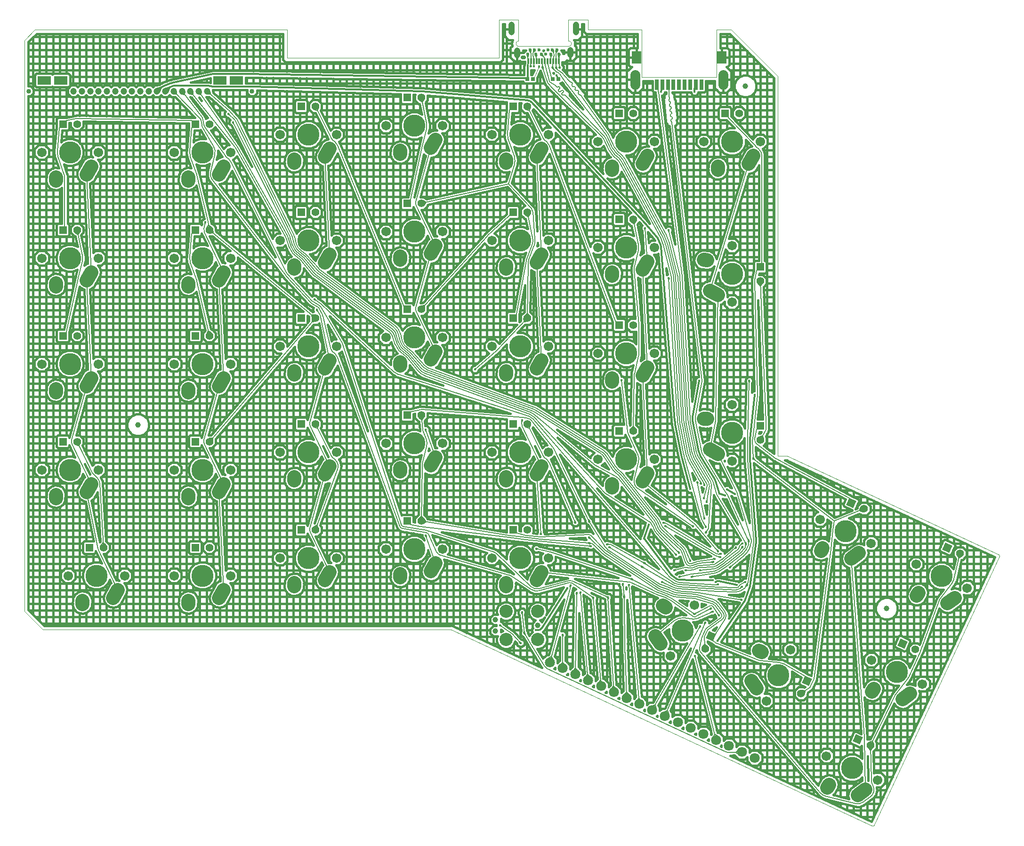
<source format=gtl>
%FSLAX46Y46*%
%OFA0.000000B0.000000*%
%SFA1B1*%
%MOMM*%
%AMFRECTNOHOLE10*
21,1,0.6000,0.6500,0.0000,0.0000,0*
%
%AMFRECTNOHOLE11*
21,1,0.7000,1.8000,0.0000,0.0000,0*
%
%AMFRECTNOHOLE12*
21,1,1.6400,2.2000,0.0000,0.0000,0*
%
%AMFRECTNOHOLE13*
21,1,2.4000,1.5000,0.0000,0.0000,0*
%
%AMFRECTNOHOLE14*
21,1,1.4000,1.4000,0.0000,0.0000,0*
%
%AMFRECTNOHOLE15*
21,1,1.4000,1.4000,0.0000,0.0000,335*
%
%AMFRECTNOHOLE16*
21,1,1.4000,1.4000,0.0000,0.0000,245*
%
%AMFRECTNOHOLE17*
21,1,0.3000,1.1000,0.0000,0.0000,0*
%
%ADD10FRECTNOHOLE10*%
%ADD11FRECTNOHOLE11*%
%ADD12FRECTNOHOLE12*%
%ADD13FRECTNOHOLE13*%
%ADD14FRECTNOHOLE14*%
%ADD15FRECTNOHOLE15*%
%ADD16FRECTNOHOLE16*%
%ADD17FRECTNOHOLE17*%
%ADD18C,0.0000X0.0000*%
%ADD19C,0.4000X0.0000*%
%ADD20C,0.3810X0.0000*%
%ADD21C,0.1524X0.0000*%
%ADD22C,0.3048X0.0000*%
%ADD23C,0.1016X0.0000*%
%ADD24C,0.4064X0.0000*%
%ADD25C,0.9906X0.0000*%
%ADD26C,2.3748X0.0000*%
%ADD27C,1.8000X0.0000*%
%ADD28C,1.0000X0.0000*%
%ADD29C,1.2000X0.0000*%
%ADD30C,0.8500X0.0000*%
%ADD31C,1.4000X0.0000*%
%ADD32C,3.9878X0.0000*%
%ADD33C,1.7018X0.0000*%
%ADD34C,2.5000X0.0000*%
%ADD35C,0.6000X0.0000*%
%ADD36C,1.1000X0.0000*%
%ADD37C,0.7000X0.0000*%
%LNICEDLeft-Front*%
%LPD*%
G54D10*
X113657000Y-36449000D3*
X112657000Y-36449000D3*
X108085000Y-36449000D3*
X109085000Y-36449000D3*
G54D11*
X139382000Y-37459000D3*
X138382000Y-37459000D3*
X137382000Y-37459000D3*
X136382000Y-37459000D3*
X131382000Y-37459000D3*
X132382000Y-37459000D3*
X133382000Y-37459000D3*
X134382000Y-37459000D3*
X135382000Y-37459000D3*
G54D12*
X143052000Y-32559000D3*
X127712000Y-32559000D3*
G54D13*
X55797000Y-36665000D3*
X52797000Y-36665000D3*
X24197000Y-36665000D3*
X21197000Y-36665000D3*
G54D14*
X124587000Y-61668700D3*
X124587000Y-99769000D3*
X149987000Y-70241200D3*
X149987000Y-98816000D3*
X24575000Y-44526200D3*
X29337000Y-120724000D3*
X48387500Y-44526200D3*
X48387000Y-120724000D3*
X143637000Y-42621200D3*
X67437000Y-117549000D3*
X24575000Y-82624000D3*
X86487000Y-39751000D3*
X86487000Y-115951000D3*
X48387500Y-82624000D3*
X105537000Y-41348700D3*
X105537000Y-117549000D3*
X67437000Y-79449000D3*
X124587000Y-42621200D3*
X86487000Y-77851000D3*
X67437000Y-41348700D3*
X105537000Y-79449000D3*
X105537000Y-98499000D3*
X124598000Y-80708100D3*
X24575000Y-63573700D3*
X24575000Y-101674000D3*
X105537000Y-60398700D3*
X86487000Y-96901000D3*
X86487000Y-58801000D3*
X67437000Y-98499000D3*
X67437000Y-60398700D3*
X48387500Y-101674000D3*
X48387500Y-63573700D3*
G54D15*
X166332000Y-112678300D3*
X183596000Y-120728300D3*
X175544000Y-137994300D3*
X167492000Y-155261300D3*
G54D16*
X141133700Y-136662000D3*
X158397700Y-144713000D3*
G54D17*
X108248000Y-33197400D3*
X108748000Y-33197400D3*
X109248000Y-33197400D3*
X109748000Y-33197400D3*
X110248000Y-33197400D3*
X110748000Y-33197400D3*
X111248000Y-33197400D3*
X111748000Y-33197400D3*
X112248000Y-33197400D3*
X112748000Y-33197400D3*
X113248000Y-33197400D3*
X113748000Y-33197400D3*
G54D18*
X64897000Y-27559000D2*
X19558000Y-27559000D1*
X64897000Y-32639000D2*
X64897000Y-27559000D1*
X102997000Y-32639000D2*
X64897000Y-32639000D1*
X102997000Y-25781000D2*
X102997000Y-32639000D1*
X106528000Y-25781000D2*
X102997000Y-25781000D1*
X106528000Y-29540200D2*
X106528000Y-25781000D1*
X106442000Y-29547700D2*
X106528000Y-29540200D1*
X106358000Y-29570100D2*
X106442000Y-29547700D1*
X106280000Y-29606600D2*
X106358000Y-29570100D1*
X106209000Y-29656100D2*
X106280000Y-29606600D1*
X106148000Y-29717100D2*
X106209000Y-29656100D1*
X106099000Y-29787800D2*
X106148000Y-29717100D1*
X106062000Y-29866100D2*
X106099000Y-29787800D1*
X106040000Y-29949500D2*
X106062000Y-29866100D1*
X106032000Y-30035500D2*
X106040000Y-29949500D1*
X106040000Y-30121500D2*
X106032000Y-30035500D1*
X106062000Y-30204900D2*
X106040000Y-30121500D1*
X106099000Y-30283200D2*
X106062000Y-30204900D1*
X106148000Y-30353900D2*
X106099000Y-30283200D1*
X106209000Y-30414900D2*
X106148000Y-30353900D1*
X106280000Y-30464400D2*
X106209000Y-30414900D1*
X106358000Y-30500900D2*
X106280000Y-30464400D1*
X106442000Y-30523300D2*
X106358000Y-30500900D1*
X106528000Y-30530800D2*
X106442000Y-30523300D1*
X115468000Y-30530800D2*
X106528000Y-30530800D1*
X115554000Y-30523300D2*
X115468000Y-30530800D1*
X115638000Y-30500900D2*
X115554000Y-30523300D1*
X115716000Y-30464400D2*
X115638000Y-30500900D1*
X115787000Y-30414900D2*
X115716000Y-30464400D1*
X115848000Y-30353900D2*
X115787000Y-30414900D1*
X115897000Y-30283200D2*
X115848000Y-30353900D1*
X115934000Y-30204900D2*
X115897000Y-30283200D1*
X115956000Y-30121500D2*
X115934000Y-30204900D1*
X115964000Y-30035500D2*
X115956000Y-30121500D1*
X115956000Y-29949500D2*
X115964000Y-30035500D1*
X115934000Y-29866100D2*
X115956000Y-29949500D1*
X115897000Y-29787800D2*
X115934000Y-29866100D1*
X115848000Y-29717100D2*
X115897000Y-29787800D1*
X115787000Y-29656100D2*
X115848000Y-29717100D1*
X115716000Y-29606600D2*
X115787000Y-29656100D1*
X115638000Y-29570100D2*
X115716000Y-29606600D1*
X115554000Y-29547700D2*
X115638000Y-29570100D1*
X115468000Y-29540200D2*
X115554000Y-29547700D1*
X115468000Y-25781000D2*
X115468000Y-29540200D1*
X118999000Y-25781000D2*
X115468000Y-25781000D1*
X118999000Y-27559000D2*
X118999000Y-25781000D1*
X128651000Y-27559000D2*
X118999000Y-27559000D1*
X128651000Y-36068000D2*
X128651000Y-27559000D1*
X142113000Y-36068000D2*
X128651000Y-36068000D1*
X142113000Y-27559000D2*
X142113000Y-36068000D1*
X144780000Y-27559000D2*
X142113000Y-27559000D1*
X153162000Y-35941000D2*
X144780000Y-27559000D1*
X153162000Y-104267000D2*
X153162000Y-35941000D1*
X154813000Y-104267000D2*
X153162000Y-104267000D1*
X192913000Y-122047000D2*
X154813000Y-104267000D1*
X193040000Y-122301000D2*
X192913000Y-122047000D1*
X170434000Y-170815000D2*
X193040000Y-122301000D1*
X170053000Y-170815000D2*
X170434000Y-170815000D1*
X94361000Y-135509000D2*
X170053000Y-170815000D1*
X90170000Y-135509000D2*
X94361000Y-135509000D1*
X20955000Y-135509000D2*
X90170000Y-135509000D1*
X17653000Y-132207000D2*
X20955000Y-135509000D1*
X17653000Y-29464000D2*
X17653000Y-132207000D1*
X19558000Y-27559000D2*
X17653000Y-29464000D1*
G54D19*
X71131000Y-98977000D2*
X70979500Y-99128500D1*
X71131000Y-98663300D2*
X71131000Y-98977000D1*
X71136700Y-98645800D2*
X71131000Y-98663300D1*
X71131000Y-98634600D2*
X71136700Y-98645800D1*
X71131000Y-98021000D2*
X71131000Y-98634600D1*
X70455000Y-97345000D2*
X71131000Y-98021000D1*
X69805300Y-97345000D2*
X70455000Y-97345000D1*
X71778200Y-90252400D2*
X69805300Y-97345000D1*
X71851100Y-90260700D2*
X71778200Y-90252400D1*
X72502700Y-90073900D2*
X71851100Y-90260700D1*
X73033200Y-89651800D2*
X72502700Y-90073900D1*
X73950300Y-87997400D2*
X73033200Y-89651800D1*
X84645600Y-117070900D2*
X73950300Y-87997400D1*
X84709300Y-117244300D2*
X84645600Y-117070900D1*
X84733700Y-117310700D2*
X84709300Y-117244300D1*
X84814900Y-117425400D2*
X84733700Y-117310700D1*
X84869400Y-117470400D2*
X84814900Y-117425400D1*
X85155800Y-117706900D2*
X84869400Y-117470400D1*
X85210400Y-117751900D2*
X85155800Y-117706900D1*
X85338400Y-117810000D2*
X85210400Y-117751900D1*
X85407900Y-117821400D2*
X85338400Y-117810000D1*
X85590800Y-117851300D2*
X85407900Y-117821400D1*
X89184800Y-118439000D2*
X85590800Y-117851300D1*
X89184800Y-118796200D2*
X89184800Y-118439000D1*
X89371000Y-118982400D2*
X89184800Y-118796200D1*
X89476200Y-119093300D2*
X89371000Y-118982400D1*
X89577600Y-119389800D2*
X89476200Y-119093300D1*
X89143600Y-118955800D2*
X89577600Y-119389800D1*
X88243900Y-118583100D2*
X89143600Y-118955800D1*
X87270100Y-118583100D2*
X88243900Y-118583100D1*
X86370400Y-118955800D2*
X87270100Y-118583100D1*
X85681800Y-119644400D2*
X86370400Y-118955800D1*
X85309100Y-120544100D2*
X85681800Y-119644400D1*
X85309100Y-121517900D2*
X85309100Y-120544100D1*
X85681800Y-122417600D2*
X85309100Y-121517900D1*
X86370400Y-123106200D2*
X85681800Y-122417600D1*
X87270100Y-123478900D2*
X86370400Y-123106200D1*
X88243900Y-123478900D2*
X87270100Y-123478900D1*
X89143600Y-123106200D2*
X88243900Y-123478900D1*
X89832200Y-122417600D2*
X89143600Y-123106200D1*
X90204900Y-121517900D2*
X89832200Y-122417600D1*
X90204900Y-121225200D2*
X90204900Y-121517900D1*
X90541200Y-122209200D2*
X90204900Y-121225200D1*
X90240800Y-122448200D2*
X90541200Y-122209200D1*
X89102500Y-124501700D2*
X90240800Y-122448200D1*
X89025800Y-125175200D2*
X89102500Y-124501700D1*
X89212600Y-125826800D2*
X89025800Y-125175200D1*
X89634700Y-126357300D2*
X89212600Y-125826800D1*
X90227600Y-126686000D2*
X89634700Y-126357300D1*
X90901100Y-126762700D2*
X90227600Y-126686000D1*
X91552700Y-126575900D2*
X90901100Y-126762700D1*
X92083200Y-126153800D2*
X91552700Y-126575900D1*
X93221500Y-124100300D2*
X92083200Y-126153800D1*
X93298200Y-123426800D2*
X93221500Y-124100300D1*
X93138800Y-122870900D2*
X93298200Y-123426800D1*
X103275300Y-125768900D2*
X93138800Y-122870900D1*
X102933400Y-126066200D2*
X103275300Y-125768900D1*
X102630900Y-126672900D2*
X102933400Y-126066200D1*
X102543300Y-127927700D2*
X102630900Y-126672900D1*
X102758500Y-128570600D2*
X102543300Y-127927700D1*
X103203300Y-129082100D2*
X102758500Y-128570600D1*
X103810000Y-129384600D2*
X103203300Y-129082100D1*
X104486200Y-129431800D2*
X103810000Y-129384600D1*
X105129100Y-129216600D2*
X104486200Y-129431800D1*
X105640600Y-128771800D2*
X105129100Y-129216600D1*
X105943100Y-128165100D2*
X105640600Y-128771800D1*
X106021000Y-127049800D2*
X105943100Y-128165100D1*
X108427900Y-128673700D2*
X106021000Y-127049800D1*
X108599400Y-128789400D2*
X108427900Y-128673700D1*
X108623200Y-128805400D2*
X108599400Y-128789400D1*
X108673200Y-128831800D2*
X108623200Y-128805400D1*
X108699000Y-128842200D2*
X108673200Y-128831800D1*
X109083200Y-128995900D2*
X108699000Y-128842200D1*
X109109000Y-129006200D2*
X109083200Y-128995900D1*
X109163400Y-129021600D2*
X109109000Y-129006200D1*
X109191600Y-129026400D2*
X109163400Y-129021600D1*
X109599600Y-129095500D2*
X109191600Y-129026400D1*
X109627900Y-129100300D2*
X109599600Y-129095500D1*
X109684300Y-129103700D2*
X109627900Y-129100300D1*
X109712100Y-129102400D2*
X109684300Y-129103700D1*
X110125500Y-129083700D2*
X109712100Y-129102400D1*
X110154200Y-129082400D2*
X110125500Y-129083700D1*
X110210000Y-129073800D2*
X110154200Y-129082400D1*
X110237000Y-129066600D2*
X110210000Y-129073800D1*
X110437100Y-129013700D2*
X110237000Y-129066600D1*
X114622800Y-127908000D2*
X110437100Y-129013700D1*
X114622800Y-127909800D2*
X114622800Y-127908000D1*
X111477300Y-132886500D2*
X114622800Y-127909800D1*
X111623500Y-132533500D2*
X111477300Y-132886500D1*
X111623500Y-131880500D2*
X111623500Y-132533500D1*
X111373600Y-131277200D2*
X111623500Y-131880500D1*
X110911800Y-130815400D2*
X111373600Y-131277200D1*
X110308500Y-130565500D2*
X110911800Y-130815400D1*
X109655500Y-130565500D2*
X110308500Y-130565500D1*
X109052200Y-130815400D2*
X109655500Y-130565500D1*
X108590400Y-131277200D2*
X109052200Y-130815400D1*
X108340500Y-131880500D2*
X108590400Y-131277200D1*
X108340500Y-132533500D2*
X108340500Y-131880500D1*
X108590400Y-133136800D2*
X108340500Y-132533500D1*
X109052200Y-133598600D2*
X108590400Y-133136800D1*
X109572400Y-133814100D2*
X109052200Y-133598600D1*
X109032700Y-134353800D2*
X109572400Y-133814100D1*
X109032700Y-135140200D2*
X109032700Y-134353800D1*
X109100000Y-135207500D2*
X109032700Y-135140200D1*
X108977800Y-135329800D2*
X109100000Y-135207500D1*
X108977800Y-135874200D2*
X108977800Y-135329800D1*
X109025600Y-135922000D2*
X108977800Y-135874200D1*
X108590400Y-136357200D2*
X109025600Y-135922000D1*
X108474700Y-136636600D2*
X108590400Y-136357200D1*
X108228700Y-136223900D2*
X108474700Y-136636600D1*
X108215200Y-136098600D2*
X108228700Y-136223900D1*
X108215200Y-136056800D2*
X108215200Y-136098600D1*
X108233800Y-135980900D2*
X108215200Y-136056800D1*
X108215200Y-135950200D2*
X108233800Y-135980900D1*
X108215200Y-135861800D2*
X108215200Y-135950200D1*
X108078900Y-135725500D2*
X108215200Y-135861800D1*
X108036300Y-135655300D2*
X108078900Y-135725500D1*
X107698100Y-132740600D2*
X108036300Y-135655300D1*
X107699200Y-132737200D2*
X107698100Y-132740600D1*
X107780200Y-132656200D2*
X107699200Y-132737200D1*
X107780200Y-132488200D2*
X107780200Y-132656200D1*
X107815900Y-132378400D2*
X107780200Y-132488200D1*
X107780200Y-132308300D2*
X107815900Y-132378400D1*
X107780200Y-132111800D2*
X107780200Y-132308300D1*
X107395200Y-131726800D2*
X107780200Y-132111800D1*
X106850800Y-131726800D2*
X107395200Y-131726800D1*
X106465800Y-132111800D2*
X106850800Y-131726800D1*
X106465800Y-132461200D2*
X106465800Y-132111800D1*
X106447200Y-132537100D2*
X106465800Y-132461200D1*
X106465800Y-132567800D2*
X106447200Y-132537100D1*
X106465800Y-132656200D2*
X106465800Y-132567800D1*
X106602100Y-132792500D2*
X106465800Y-132656200D1*
X106644700Y-132862700D2*
X106602100Y-132792500D1*
X106982900Y-135777400D2*
X106644700Y-132862700D1*
X106981800Y-135780800D2*
X106982900Y-135777400D1*
X106900800Y-135861800D2*
X106981800Y-135780800D1*
X106900800Y-136029800D2*
X106900800Y-135861800D1*
X106865100Y-136139600D2*
X106900800Y-136029800D1*
X106900800Y-136209700D2*
X106865100Y-136139600D1*
X106900800Y-136406200D2*
X106900800Y-136209700D1*
X106995000Y-136500400D2*
X106900800Y-136406200D1*
X107004200Y-136550500D2*
X106995000Y-136500400D1*
X107135800Y-136641200D2*
X107004200Y-136550500D1*
X107285800Y-136791200D2*
X107135800Y-136641200D1*
X107332400Y-136791200D2*
X107285800Y-136791200D1*
X108244500Y-138322200D2*
X107332400Y-136791200D1*
X108245400Y-138323600D2*
X108244500Y-138322200D1*
X108251400Y-138333600D2*
X108245400Y-138323600D1*
X108252600Y-138335700D2*
X108251400Y-138333600D1*
X110656100Y-142299100D2*
X108252600Y-138335700D1*
X110680000Y-142338500D2*
X110656100Y-142299100D1*
X94773900Y-134919200D2*
X110680000Y-142338500D1*
X94654700Y-134800000D2*
X94773900Y-134919200D1*
X94518300Y-134800000D2*
X94654700Y-134800000D1*
X94394600Y-134742300D2*
X94518300Y-134800000D1*
X94236000Y-134800000D2*
X94394600Y-134742300D1*
X90463700Y-134800000D2*
X94236000Y-134800000D1*
X89876300Y-134800000D2*
X90463700Y-134800000D1*
X21248700Y-134800000D2*
X89876300Y-134800000D1*
X18362000Y-131913300D2*
X21248700Y-134800000D1*
X18362000Y-39494000D2*
X18362000Y-131913300D1*
X18761100Y-39494000D2*
X18362000Y-39494000D1*
X19276000Y-38979100D2*
X18761100Y-39494000D1*
X19276000Y-38250900D2*
X19276000Y-38979100D1*
X18761100Y-37736000D2*
X19276000Y-38250900D1*
X18362000Y-37736000D2*
X18761100Y-37736000D1*
X18362000Y-29757700D2*
X18362000Y-37736000D1*
X19851700Y-28268000D2*
X18362000Y-29757700D1*
X64188000Y-28268000D2*
X19851700Y-28268000D1*
X64188000Y-32345300D2*
X64188000Y-28268000D1*
X64188000Y-32932700D2*
X64188000Y-32345300D1*
X64603300Y-33348000D2*
X64188000Y-32932700D1*
X65190700Y-33348000D2*
X64603300Y-33348000D1*
X102703300Y-33348000D2*
X65190700Y-33348000D1*
X103290700Y-33348000D2*
X102703300Y-33348000D1*
X103706000Y-32932700D2*
X103290700Y-33348000D1*
X103706000Y-32345300D2*
X103706000Y-32932700D1*
X103706000Y-26490000D2*
X103706000Y-32345300D1*
X104067000Y-26490000D2*
X103706000Y-26490000D1*
X104067000Y-28705900D2*
X104067000Y-26490000D1*
X104729500Y-29368400D2*
X104067000Y-28705900D1*
X105494000Y-29368400D2*
X104729500Y-29368400D1*
X105474600Y-29387800D2*
X105494000Y-29368400D1*
X105451400Y-29401300D2*
X105474600Y-29387800D1*
X105447900Y-29414500D2*
X105451400Y-29401300D1*
X105439000Y-29423400D2*
X105447900Y-29414500D1*
X105439000Y-29448200D2*
X105439000Y-29423400D1*
X105418800Y-29524600D2*
X105439000Y-29448200D1*
X105387800Y-29569300D2*
X105418800Y-29524600D1*
X105361200Y-29591400D2*
X105387800Y-29569300D1*
X105359500Y-29610200D2*
X105361200Y-29591400D1*
X105349000Y-29625300D2*
X105359500Y-29610200D1*
X105355000Y-29658200D2*
X105349000Y-29625300D1*
X105349800Y-29713700D2*
X105355000Y-29658200D1*
X105313000Y-29791700D2*
X105349800Y-29713700D1*
X105298800Y-29808800D2*
X105313000Y-29791700D1*
X105299800Y-29819600D2*
X105298800Y-29808800D1*
X105295500Y-29828700D2*
X105299800Y-29819600D1*
X105302500Y-29848200D2*
X105295500Y-29828700D1*
X105310600Y-29934800D2*
X105302500Y-29848200D1*
X105296000Y-29990200D2*
X105310600Y-29934800D1*
X105279500Y-30018400D2*
X105296000Y-29990200D1*
X105284000Y-30035500D2*
X105279500Y-30018400D1*
X105279500Y-30052600D2*
X105284000Y-30035500D1*
X105296000Y-30080900D2*
X105279500Y-30052600D1*
X105310500Y-30136000D2*
X105296000Y-30080900D1*
X105302400Y-30222900D2*
X105310500Y-30136000D1*
X105295500Y-30242300D2*
X105302400Y-30222900D1*
X105299800Y-30251400D2*
X105295500Y-30242300D1*
X105298800Y-30262200D2*
X105299800Y-30251400D1*
X105313000Y-30279300D2*
X105298800Y-30262200D1*
X105349900Y-30357500D2*
X105313000Y-30279300D1*
X105355000Y-30412500D2*
X105349900Y-30357500D1*
X105349000Y-30445700D2*
X105355000Y-30412500D1*
X105359500Y-30460800D2*
X105349000Y-30445700D1*
X105360800Y-30475100D2*
X105359500Y-30460800D1*
X105067000Y-30768900D2*
X105360800Y-30475100D1*
X105067000Y-32555900D2*
X105067000Y-30768900D1*
X105729500Y-33218400D2*
X105067000Y-32555900D1*
X106666500Y-33218400D2*
X105729500Y-33218400D1*
X106741700Y-33143200D2*
X106666500Y-33218400D1*
X106940000Y-33341400D2*
X106741700Y-33143200D1*
X107644000Y-33341400D2*
X106940000Y-33341400D1*
X107644000Y-33610600D2*
X107644000Y-33341400D1*
X107600200Y-33654400D2*
X107644000Y-33610600D1*
X107600200Y-33749900D2*
X107600200Y-33654400D1*
X107569400Y-33805900D2*
X107600200Y-33749900D1*
X107581100Y-33846200D2*
X107569400Y-33805900D1*
X107555000Y-33955100D2*
X107581100Y-33846200D1*
X107546600Y-33990100D2*
X107555000Y-33955100D1*
X107538200Y-34061700D2*
X107546600Y-33990100D1*
X107538300Y-34097300D2*
X107538200Y-34061700D1*
X107538400Y-34163000D2*
X107538300Y-34097300D1*
X107538400Y-35666400D2*
X107538400Y-34163000D1*
X57257500Y-34931200D2*
X107538400Y-35666400D1*
X57253800Y-34927500D2*
X57257500Y-34931200D1*
X57248200Y-34927500D2*
X57253800Y-34927500D1*
X57011500Y-34927600D2*
X57248200Y-34927500D1*
X57002600Y-34927500D2*
X57011500Y-34927600D1*
X56745800Y-34927500D2*
X57002600Y-34927500D1*
X51597000Y-34927500D2*
X56745800Y-34927500D1*
X51576400Y-34927500D2*
X51597000Y-34927500D1*
X51559500Y-34927500D2*
X51576400Y-34927500D1*
X51345800Y-34927500D2*
X51559500Y-34927500D1*
X51305500Y-34967800D2*
X51345800Y-34927500D1*
X44047400Y-36542200D2*
X51305500Y-34967800D1*
X43993900Y-36553700D2*
X44047400Y-36542200D1*
X43982500Y-36556200D2*
X43993900Y-36553700D1*
X43960000Y-36561900D2*
X43982500Y-36556200D1*
X43949300Y-36565100D2*
X43960000Y-36561900D1*
X43840300Y-36597400D2*
X43949300Y-36565100D1*
X43829100Y-36600700D2*
X43840300Y-36597400D1*
X43808100Y-36607800D2*
X43829100Y-36600700D1*
X43797500Y-36611800D2*
X43808100Y-36607800D1*
X43742600Y-36632700D2*
X43797500Y-36611800D1*
X42432400Y-37131400D2*
X43742600Y-36632700D1*
X42352300Y-37161800D2*
X42432400Y-37131400D1*
X42327600Y-37171200D2*
X42352300Y-37161800D1*
X42279900Y-37194300D2*
X42327600Y-37171200D1*
X42257100Y-37207900D2*
X42279900Y-37194300D1*
X42109700Y-37295900D2*
X42257100Y-37207900D1*
X42087000Y-37309500D2*
X42109700Y-37295900D1*
X42044000Y-37340500D2*
X42087000Y-37309500D1*
X42024200Y-37357600D2*
X42044000Y-37340500D1*
X41958700Y-37414200D2*
X42024200Y-37357600D1*
X41943600Y-37427200D2*
X41958700Y-37414200D1*
X41374800Y-37561000D2*
X41943600Y-37427200D1*
X41060400Y-37561000D2*
X41374800Y-37561000D1*
X40747000Y-37874400D2*
X41060400Y-37561000D1*
X40433600Y-37561000D2*
X40747000Y-37874400D1*
X39560400Y-37561000D2*
X40433600Y-37561000D1*
X39247000Y-37874400D2*
X39560400Y-37561000D1*
X38933600Y-37561000D2*
X39247000Y-37874400D1*
X38060400Y-37561000D2*
X38933600Y-37561000D1*
X37747000Y-37874400D2*
X38060400Y-37561000D1*
X37433600Y-37561000D2*
X37747000Y-37874400D1*
X36560400Y-37561000D2*
X37433600Y-37561000D1*
X36247000Y-37874400D2*
X36560400Y-37561000D1*
X35933600Y-37561000D2*
X36247000Y-37874400D1*
X35060400Y-37561000D2*
X35933600Y-37561000D1*
X34747000Y-37874400D2*
X35060400Y-37561000D1*
X34433600Y-37561000D2*
X34747000Y-37874400D1*
X33560400Y-37561000D2*
X34433600Y-37561000D1*
X33247000Y-37874400D2*
X33560400Y-37561000D1*
X32933600Y-37561000D2*
X33247000Y-37874400D1*
X32060400Y-37561000D2*
X32933600Y-37561000D1*
X31747000Y-37874400D2*
X32060400Y-37561000D1*
X31433600Y-37561000D2*
X31747000Y-37874400D1*
X30560400Y-37561000D2*
X31433600Y-37561000D1*
X30247000Y-37874400D2*
X30560400Y-37561000D1*
X29933600Y-37561000D2*
X30247000Y-37874400D1*
X29060400Y-37561000D2*
X29933600Y-37561000D1*
X28747000Y-37874400D2*
X29060400Y-37561000D1*
X28433600Y-37561000D2*
X28747000Y-37874400D1*
X27560400Y-37561000D2*
X28433600Y-37561000D1*
X27247000Y-37874400D2*
X27560400Y-37561000D1*
X26933600Y-37561000D2*
X27247000Y-37874400D1*
X26060400Y-37561000D2*
X26933600Y-37561000D1*
X25443000Y-38178400D2*
X26060400Y-37561000D1*
X25443000Y-39051600D2*
X25443000Y-38178400D1*
X26060400Y-39669000D2*
X25443000Y-39051600D1*
X26933600Y-39669000D2*
X26060400Y-39669000D1*
X27247000Y-39355600D2*
X26933600Y-39669000D1*
X27560400Y-39669000D2*
X27247000Y-39355600D1*
X28433600Y-39669000D2*
X27560400Y-39669000D1*
X28747000Y-39355600D2*
X28433600Y-39669000D1*
X29060400Y-39669000D2*
X28747000Y-39355600D1*
X29933600Y-39669000D2*
X29060400Y-39669000D1*
X30247000Y-39355600D2*
X29933600Y-39669000D1*
X30560400Y-39669000D2*
X30247000Y-39355600D1*
X31433600Y-39669000D2*
X30560400Y-39669000D1*
X31747000Y-39355600D2*
X31433600Y-39669000D1*
X32060400Y-39669000D2*
X31747000Y-39355600D1*
X32933600Y-39669000D2*
X32060400Y-39669000D1*
X33247000Y-39355600D2*
X32933600Y-39669000D1*
X33560400Y-39669000D2*
X33247000Y-39355600D1*
X34433600Y-39669000D2*
X33560400Y-39669000D1*
X34747000Y-39355600D2*
X34433600Y-39669000D1*
X35060400Y-39669000D2*
X34747000Y-39355600D1*
X35933600Y-39669000D2*
X35060400Y-39669000D1*
X36247000Y-39355600D2*
X35933600Y-39669000D1*
X36560400Y-39669000D2*
X36247000Y-39355600D1*
X37433600Y-39669000D2*
X36560400Y-39669000D1*
X37747000Y-39355600D2*
X37433600Y-39669000D1*
X38060400Y-39669000D2*
X37747000Y-39355600D1*
X38933600Y-39669000D2*
X38060400Y-39669000D1*
X39247000Y-39355600D2*
X38933600Y-39669000D1*
X39560400Y-39669000D2*
X39247000Y-39355600D1*
X40433600Y-39669000D2*
X39560400Y-39669000D1*
X40747000Y-39355600D2*
X40433600Y-39669000D1*
X41060400Y-39669000D2*
X40747000Y-39355600D1*
X41933600Y-39669000D2*
X41060400Y-39669000D1*
X42247000Y-39355600D2*
X41933600Y-39669000D1*
X42560400Y-39669000D2*
X42247000Y-39355600D1*
X43433600Y-39669000D2*
X42560400Y-39669000D1*
X43747000Y-39355600D2*
X43433600Y-39669000D1*
X44060400Y-39669000D2*
X43747000Y-39355600D1*
X44458200Y-39669000D2*
X44060400Y-39669000D1*
X44798800Y-39693500D2*
X44458200Y-39669000D1*
X48338000Y-43372200D2*
X44798800Y-39693500D1*
X47983300Y-43372200D2*
X48338000Y-43372200D1*
X47875600Y-43372200D2*
X47983300Y-43372200D1*
X47868700Y-43372200D2*
X47875600Y-43372200D1*
X47763700Y-43372200D2*
X47868700Y-43372200D1*
X47695900Y-43372200D2*
X47763700Y-43372200D1*
X47687500Y-43372200D2*
X47695900Y-43372200D1*
X47686100Y-43372200D2*
X47687500Y-43372200D1*
X27143400Y-42991400D2*
X47686100Y-43372200D1*
X27083700Y-42990300D2*
X27143400Y-42991400D1*
X27068000Y-42990000D2*
X27083700Y-42990300D1*
X27036500Y-42991300D2*
X27068000Y-42990000D1*
X27020600Y-42992900D2*
X27036500Y-42991300D1*
X26901800Y-43004900D2*
X27020600Y-42992900D1*
X26886100Y-43006500D2*
X26901800Y-43004900D1*
X26856000Y-43011300D2*
X26886100Y-43006500D1*
X26841200Y-43014600D2*
X26856000Y-43011300D1*
X26783200Y-43027300D2*
X26841200Y-43014600D1*
X25225200Y-43372200D2*
X26783200Y-43027300D1*
X25198800Y-43372200D2*
X25225200Y-43372200D1*
X25092900Y-43372200D2*
X25198800Y-43372200D1*
X25055400Y-43372200D2*
X25092900Y-43372200D1*
X24063100Y-43372200D2*
X25055400Y-43372200D1*
X23875000Y-43372200D2*
X24063100Y-43372200D1*
X23686900Y-43372200D2*
X23875000Y-43372200D1*
X23421000Y-43638100D2*
X23686900Y-43372200D1*
X23421000Y-43826200D2*
X23421000Y-43638100D1*
X23421000Y-44014300D2*
X23421000Y-43826200D1*
X23421000Y-45045000D2*
X23421000Y-44014300D1*
X23421000Y-45150000D2*
X23421000Y-45045000D1*
X23421000Y-45205400D2*
X23421000Y-45150000D1*
X23028700Y-49338900D2*
X23421000Y-45205400D1*
X23005100Y-49587500D2*
X23028700Y-49338900D1*
X23002400Y-49616100D2*
X23005100Y-49587500D1*
X23003200Y-49673500D2*
X23002400Y-49616100D1*
X23006600Y-49701900D2*
X23003200Y-49673500D1*
X23067200Y-50197700D2*
X23006600Y-49701900D1*
X23070700Y-50226200D2*
X23067200Y-50197700D1*
X23083800Y-50282100D2*
X23070700Y-50226200D1*
X23093400Y-50309500D2*
X23083800Y-50282100D1*
X23176900Y-50546500D2*
X23093400Y-50309500D1*
X23849300Y-52454200D2*
X23176900Y-50546500D1*
X23802000Y-52430600D2*
X23849300Y-52454200D1*
X23125800Y-52383400D2*
X23802000Y-52430600D1*
X22482900Y-52598600D2*
X23125800Y-52383400D1*
X21971400Y-53043400D2*
X22482900Y-52598600D1*
X21668900Y-53650100D2*
X21971400Y-53043400D1*
X21581300Y-54904900D2*
X21668900Y-53650100D1*
X21796500Y-55547800D2*
X21581300Y-54904900D1*
X22241300Y-56059300D2*
X21796500Y-55547800D1*
X22848000Y-56361800D2*
X22241300Y-56059300D1*
X23524200Y-56409000D2*
X22848000Y-56361800D1*
X24167100Y-56193800D2*
X23524200Y-56409000D1*
X24369900Y-56017400D2*
X24167100Y-56193800D1*
X24369900Y-62419700D2*
X24369900Y-56017400D1*
X24063100Y-62419700D2*
X24369900Y-62419700D1*
X23875000Y-62419700D2*
X24063100Y-62419700D1*
X23686900Y-62419700D2*
X23875000Y-62419700D1*
X23421000Y-62685600D2*
X23686900Y-62419700D1*
X23421000Y-62873700D2*
X23421000Y-62685600D1*
X23421000Y-63061800D2*
X23421000Y-62873700D1*
X23421000Y-64273700D2*
X23421000Y-63061800D1*
X23421000Y-64461800D2*
X23421000Y-64273700D1*
X23686900Y-64727700D2*
X23421000Y-64461800D1*
X23875000Y-64727700D2*
X23686900Y-64727700D1*
X25275000Y-64727700D2*
X23875000Y-64727700D1*
X25463100Y-64727700D2*
X25275000Y-64727700D1*
X25729000Y-64461800D2*
X25463100Y-64727700D1*
X25729000Y-64273700D2*
X25729000Y-64461800D1*
X25729000Y-62873700D2*
X25729000Y-64273700D1*
X25729000Y-62685600D2*
X25729000Y-62873700D1*
X25463100Y-62419700D2*
X25729000Y-62685600D1*
X25430300Y-62419700D2*
X25463100Y-62419700D1*
X25430300Y-54107300D2*
X25430300Y-62419700D1*
X25430400Y-53976300D2*
X25430300Y-54107300D1*
X25430400Y-53954100D2*
X25430400Y-53976300D1*
X25430300Y-53887300D2*
X25430400Y-53954100D1*
X25421500Y-53878500D2*
X25430300Y-53887300D1*
X25378600Y-53626800D2*
X25421500Y-53878500D1*
X25374900Y-53604900D2*
X25378600Y-53626800D1*
X25363500Y-53561000D2*
X25374900Y-53604900D1*
X25356100Y-53540000D2*
X25363500Y-53561000D1*
X25311900Y-53414200D2*
X25356100Y-53540000D1*
X24742600Y-51799100D2*
X25311900Y-53414200D1*
X25358100Y-52054100D2*
X24742600Y-51799100D1*
X26331900Y-52054100D2*
X25358100Y-52054100D1*
X27231600Y-51681400D2*
X26331900Y-52054100D1*
X27920200Y-50992800D2*
X27231600Y-51681400D1*
X28292900Y-50093100D2*
X27920200Y-50992800D1*
X28292900Y-49119300D2*
X28292900Y-50093100D1*
X27920200Y-48219600D2*
X28292900Y-49119300D1*
X27231600Y-47531000D2*
X27920200Y-48219600D1*
X26331900Y-47158300D2*
X27231600Y-47531000D1*
X25358100Y-47158300D2*
X26331900Y-47158300D1*
X24458400Y-47531000D2*
X25358100Y-47158300D1*
X24245200Y-47744200D2*
X24458400Y-47531000D1*
X24441100Y-45680200D2*
X24245200Y-47744200D1*
X25275000Y-45680200D2*
X24441100Y-45680200D1*
X25463100Y-45680200D2*
X25275000Y-45680200D1*
X25729000Y-45414300D2*
X25463100Y-45680200D1*
X25729000Y-45226200D2*
X25729000Y-45414300D1*
X25729000Y-44346800D2*
X25729000Y-45226200D1*
X25961000Y-44295400D2*
X25729000Y-44346800D1*
X25961000Y-45004200D2*
X25961000Y-44295400D1*
X26637000Y-45680200D2*
X25961000Y-45004200D1*
X27593000Y-45680200D2*
X26637000Y-45680200D1*
X28269000Y-45004200D2*
X27593000Y-45680200D1*
X28269000Y-44072800D2*
X28269000Y-45004200D1*
X47233500Y-44424300D2*
X28269000Y-44072800D1*
X47233500Y-45045000D2*
X47233500Y-44424300D1*
X47233500Y-45150000D2*
X47233500Y-45045000D1*
X47233500Y-45205300D2*
X47233500Y-45150000D1*
X46840700Y-49338500D2*
X47233500Y-45205300D1*
X46817000Y-49587000D2*
X46840700Y-49338500D1*
X46814300Y-49615600D2*
X46817000Y-49587000D1*
X46815000Y-49673000D2*
X46814300Y-49615600D1*
X46818500Y-49701600D2*
X46815000Y-49673000D1*
X46879100Y-50197400D2*
X46818500Y-49701600D1*
X46882600Y-50225900D2*
X46879100Y-50197400D1*
X46895700Y-50281800D2*
X46882600Y-50225900D1*
X46905300Y-50309200D2*
X46895700Y-50281800D1*
X46988900Y-50546500D2*
X46905300Y-50309200D1*
X47661300Y-52454200D2*
X46988900Y-50546500D1*
X47614000Y-52430600D2*
X47661300Y-52454200D1*
X46937800Y-52383400D2*
X47614000Y-52430600D1*
X46294900Y-52598600D2*
X46937800Y-52383400D1*
X45783400Y-53043400D2*
X46294900Y-52598600D1*
X45480900Y-53650100D2*
X45783400Y-53043400D1*
X45393300Y-54904900D2*
X45480900Y-53650100D1*
X45608500Y-55547800D2*
X45393300Y-54904900D1*
X46053300Y-56059300D2*
X45608500Y-55547800D1*
X46660000Y-56361800D2*
X46053300Y-56059300D1*
X47336200Y-56409000D2*
X46660000Y-56361800D1*
X47979100Y-56193800D2*
X47336200Y-56409000D1*
X48490600Y-55749000D2*
X47979100Y-56193800D1*
X48568700Y-55592400D2*
X48490600Y-55749000D1*
X50002100Y-61547300D2*
X48568700Y-55592400D1*
X49910800Y-61547300D2*
X50002100Y-61547300D1*
X49525800Y-61932300D2*
X49910800Y-61547300D1*
X49525800Y-62086200D2*
X49525800Y-61932300D1*
X49493200Y-62138400D2*
X49525800Y-62086200D1*
X49525800Y-62279600D2*
X49493200Y-62138400D1*
X49525800Y-62476700D2*
X49525800Y-62279600D1*
X49575600Y-62526500D2*
X49525800Y-62476700D1*
X49541500Y-62685600D2*
X49575600Y-62526500D1*
X49275600Y-62419700D2*
X49541500Y-62685600D1*
X49087500Y-62419700D2*
X49275600Y-62419700D1*
X47875600Y-62419700D2*
X49087500Y-62419700D1*
X47687500Y-62419700D2*
X47875600Y-62419700D1*
X47499400Y-62419700D2*
X47687500Y-62419700D1*
X47233500Y-62685600D2*
X47499400Y-62419700D1*
X47233500Y-62873700D2*
X47233500Y-62685600D1*
X47233500Y-63061800D2*
X47233500Y-62873700D1*
X47233500Y-64092500D2*
X47233500Y-63061800D1*
X47233500Y-64197500D2*
X47233500Y-64092500D1*
X47233500Y-64252800D2*
X47233500Y-64197500D1*
X46840700Y-68386000D2*
X47233500Y-64252800D1*
X46817000Y-68634500D2*
X46840700Y-68386000D1*
X46814300Y-68663100D2*
X46817000Y-68634500D1*
X46815000Y-68720500D2*
X46814300Y-68663100D1*
X46818500Y-68749100D2*
X46815000Y-68720500D1*
X46879100Y-69244900D2*
X46818500Y-68749100D1*
X46882600Y-69273400D2*
X46879100Y-69244900D1*
X46895700Y-69329300D2*
X46882600Y-69273400D1*
X46905300Y-69356700D2*
X46895700Y-69329300D1*
X46988900Y-69594000D2*
X46905300Y-69356700D1*
X47661200Y-71501600D2*
X46988900Y-69594000D1*
X47614000Y-71478100D2*
X47661200Y-71501600D1*
X46937800Y-71430900D2*
X47614000Y-71478100D1*
X46294900Y-71646100D2*
X46937800Y-71430900D1*
X45783400Y-72090900D2*
X46294900Y-71646100D1*
X45480900Y-72697600D2*
X45783400Y-72090900D1*
X45393300Y-73952400D2*
X45480900Y-72697600D1*
X45608500Y-74595300D2*
X45393300Y-73952400D1*
X46053300Y-75106800D2*
X45608500Y-74595300D1*
X46660000Y-75409300D2*
X46053300Y-75106800D1*
X47336200Y-75456500D2*
X46660000Y-75409300D1*
X47979100Y-75241300D2*
X47336200Y-75456500D1*
X48490600Y-74796500D2*
X47979100Y-75241300D1*
X48555700Y-74665900D2*
X48490600Y-74796500D1*
X50164700Y-81671200D2*
X48555700Y-74665900D1*
X50032500Y-81887000D2*
X50164700Y-81671200D1*
X49773500Y-82146000D2*
X50032500Y-81887000D1*
X49773500Y-83102000D2*
X49773500Y-82146000D1*
X50449500Y-83778000D2*
X49773500Y-83102000D1*
X51405500Y-83778000D2*
X50449500Y-83778000D1*
X52081500Y-83102000D2*
X51405500Y-83778000D1*
X52081500Y-82146000D2*
X52081500Y-83102000D1*
X51737600Y-81802100D2*
X52081500Y-82146000D1*
X51731800Y-81775600D2*
X51737600Y-81802100D1*
X51674200Y-81738700D2*
X51731800Y-81775600D1*
X51405500Y-81470000D2*
X51674200Y-81738700D1*
X51254600Y-81470000D2*
X51405500Y-81470000D1*
X51198100Y-81433800D2*
X51254600Y-81470000D1*
X49189600Y-72688800D2*
X51198100Y-81433800D1*
X49189300Y-72687600D2*
X49189600Y-72688800D1*
X49180100Y-72647000D2*
X49189300Y-72687600D1*
X49172400Y-72617000D2*
X49180100Y-72647000D1*
X49147500Y-72531000D2*
X49172400Y-72617000D1*
X49138100Y-72501700D2*
X49147500Y-72531000D1*
X49123700Y-72461300D2*
X49138100Y-72501700D1*
X48554600Y-70846600D2*
X49123700Y-72461300D1*
X49170100Y-71101600D2*
X48554600Y-70846600D1*
X50143900Y-71101600D2*
X49170100Y-71101600D1*
X51043600Y-70728900D2*
X50143900Y-71101600D1*
X51732200Y-70040300D2*
X51043600Y-70728900D1*
X52007400Y-69376100D2*
X51732200Y-70040300D1*
X52285400Y-69955900D2*
X52007400Y-69376100D1*
X52140800Y-70070900D2*
X52285400Y-69955900D1*
X51002500Y-72124400D2*
X52140800Y-70070900D1*
X50925800Y-72797900D2*
X51002500Y-72124400D1*
X51112600Y-73449500D2*
X50925800Y-72797900D1*
X51534700Y-73980000D2*
X51112600Y-73449500D1*
X52127600Y-74308700D2*
X51534700Y-73980000D1*
X52203000Y-74317300D2*
X52127600Y-74308700D1*
X52862500Y-88644300D2*
X52203000Y-74317300D1*
X52671300Y-88699100D2*
X52862500Y-88644300D1*
X52140800Y-89121200D2*
X52671300Y-88699100D1*
X51002500Y-91174700D2*
X52140800Y-89121200D1*
X50925800Y-91848200D2*
X51002500Y-91174700D1*
X51112600Y-92499800D2*
X50925800Y-91848200D1*
X51534700Y-93030300D2*
X51112600Y-92499800D1*
X51710900Y-93128000D2*
X51534700Y-93030300D1*
X49541500Y-100928400D2*
X51710900Y-93128000D1*
X49541500Y-100785900D2*
X49541500Y-100928400D1*
X49275600Y-100520000D2*
X49541500Y-100785900D1*
X49087500Y-100520000D2*
X49275600Y-100520000D1*
X47875600Y-100520000D2*
X49087500Y-100520000D1*
X47687500Y-100520000D2*
X47875600Y-100520000D1*
X47499400Y-100520000D2*
X47687500Y-100520000D1*
X47233500Y-100785900D2*
X47499400Y-100520000D1*
X47233500Y-100974000D2*
X47233500Y-100785900D1*
X47233500Y-101162100D2*
X47233500Y-100974000D1*
X47233500Y-102374000D2*
X47233500Y-101162100D1*
X47233500Y-102562100D2*
X47233500Y-102374000D1*
X47499400Y-102828000D2*
X47233500Y-102562100D1*
X47687500Y-102828000D2*
X47499400Y-102828000D1*
X49087500Y-102828000D2*
X47687500Y-102828000D1*
X49275600Y-102828000D2*
X49087500Y-102828000D1*
X49541500Y-102562100D2*
X49275600Y-102828000D1*
X49541500Y-102374000D2*
X49541500Y-102562100D1*
X49543500Y-102338100D2*
X49541500Y-102374000D1*
X50572300Y-104483600D2*
X49543500Y-102338100D1*
X50143900Y-104306100D2*
X50572300Y-104483600D1*
X49170100Y-104306100D2*
X50143900Y-104306100D1*
X48270400Y-104678800D2*
X49170100Y-104306100D1*
X47581800Y-105367400D2*
X48270400Y-104678800D1*
X47209100Y-106267100D2*
X47581800Y-105367400D1*
X47209100Y-107240900D2*
X47209100Y-106267100D1*
X47581800Y-108140600D2*
X47209100Y-107240900D1*
X48270400Y-108829200D2*
X47581800Y-108140600D1*
X49170100Y-109201900D2*
X48270400Y-108829200D1*
X50143900Y-109201900D2*
X49170100Y-109201900D1*
X51043600Y-108829200D2*
X50143900Y-109201900D1*
X51732200Y-108140600D2*
X51043600Y-108829200D1*
X52007400Y-107476400D2*
X51732200Y-108140600D1*
X52285400Y-108056200D2*
X52007400Y-107476400D1*
X52140800Y-108171200D2*
X52285400Y-108056200D1*
X51002500Y-110224700D2*
X52140800Y-108171200D1*
X50925800Y-110898200D2*
X51002500Y-110224700D1*
X51112600Y-111549800D2*
X50925800Y-110898200D1*
X51534700Y-112080300D2*
X51112600Y-111549800D1*
X52127600Y-112409000D2*
X51534700Y-112080300D1*
X52203000Y-112417600D2*
X52127600Y-112409000D1*
X52862500Y-126744300D2*
X52203000Y-112417600D1*
X52671300Y-126799100D2*
X52862500Y-126744300D1*
X52140800Y-127221200D2*
X52671300Y-126799100D1*
X51002500Y-129274700D2*
X52140800Y-127221200D1*
X50925800Y-129948200D2*
X51002500Y-129274700D1*
X51112600Y-130599800D2*
X50925800Y-129948200D1*
X51534700Y-131130300D2*
X51112600Y-130599800D1*
X52127600Y-131459000D2*
X51534700Y-131130300D1*
X52801100Y-131535700D2*
X52127600Y-131459000D1*
X53452700Y-131348900D2*
X52801100Y-131535700D1*
X53983200Y-130926800D2*
X53452700Y-131348900D1*
X55121500Y-128873300D2*
X53983200Y-130926800D1*
X55198200Y-128199800D2*
X55121500Y-128873300D1*
X55011400Y-127548200D2*
X55198200Y-128199800D1*
X54661900Y-127108900D2*
X55011400Y-127548200D1*
X55277500Y-127108900D2*
X54661900Y-127108900D1*
X56041900Y-126344500D2*
X55277500Y-127108900D1*
X56041900Y-125263500D2*
X56041900Y-126344500D1*
X55277500Y-124499100D2*
X56041900Y-125263500D1*
X54196500Y-124499100D2*
X55277500Y-124499100D1*
X53837100Y-124858500D2*
X54196500Y-124499100D1*
X53261500Y-112353700D2*
X53837100Y-124858500D1*
X53452700Y-112298900D2*
X53261500Y-112353700D1*
X53983200Y-111876800D2*
X53452700Y-112298900D1*
X55121500Y-109823300D2*
X53983200Y-111876800D1*
X55198200Y-109149800D2*
X55121500Y-109823300D1*
X55011400Y-108498200D2*
X55198200Y-109149800D1*
X54661900Y-108058900D2*
X55011400Y-108498200D1*
X55277500Y-108058900D2*
X54661900Y-108058900D1*
X56041900Y-107294500D2*
X55277500Y-108058900D1*
X56041900Y-106213500D2*
X56041900Y-107294500D1*
X55277500Y-105449100D2*
X56041900Y-106213500D1*
X54196500Y-105449100D2*
X55277500Y-105449100D1*
X53432100Y-106213500D2*
X54196500Y-105449100D1*
X53432100Y-107294500D2*
X53432100Y-106213500D1*
X53748400Y-107610800D2*
X53432100Y-107294500D1*
X53322900Y-107562300D2*
X53748400Y-107610800D1*
X53236500Y-107587100D2*
X53322900Y-107562300D1*
X50954400Y-102828000D2*
X53236500Y-107587100D1*
X51405500Y-102828000D2*
X50954400Y-102828000D1*
X52081500Y-102152000D2*
X51405500Y-102828000D1*
X52081500Y-101823800D2*
X52081500Y-102152000D1*
X52087800Y-101816600D2*
X52081500Y-101823800D1*
X52081500Y-101722300D2*
X52087800Y-101816600D1*
X52081500Y-101196000D2*
X52081500Y-101722300D1*
X52056700Y-101171200D2*
X52081500Y-101196000D1*
X66259100Y-84601400D2*
X52056700Y-101171200D1*
X66259100Y-85015900D2*
X66259100Y-84601400D1*
X66631800Y-85915600D2*
X66259100Y-85015900D1*
X67320400Y-86604200D2*
X66631800Y-85915600D1*
X68220100Y-86976900D2*
X67320400Y-86604200D1*
X69193900Y-86976900D2*
X68220100Y-86976900D1*
X70093600Y-86604200D2*
X69193900Y-86976900D1*
X70782200Y-85915600D2*
X70093600Y-86604200D1*
X71154900Y-85015900D2*
X70782200Y-85915600D1*
X71154900Y-84042100D2*
X71154900Y-85015900D1*
X70782200Y-83142400D2*
X71154900Y-84042100D1*
X70093600Y-82453800D2*
X70782200Y-83142400D1*
X69193900Y-82081100D2*
X70093600Y-82453800D1*
X68419300Y-82081100D2*
X69193900Y-82081100D1*
X69664100Y-80628800D2*
X68419300Y-82081100D1*
X69960000Y-80603000D2*
X69664100Y-80628800D1*
X70455000Y-80603000D2*
X69960000Y-80603000D1*
X70651400Y-80406600D2*
X70455000Y-80603000D1*
X71676200Y-85560000D2*
X70651400Y-80406600D1*
X71190800Y-85946200D2*
X71676200Y-85560000D1*
X70052500Y-87999700D2*
X71190800Y-85946200D1*
X69975800Y-88673200D2*
X70052500Y-87999700D1*
X70162600Y-89324800D2*
X69975800Y-88673200D1*
X70584700Y-89855300D2*
X70162600Y-89324800D1*
X70760900Y-89953000D2*
X70584700Y-89855300D1*
X68591000Y-97753700D2*
X70760900Y-89953000D1*
X68591000Y-97610900D2*
X68591000Y-97753700D1*
X68325100Y-97345000D2*
X68591000Y-97610900D1*
X68137000Y-97345000D2*
X68325100Y-97345000D1*
X66925100Y-97345000D2*
X68137000Y-97345000D1*
X66737000Y-97345000D2*
X66925100Y-97345000D1*
X66548900Y-97345000D2*
X66737000Y-97345000D1*
X66283000Y-97610900D2*
X66548900Y-97345000D1*
X66283000Y-97799000D2*
X66283000Y-97610900D1*
X66283000Y-97987100D2*
X66283000Y-97799000D1*
X66283000Y-99199000D2*
X66283000Y-97987100D1*
X66283000Y-99387100D2*
X66283000Y-99199000D1*
X66548900Y-99653000D2*
X66283000Y-99387100D1*
X66737000Y-99653000D2*
X66548900Y-99653000D1*
X68137000Y-99653000D2*
X66737000Y-99653000D1*
X68325100Y-99653000D2*
X68137000Y-99653000D1*
X68591000Y-99387100D2*
X68325100Y-99653000D1*
X68591000Y-99199000D2*
X68591000Y-99387100D1*
X68592800Y-99162800D2*
X68591000Y-99199000D1*
X69621800Y-101308400D2*
X68592800Y-99162800D1*
X69193900Y-101131100D2*
X69621800Y-101308400D1*
X68220100Y-101131100D2*
X69193900Y-101131100D1*
X67320400Y-101503800D2*
X68220100Y-101131100D1*
X66631800Y-102192400D2*
X67320400Y-101503800D1*
X66259100Y-103092100D2*
X66631800Y-102192400D1*
X66259100Y-104065900D2*
X66259100Y-103092100D1*
X66631800Y-104965600D2*
X66259100Y-104065900D1*
X67320400Y-105654200D2*
X66631800Y-104965600D1*
X68220100Y-106026900D2*
X67320400Y-105654200D1*
X69193900Y-106026900D2*
X68220100Y-106026900D1*
X70093600Y-105654200D2*
X69193900Y-106026900D1*
X70782200Y-104965600D2*
X70093600Y-105654200D1*
X71057300Y-104301500D2*
X70782200Y-104965600D1*
X71335300Y-104881200D2*
X71057300Y-104301500D1*
X71190800Y-104996200D2*
X71335300Y-104881200D1*
X70052500Y-107049700D2*
X71190800Y-104996200D1*
X69975800Y-107723200D2*
X70052500Y-107049700D1*
X70162600Y-108374800D2*
X69975800Y-107723200D1*
X70584700Y-108905300D2*
X70162600Y-108374800D1*
X70760900Y-109003000D2*
X70584700Y-108905300D1*
X68591000Y-116803700D2*
X70760900Y-109003000D1*
X68591000Y-116660900D2*
X68591000Y-116803700D1*
X68325100Y-116395000D2*
X68591000Y-116660900D1*
X68137000Y-116395000D2*
X68325100Y-116395000D1*
X66925100Y-116395000D2*
X68137000Y-116395000D1*
X66737000Y-116395000D2*
X66925100Y-116395000D1*
X66548900Y-116395000D2*
X66737000Y-116395000D1*
X66283000Y-116660900D2*
X66548900Y-116395000D1*
X66283000Y-116849000D2*
X66283000Y-116660900D1*
X66283000Y-117037100D2*
X66283000Y-116849000D1*
X66283000Y-118249000D2*
X66283000Y-117037100D1*
X66283000Y-118437100D2*
X66283000Y-118249000D1*
X66548900Y-118703000D2*
X66283000Y-118437100D1*
X66737000Y-118703000D2*
X66548900Y-118703000D1*
X68137000Y-118703000D2*
X66737000Y-118703000D1*
X68325100Y-118703000D2*
X68137000Y-118703000D1*
X68591000Y-118437100D2*
X68325100Y-118703000D1*
X68591000Y-118249000D2*
X68591000Y-118437100D1*
X68592800Y-118212800D2*
X68591000Y-118249000D1*
X69621800Y-120358400D2*
X68592800Y-118212800D1*
X69193900Y-120181100D2*
X69621800Y-120358400D1*
X68220100Y-120181100D2*
X69193900Y-120181100D1*
X67320400Y-120553800D2*
X68220100Y-120181100D1*
X66631800Y-121242400D2*
X67320400Y-120553800D1*
X66259100Y-122142100D2*
X66631800Y-121242400D1*
X66259100Y-123115900D2*
X66259100Y-122142100D1*
X66631800Y-124015600D2*
X66259100Y-123115900D1*
X67320400Y-124704200D2*
X66631800Y-124015600D1*
X68220100Y-125076900D2*
X67320400Y-124704200D1*
X69193900Y-125076900D2*
X68220100Y-125076900D1*
X70093600Y-124704200D2*
X69193900Y-125076900D1*
X70782200Y-124015600D2*
X70093600Y-124704200D1*
X71057300Y-123351500D2*
X70782200Y-124015600D1*
X71335300Y-123931200D2*
X71057300Y-123351500D1*
X71190800Y-124046200D2*
X71335300Y-123931200D1*
X70052500Y-126099700D2*
X71190800Y-124046200D1*
X69975800Y-126773200D2*
X70052500Y-126099700D1*
X70162600Y-127424800D2*
X69975800Y-126773200D1*
X70584700Y-127955300D2*
X70162600Y-127424800D1*
X71177600Y-128284000D2*
X70584700Y-127955300D1*
X71851100Y-128360700D2*
X71177600Y-128284000D1*
X72502700Y-128173900D2*
X71851100Y-128360700D1*
X73033200Y-127751800D2*
X72502700Y-128173900D1*
X74171500Y-125698300D2*
X73033200Y-127751800D1*
X74248200Y-125024800D2*
X74171500Y-125698300D1*
X74061400Y-124373200D2*
X74248200Y-125024800D1*
X73711900Y-123933900D2*
X74061400Y-124373200D1*
X74327500Y-123933900D2*
X73711900Y-123933900D1*
X75091900Y-123169500D2*
X74327500Y-123933900D1*
X75091900Y-122088500D2*
X75091900Y-123169500D1*
X74327500Y-121324100D2*
X75091900Y-122088500D1*
X73246500Y-121324100D2*
X74327500Y-121324100D1*
X72482100Y-122088500D2*
X73246500Y-121324100D1*
X72482100Y-123169500D2*
X72482100Y-122088500D1*
X72798400Y-123485800D2*
X72482100Y-123169500D1*
X72372900Y-123437300D2*
X72798400Y-123485800D1*
X72286400Y-123462100D2*
X72372900Y-123437300D1*
X70004000Y-118703000D2*
X72286400Y-123462100D1*
X70455000Y-118703000D2*
X70004000Y-118703000D1*
X71131000Y-118027000D2*
X70455000Y-118703000D1*
X71131000Y-117071000D2*
X71131000Y-118027000D1*
X70930700Y-116870700D2*
X71131000Y-117071000D1*
X70853600Y-116699700D2*
X70930700Y-116870700D1*
X74474200Y-106837400D2*
X70853600Y-116699700D1*
X74552000Y-106625600D2*
X74474200Y-106837400D1*
X74565100Y-106589900D2*
X74552000Y-106625600D1*
X74581000Y-106514600D2*
X74565100Y-106589900D1*
X74583500Y-106476100D2*
X74581000Y-106514600D1*
X74612000Y-106023300D2*
X74583500Y-106476100D1*
X74614400Y-105984400D2*
X74612000Y-106023300D1*
X74608000Y-105907800D2*
X74614400Y-105984400D1*
X74599400Y-105870700D2*
X74608000Y-105907800D1*
X74497300Y-105428700D2*
X74599400Y-105870700D1*
X74488800Y-105391700D2*
X74497300Y-105428700D1*
X74460900Y-105320000D2*
X74488800Y-105391700D1*
X74442000Y-105286600D2*
X74460900Y-105320000D1*
X74219700Y-104894300D2*
X74442000Y-105286600D1*
X74213800Y-104883900D2*
X74219700Y-104894300D1*
X74327500Y-104883900D2*
X74213800Y-104883900D1*
X75091900Y-104119500D2*
X74327500Y-104883900D1*
X75091900Y-103038500D2*
X75091900Y-104119500D1*
X74327500Y-102274100D2*
X75091900Y-103038500D1*
X73246500Y-102274100D2*
X74327500Y-102274100D1*
X72708400Y-102812200D2*
X73246500Y-102274100D1*
X70940500Y-99248300D2*
X72708400Y-102812200D1*
X70979500Y-99128500D2*
X70940500Y-99248300D1*
X70979500Y-99128500D2*
X70940500Y-99248300D1*
X70940500Y-99248300D2*
X72708400Y-102812200D1*
X72708400Y-102812200D2*
X73246500Y-102274100D1*
X73246500Y-102274100D2*
X74327500Y-102274100D1*
X74327500Y-102274100D2*
X75091900Y-103038500D1*
X75091900Y-103038500D2*
X75091900Y-104119500D1*
X75091900Y-104119500D2*
X74327500Y-104883900D1*
X74327500Y-104883900D2*
X74213800Y-104883900D1*
X74213800Y-104883900D2*
X74219700Y-104894300D1*
X74219700Y-104894300D2*
X74442000Y-105286600D1*
X74442000Y-105286600D2*
X74460900Y-105320000D1*
X74460900Y-105320000D2*
X74488800Y-105391700D1*
X74488800Y-105391700D2*
X74497300Y-105428700D1*
X74497300Y-105428700D2*
X74599400Y-105870700D1*
X74599400Y-105870700D2*
X74608000Y-105907800D1*
X74608000Y-105907800D2*
X74614400Y-105984400D1*
X74614400Y-105984400D2*
X74612000Y-106023300D1*
X74612000Y-106023300D2*
X74583500Y-106476100D1*
X74583500Y-106476100D2*
X74581000Y-106514600D1*
X74581000Y-106514600D2*
X74565100Y-106589900D1*
X74565100Y-106589900D2*
X74552000Y-106625600D1*
X74552000Y-106625600D2*
X74474200Y-106837400D1*
X74474200Y-106837400D2*
X70853600Y-116699700D1*
X70853600Y-116699700D2*
X70930700Y-116870700D1*
X70930700Y-116870700D2*
X71131000Y-117071000D1*
X71131000Y-117071000D2*
X71131000Y-118027000D1*
X71131000Y-118027000D2*
X70455000Y-118703000D1*
X70455000Y-118703000D2*
X70004000Y-118703000D1*
X70004000Y-118703000D2*
X72286400Y-123462100D1*
X72286400Y-123462100D2*
X72372900Y-123437300D1*
X72372900Y-123437300D2*
X72798400Y-123485800D1*
X72798400Y-123485800D2*
X72482100Y-123169500D1*
X72482100Y-123169500D2*
X72482100Y-122088500D1*
X72482100Y-122088500D2*
X73246500Y-121324100D1*
X73246500Y-121324100D2*
X74327500Y-121324100D1*
X74327500Y-121324100D2*
X75091900Y-122088500D1*
X75091900Y-122088500D2*
X75091900Y-123169500D1*
X75091900Y-123169500D2*
X74327500Y-123933900D1*
X74327500Y-123933900D2*
X73711900Y-123933900D1*
X73711900Y-123933900D2*
X74061400Y-124373200D1*
X74061400Y-124373200D2*
X74248200Y-125024800D1*
X74248200Y-125024800D2*
X74171500Y-125698300D1*
X74171500Y-125698300D2*
X73033200Y-127751800D1*
X73033200Y-127751800D2*
X72502700Y-128173900D1*
X72502700Y-128173900D2*
X71851100Y-128360700D1*
X71851100Y-128360700D2*
X71177600Y-128284000D1*
X71177600Y-128284000D2*
X70584700Y-127955300D1*
X70584700Y-127955300D2*
X70162600Y-127424800D1*
X70162600Y-127424800D2*
X69975800Y-126773200D1*
X69975800Y-126773200D2*
X70052500Y-126099700D1*
X70052500Y-126099700D2*
X71190800Y-124046200D1*
X71190800Y-124046200D2*
X71335300Y-123931200D1*
X71335300Y-123931200D2*
X71057300Y-123351500D1*
X71057300Y-123351500D2*
X70782200Y-124015600D1*
X70782200Y-124015600D2*
X70093600Y-124704200D1*
X70093600Y-124704200D2*
X69193900Y-125076900D1*
X69193900Y-125076900D2*
X68220100Y-125076900D1*
X68220100Y-125076900D2*
X67320400Y-124704200D1*
X67320400Y-124704200D2*
X66631800Y-124015600D1*
X66631800Y-124015600D2*
X66259100Y-123115900D1*
X66259100Y-123115900D2*
X66259100Y-122142100D1*
X66259100Y-122142100D2*
X66631800Y-121242400D1*
X66631800Y-121242400D2*
X67320400Y-120553800D1*
X67320400Y-120553800D2*
X68220100Y-120181100D1*
X68220100Y-120181100D2*
X69193900Y-120181100D1*
X69193900Y-120181100D2*
X69621800Y-120358400D1*
X69621800Y-120358400D2*
X68592800Y-118212800D1*
X68592800Y-118212800D2*
X68591000Y-118249000D1*
X68591000Y-118249000D2*
X68591000Y-118437100D1*
X68591000Y-118437100D2*
X68325100Y-118703000D1*
X68325100Y-118703000D2*
X68137000Y-118703000D1*
X68137000Y-118703000D2*
X66737000Y-118703000D1*
X66737000Y-118703000D2*
X66548900Y-118703000D1*
X66548900Y-118703000D2*
X66283000Y-118437100D1*
X66283000Y-118437100D2*
X66283000Y-118249000D1*
X66283000Y-118249000D2*
X66283000Y-117037100D1*
X66283000Y-117037100D2*
X66283000Y-116849000D1*
X66283000Y-116849000D2*
X66283000Y-116660900D1*
X66283000Y-116660900D2*
X66548900Y-116395000D1*
X66548900Y-116395000D2*
X66737000Y-116395000D1*
X66737000Y-116395000D2*
X66925100Y-116395000D1*
X66925100Y-116395000D2*
X68137000Y-116395000D1*
X68137000Y-116395000D2*
X68325100Y-116395000D1*
X68325100Y-116395000D2*
X68591000Y-116660900D1*
X68591000Y-116660900D2*
X68591000Y-116803700D1*
X68591000Y-116803700D2*
X70760900Y-109003000D1*
X70760900Y-109003000D2*
X70584700Y-108905300D1*
X70584700Y-108905300D2*
X70162600Y-108374800D1*
X70162600Y-108374800D2*
X69975800Y-107723200D1*
X69975800Y-107723200D2*
X70052500Y-107049700D1*
X70052500Y-107049700D2*
X71190800Y-104996200D1*
X71190800Y-104996200D2*
X71335300Y-104881200D1*
X71335300Y-104881200D2*
X71057300Y-104301500D1*
X71057300Y-104301500D2*
X70782200Y-104965600D1*
X70782200Y-104965600D2*
X70093600Y-105654200D1*
X70093600Y-105654200D2*
X69193900Y-106026900D1*
X69193900Y-106026900D2*
X68220100Y-106026900D1*
X68220100Y-106026900D2*
X67320400Y-105654200D1*
X67320400Y-105654200D2*
X66631800Y-104965600D1*
X66631800Y-104965600D2*
X66259100Y-104065900D1*
X66259100Y-104065900D2*
X66259100Y-103092100D1*
X66259100Y-103092100D2*
X66631800Y-102192400D1*
X66631800Y-102192400D2*
X67320400Y-101503800D1*
X67320400Y-101503800D2*
X68220100Y-101131100D1*
X68220100Y-101131100D2*
X69193900Y-101131100D1*
X69193900Y-101131100D2*
X69621800Y-101308400D1*
X69621800Y-101308400D2*
X68592800Y-99162800D1*
X68592800Y-99162800D2*
X68591000Y-99199000D1*
X68591000Y-99199000D2*
X68591000Y-99387100D1*
X68591000Y-99387100D2*
X68325100Y-99653000D1*
X68325100Y-99653000D2*
X68137000Y-99653000D1*
X68137000Y-99653000D2*
X66737000Y-99653000D1*
X66737000Y-99653000D2*
X66548900Y-99653000D1*
X66548900Y-99653000D2*
X66283000Y-99387100D1*
X66283000Y-99387100D2*
X66283000Y-99199000D1*
X66283000Y-99199000D2*
X66283000Y-97987100D1*
X66283000Y-97987100D2*
X66283000Y-97799000D1*
X66283000Y-97799000D2*
X66283000Y-97610900D1*
X66283000Y-97610900D2*
X66548900Y-97345000D1*
X66548900Y-97345000D2*
X66737000Y-97345000D1*
X66737000Y-97345000D2*
X66925100Y-97345000D1*
X66925100Y-97345000D2*
X68137000Y-97345000D1*
X68137000Y-97345000D2*
X68325100Y-97345000D1*
X68325100Y-97345000D2*
X68591000Y-97610900D1*
X68591000Y-97610900D2*
X68591000Y-97753700D1*
X68591000Y-97753700D2*
X70760900Y-89953000D1*
X70760900Y-89953000D2*
X70584700Y-89855300D1*
X70584700Y-89855300D2*
X70162600Y-89324800D1*
X70162600Y-89324800D2*
X69975800Y-88673200D1*
X69975800Y-88673200D2*
X70052500Y-87999700D1*
X70052500Y-87999700D2*
X71190800Y-85946200D1*
X71190800Y-85946200D2*
X71676200Y-85560000D1*
X71676200Y-85560000D2*
X70651400Y-80406600D1*
X70651400Y-80406600D2*
X70455000Y-80603000D1*
X70455000Y-80603000D2*
X69960000Y-80603000D1*
X69960000Y-80603000D2*
X69664100Y-80628800D1*
X69664100Y-80628800D2*
X68419300Y-82081100D1*
X68419300Y-82081100D2*
X69193900Y-82081100D1*
X69193900Y-82081100D2*
X70093600Y-82453800D1*
X70093600Y-82453800D2*
X70782200Y-83142400D1*
X70782200Y-83142400D2*
X71154900Y-84042100D1*
X71154900Y-84042100D2*
X71154900Y-85015900D1*
X71154900Y-85015900D2*
X70782200Y-85915600D1*
X70782200Y-85915600D2*
X70093600Y-86604200D1*
X70093600Y-86604200D2*
X69193900Y-86976900D1*
X69193900Y-86976900D2*
X68220100Y-86976900D1*
X68220100Y-86976900D2*
X67320400Y-86604200D1*
X67320400Y-86604200D2*
X66631800Y-85915600D1*
X66631800Y-85915600D2*
X66259100Y-85015900D1*
X66259100Y-85015900D2*
X66259100Y-84601400D1*
X66259100Y-84601400D2*
X52056700Y-101171200D1*
X52056700Y-101171200D2*
X52081500Y-101196000D1*
X52081500Y-101196000D2*
X52081500Y-101722300D1*
X52081500Y-101722300D2*
X52087800Y-101816600D1*
X52087800Y-101816600D2*
X52081500Y-101823800D1*
X52081500Y-101823800D2*
X52081500Y-102152000D1*
X52081500Y-102152000D2*
X51405500Y-102828000D1*
X51405500Y-102828000D2*
X50954400Y-102828000D1*
X50954400Y-102828000D2*
X53236500Y-107587100D1*
X53236500Y-107587100D2*
X53322900Y-107562300D1*
X53322900Y-107562300D2*
X53748400Y-107610800D1*
X53748400Y-107610800D2*
X53432100Y-107294500D1*
X53432100Y-107294500D2*
X53432100Y-106213500D1*
X53432100Y-106213500D2*
X54196500Y-105449100D1*
X54196500Y-105449100D2*
X55277500Y-105449100D1*
X55277500Y-105449100D2*
X56041900Y-106213500D1*
X56041900Y-106213500D2*
X56041900Y-107294500D1*
X56041900Y-107294500D2*
X55277500Y-108058900D1*
X55277500Y-108058900D2*
X54661900Y-108058900D1*
X54661900Y-108058900D2*
X55011400Y-108498200D1*
X55011400Y-108498200D2*
X55198200Y-109149800D1*
X55198200Y-109149800D2*
X55121500Y-109823300D1*
X55121500Y-109823300D2*
X53983200Y-111876800D1*
X53983200Y-111876800D2*
X53452700Y-112298900D1*
X53452700Y-112298900D2*
X53261500Y-112353700D1*
X53261500Y-112353700D2*
X53837100Y-124858500D1*
X53837100Y-124858500D2*
X54196500Y-124499100D1*
X54196500Y-124499100D2*
X55277500Y-124499100D1*
X55277500Y-124499100D2*
X56041900Y-125263500D1*
X56041900Y-125263500D2*
X56041900Y-126344500D1*
X56041900Y-126344500D2*
X55277500Y-127108900D1*
X55277500Y-127108900D2*
X54661900Y-127108900D1*
X54661900Y-127108900D2*
X55011400Y-127548200D1*
X55011400Y-127548200D2*
X55198200Y-128199800D1*
X55198200Y-128199800D2*
X55121500Y-128873300D1*
X55121500Y-128873300D2*
X53983200Y-130926800D1*
X53983200Y-130926800D2*
X53452700Y-131348900D1*
X53452700Y-131348900D2*
X52801100Y-131535700D1*
X52801100Y-131535700D2*
X52127600Y-131459000D1*
X52127600Y-131459000D2*
X51534700Y-131130300D1*
X51534700Y-131130300D2*
X51112600Y-130599800D1*
X51112600Y-130599800D2*
X50925800Y-129948200D1*
X50925800Y-129948200D2*
X51002500Y-129274700D1*
X51002500Y-129274700D2*
X52140800Y-127221200D1*
X52140800Y-127221200D2*
X52671300Y-126799100D1*
X52671300Y-126799100D2*
X52862500Y-126744300D1*
X52862500Y-126744300D2*
X52203000Y-112417600D1*
X52203000Y-112417600D2*
X52127600Y-112409000D1*
X52127600Y-112409000D2*
X51534700Y-112080300D1*
X51534700Y-112080300D2*
X51112600Y-111549800D1*
X51112600Y-111549800D2*
X50925800Y-110898200D1*
X50925800Y-110898200D2*
X51002500Y-110224700D1*
X51002500Y-110224700D2*
X52140800Y-108171200D1*
X52140800Y-108171200D2*
X52285400Y-108056200D1*
X52285400Y-108056200D2*
X52007400Y-107476400D1*
X52007400Y-107476400D2*
X51732200Y-108140600D1*
X51732200Y-108140600D2*
X51043600Y-108829200D1*
X51043600Y-108829200D2*
X50143900Y-109201900D1*
X50143900Y-109201900D2*
X49170100Y-109201900D1*
X49170100Y-109201900D2*
X48270400Y-108829200D1*
X48270400Y-108829200D2*
X47581800Y-108140600D1*
X47581800Y-108140600D2*
X47209100Y-107240900D1*
X47209100Y-107240900D2*
X47209100Y-106267100D1*
X47209100Y-106267100D2*
X47581800Y-105367400D1*
X47581800Y-105367400D2*
X48270400Y-104678800D1*
X48270400Y-104678800D2*
X49170100Y-104306100D1*
X49170100Y-104306100D2*
X50143900Y-104306100D1*
X50143900Y-104306100D2*
X50572300Y-104483600D1*
X50572300Y-104483600D2*
X49543500Y-102338100D1*
X49543500Y-102338100D2*
X49541500Y-102374000D1*
X49541500Y-102374000D2*
X49541500Y-102562100D1*
X49541500Y-102562100D2*
X49275600Y-102828000D1*
X49275600Y-102828000D2*
X49087500Y-102828000D1*
X49087500Y-102828000D2*
X47687500Y-102828000D1*
X47687500Y-102828000D2*
X47499400Y-102828000D1*
X47499400Y-102828000D2*
X47233500Y-102562100D1*
X47233500Y-102562100D2*
X47233500Y-102374000D1*
X47233500Y-102374000D2*
X47233500Y-101162100D1*
X47233500Y-101162100D2*
X47233500Y-100974000D1*
X47233500Y-100974000D2*
X47233500Y-100785900D1*
X47233500Y-100785900D2*
X47499400Y-100520000D1*
X47499400Y-100520000D2*
X47687500Y-100520000D1*
X47687500Y-100520000D2*
X47875600Y-100520000D1*
X47875600Y-100520000D2*
X49087500Y-100520000D1*
X49087500Y-100520000D2*
X49275600Y-100520000D1*
X49275600Y-100520000D2*
X49541500Y-100785900D1*
X49541500Y-100785900D2*
X49541500Y-100928400D1*
X49541500Y-100928400D2*
X51710900Y-93128000D1*
X51710900Y-93128000D2*
X51534700Y-93030300D1*
X51534700Y-93030300D2*
X51112600Y-92499800D1*
X51112600Y-92499800D2*
X50925800Y-91848200D1*
X50925800Y-91848200D2*
X51002500Y-91174700D1*
X51002500Y-91174700D2*
X52140800Y-89121200D1*
X52140800Y-89121200D2*
X52671300Y-88699100D1*
X52671300Y-88699100D2*
X52862500Y-88644300D1*
X52862500Y-88644300D2*
X52203000Y-74317300D1*
X52203000Y-74317300D2*
X52127600Y-74308700D1*
X52127600Y-74308700D2*
X51534700Y-73980000D1*
X51534700Y-73980000D2*
X51112600Y-73449500D1*
X51112600Y-73449500D2*
X50925800Y-72797900D1*
X50925800Y-72797900D2*
X51002500Y-72124400D1*
X51002500Y-72124400D2*
X52140800Y-70070900D1*
X52140800Y-70070900D2*
X52285400Y-69955900D1*
X52285400Y-69955900D2*
X52007400Y-69376100D1*
X52007400Y-69376100D2*
X51732200Y-70040300D1*
X51732200Y-70040300D2*
X51043600Y-70728900D1*
X51043600Y-70728900D2*
X50143900Y-71101600D1*
X50143900Y-71101600D2*
X49170100Y-71101600D1*
X49170100Y-71101600D2*
X48554600Y-70846600D1*
X48554600Y-70846600D2*
X49123700Y-72461300D1*
X49123700Y-72461300D2*
X49138100Y-72501700D1*
X49138100Y-72501700D2*
X49147500Y-72531000D1*
X49147500Y-72531000D2*
X49172400Y-72617000D1*
X49172400Y-72617000D2*
X49180100Y-72647000D1*
X49180100Y-72647000D2*
X49189300Y-72687600D1*
X49189300Y-72687600D2*
X49189600Y-72688800D1*
X49189600Y-72688800D2*
X51198100Y-81433800D1*
X51198100Y-81433800D2*
X51254600Y-81470000D1*
X51254600Y-81470000D2*
X51405500Y-81470000D1*
X51405500Y-81470000D2*
X51674200Y-81738700D1*
X51674200Y-81738700D2*
X51731800Y-81775600D1*
X51731800Y-81775600D2*
X51737600Y-81802100D1*
X51737600Y-81802100D2*
X52081500Y-82146000D1*
X52081500Y-82146000D2*
X52081500Y-83102000D1*
X52081500Y-83102000D2*
X51405500Y-83778000D1*
X51405500Y-83778000D2*
X50449500Y-83778000D1*
X50449500Y-83778000D2*
X49773500Y-83102000D1*
X49773500Y-83102000D2*
X49773500Y-82146000D1*
X49773500Y-82146000D2*
X50032500Y-81887000D1*
X50032500Y-81887000D2*
X50164700Y-81671200D1*
X50164700Y-81671200D2*
X48555700Y-74665900D1*
X48555700Y-74665900D2*
X48490600Y-74796500D1*
X48490600Y-74796500D2*
X47979100Y-75241300D1*
X47979100Y-75241300D2*
X47336200Y-75456500D1*
X47336200Y-75456500D2*
X46660000Y-75409300D1*
X46660000Y-75409300D2*
X46053300Y-75106800D1*
X46053300Y-75106800D2*
X45608500Y-74595300D1*
X45608500Y-74595300D2*
X45393300Y-73952400D1*
X45393300Y-73952400D2*
X45480900Y-72697600D1*
X45480900Y-72697600D2*
X45783400Y-72090900D1*
X45783400Y-72090900D2*
X46294900Y-71646100D1*
X46294900Y-71646100D2*
X46937800Y-71430900D1*
X46937800Y-71430900D2*
X47614000Y-71478100D1*
X47614000Y-71478100D2*
X47661200Y-71501600D1*
X47661200Y-71501600D2*
X46988900Y-69594000D1*
X46988900Y-69594000D2*
X46905300Y-69356700D1*
X46905300Y-69356700D2*
X46895700Y-69329300D1*
X46895700Y-69329300D2*
X46882600Y-69273400D1*
X46882600Y-69273400D2*
X46879100Y-69244900D1*
X46879100Y-69244900D2*
X46818500Y-68749100D1*
X46818500Y-68749100D2*
X46815000Y-68720500D1*
X46815000Y-68720500D2*
X46814300Y-68663100D1*
X46814300Y-68663100D2*
X46817000Y-68634500D1*
X46817000Y-68634500D2*
X46840700Y-68386000D1*
X46840700Y-68386000D2*
X47233500Y-64252800D1*
X47233500Y-64252800D2*
X47233500Y-64197500D1*
X47233500Y-64197500D2*
X47233500Y-64092500D1*
X47233500Y-64092500D2*
X47233500Y-63061800D1*
X47233500Y-63061800D2*
X47233500Y-62873700D1*
X47233500Y-62873700D2*
X47233500Y-62685600D1*
X47233500Y-62685600D2*
X47499400Y-62419700D1*
X47499400Y-62419700D2*
X47687500Y-62419700D1*
X47687500Y-62419700D2*
X47875600Y-62419700D1*
X47875600Y-62419700D2*
X49087500Y-62419700D1*
X49087500Y-62419700D2*
X49275600Y-62419700D1*
X49275600Y-62419700D2*
X49541500Y-62685600D1*
X49541500Y-62685600D2*
X49575600Y-62526500D1*
X49575600Y-62526500D2*
X49525800Y-62476700D1*
X49525800Y-62476700D2*
X49525800Y-62279600D1*
X49525800Y-62279600D2*
X49493200Y-62138400D1*
X49493200Y-62138400D2*
X49525800Y-62086200D1*
X49525800Y-62086200D2*
X49525800Y-61932300D1*
X49525800Y-61932300D2*
X49910800Y-61547300D1*
X49910800Y-61547300D2*
X50002100Y-61547300D1*
X50002100Y-61547300D2*
X48568700Y-55592400D1*
X48568700Y-55592400D2*
X48490600Y-55749000D1*
X48490600Y-55749000D2*
X47979100Y-56193800D1*
X47979100Y-56193800D2*
X47336200Y-56409000D1*
X47336200Y-56409000D2*
X46660000Y-56361800D1*
X46660000Y-56361800D2*
X46053300Y-56059300D1*
X46053300Y-56059300D2*
X45608500Y-55547800D1*
X45608500Y-55547800D2*
X45393300Y-54904900D1*
X45393300Y-54904900D2*
X45480900Y-53650100D1*
X45480900Y-53650100D2*
X45783400Y-53043400D1*
X45783400Y-53043400D2*
X46294900Y-52598600D1*
X46294900Y-52598600D2*
X46937800Y-52383400D1*
X46937800Y-52383400D2*
X47614000Y-52430600D1*
X47614000Y-52430600D2*
X47661300Y-52454200D1*
X47661300Y-52454200D2*
X46988900Y-50546500D1*
X46988900Y-50546500D2*
X46905300Y-50309200D1*
X46905300Y-50309200D2*
X46895700Y-50281800D1*
X46895700Y-50281800D2*
X46882600Y-50225900D1*
X46882600Y-50225900D2*
X46879100Y-50197400D1*
X46879100Y-50197400D2*
X46818500Y-49701600D1*
X46818500Y-49701600D2*
X46815000Y-49673000D1*
X46815000Y-49673000D2*
X46814300Y-49615600D1*
X46814300Y-49615600D2*
X46817000Y-49587000D1*
X46817000Y-49587000D2*
X46840700Y-49338500D1*
X46840700Y-49338500D2*
X47233500Y-45205300D1*
X47233500Y-45205300D2*
X47233500Y-45150000D1*
X47233500Y-45150000D2*
X47233500Y-45045000D1*
X47233500Y-45045000D2*
X47233500Y-44424300D1*
X47233500Y-44424300D2*
X28269000Y-44072800D1*
X28269000Y-44072800D2*
X28269000Y-45004200D1*
X28269000Y-45004200D2*
X27593000Y-45680200D1*
X27593000Y-45680200D2*
X26637000Y-45680200D1*
X26637000Y-45680200D2*
X25961000Y-45004200D1*
X25961000Y-45004200D2*
X25961000Y-44295400D1*
X25961000Y-44295400D2*
X25729000Y-44346800D1*
X25729000Y-44346800D2*
X25729000Y-45226200D1*
X25729000Y-45226200D2*
X25729000Y-45414300D1*
X25729000Y-45414300D2*
X25463100Y-45680200D1*
X25463100Y-45680200D2*
X25275000Y-45680200D1*
X25275000Y-45680200D2*
X24441100Y-45680200D1*
X24441100Y-45680200D2*
X24245200Y-47744200D1*
X24245200Y-47744200D2*
X24458400Y-47531000D1*
X24458400Y-47531000D2*
X25358100Y-47158300D1*
X25358100Y-47158300D2*
X26331900Y-47158300D1*
X26331900Y-47158300D2*
X27231600Y-47531000D1*
X27231600Y-47531000D2*
X27920200Y-48219600D1*
X27920200Y-48219600D2*
X28292900Y-49119300D1*
X28292900Y-49119300D2*
X28292900Y-50093100D1*
X28292900Y-50093100D2*
X27920200Y-50992800D1*
X27920200Y-50992800D2*
X27231600Y-51681400D1*
X27231600Y-51681400D2*
X26331900Y-52054100D1*
X26331900Y-52054100D2*
X25358100Y-52054100D1*
X25358100Y-52054100D2*
X24742600Y-51799100D1*
X24742600Y-51799100D2*
X25311900Y-53414200D1*
X25311900Y-53414200D2*
X25356100Y-53540000D1*
X25356100Y-53540000D2*
X25363500Y-53561000D1*
X25363500Y-53561000D2*
X25374900Y-53604900D1*
X25374900Y-53604900D2*
X25378600Y-53626800D1*
X25378600Y-53626800D2*
X25421500Y-53878500D1*
X25421500Y-53878500D2*
X25430300Y-53887300D1*
X25430300Y-53887300D2*
X25430400Y-53954100D1*
X25430400Y-53954100D2*
X25430400Y-53976300D1*
X25430400Y-53976300D2*
X25430300Y-54107300D1*
X25430300Y-54107300D2*
X25430300Y-62419700D1*
X25430300Y-62419700D2*
X25463100Y-62419700D1*
X25463100Y-62419700D2*
X25729000Y-62685600D1*
X25729000Y-62685600D2*
X25729000Y-62873700D1*
X25729000Y-62873700D2*
X25729000Y-64273700D1*
X25729000Y-64273700D2*
X25729000Y-64461800D1*
X25729000Y-64461800D2*
X25463100Y-64727700D1*
X25463100Y-64727700D2*
X25275000Y-64727700D1*
X25275000Y-64727700D2*
X23875000Y-64727700D1*
X23875000Y-64727700D2*
X23686900Y-64727700D1*
X23686900Y-64727700D2*
X23421000Y-64461800D1*
X23421000Y-64461800D2*
X23421000Y-64273700D1*
X23421000Y-64273700D2*
X23421000Y-63061800D1*
X23421000Y-63061800D2*
X23421000Y-62873700D1*
X23421000Y-62873700D2*
X23421000Y-62685600D1*
X23421000Y-62685600D2*
X23686900Y-62419700D1*
X23686900Y-62419700D2*
X23875000Y-62419700D1*
X23875000Y-62419700D2*
X24063100Y-62419700D1*
X24063100Y-62419700D2*
X24369900Y-62419700D1*
X24369900Y-62419700D2*
X24369900Y-56017400D1*
X24369900Y-56017400D2*
X24167100Y-56193800D1*
X24167100Y-56193800D2*
X23524200Y-56409000D1*
X23524200Y-56409000D2*
X22848000Y-56361800D1*
X22848000Y-56361800D2*
X22241300Y-56059300D1*
X22241300Y-56059300D2*
X21796500Y-55547800D1*
X21796500Y-55547800D2*
X21581300Y-54904900D1*
X21581300Y-54904900D2*
X21668900Y-53650100D1*
X21668900Y-53650100D2*
X21971400Y-53043400D1*
X21971400Y-53043400D2*
X22482900Y-52598600D1*
X22482900Y-52598600D2*
X23125800Y-52383400D1*
X23125800Y-52383400D2*
X23802000Y-52430600D1*
X23802000Y-52430600D2*
X23849300Y-52454200D1*
X23849300Y-52454200D2*
X23176900Y-50546500D1*
X23176900Y-50546500D2*
X23093400Y-50309500D1*
X23093400Y-50309500D2*
X23083800Y-50282100D1*
X23083800Y-50282100D2*
X23070700Y-50226200D1*
X23070700Y-50226200D2*
X23067200Y-50197700D1*
X23067200Y-50197700D2*
X23006600Y-49701900D1*
X23006600Y-49701900D2*
X23003200Y-49673500D1*
X23003200Y-49673500D2*
X23002400Y-49616100D1*
X23002400Y-49616100D2*
X23005100Y-49587500D1*
X23005100Y-49587500D2*
X23028700Y-49338900D1*
X23028700Y-49338900D2*
X23421000Y-45205400D1*
X23421000Y-45205400D2*
X23421000Y-45150000D1*
X23421000Y-45150000D2*
X23421000Y-45045000D1*
X23421000Y-45045000D2*
X23421000Y-44014300D1*
X23421000Y-44014300D2*
X23421000Y-43826200D1*
X23421000Y-43826200D2*
X23421000Y-43638100D1*
X23421000Y-43638100D2*
X23686900Y-43372200D1*
X23686900Y-43372200D2*
X23875000Y-43372200D1*
X23875000Y-43372200D2*
X24063100Y-43372200D1*
X24063100Y-43372200D2*
X25055400Y-43372200D1*
X25055400Y-43372200D2*
X25092900Y-43372200D1*
X25092900Y-43372200D2*
X25198800Y-43372200D1*
X25198800Y-43372200D2*
X25225200Y-43372200D1*
X25225200Y-43372200D2*
X26783200Y-43027300D1*
X26783200Y-43027300D2*
X26841200Y-43014600D1*
X26841200Y-43014600D2*
X26856000Y-43011300D1*
X26856000Y-43011300D2*
X26886100Y-43006500D1*
X26886100Y-43006500D2*
X26901800Y-43004900D1*
X26901800Y-43004900D2*
X27020600Y-42992900D1*
X27020600Y-42992900D2*
X27036500Y-42991300D1*
X27036500Y-42991300D2*
X27068000Y-42990000D1*
X27068000Y-42990000D2*
X27083700Y-42990300D1*
X27083700Y-42990300D2*
X27143400Y-42991400D1*
X27143400Y-42991400D2*
X47686100Y-43372200D1*
X47686100Y-43372200D2*
X47687500Y-43372200D1*
X47687500Y-43372200D2*
X47695900Y-43372200D1*
X47695900Y-43372200D2*
X47763700Y-43372200D1*
X47763700Y-43372200D2*
X47868700Y-43372200D1*
X47868700Y-43372200D2*
X47875600Y-43372200D1*
X47875600Y-43372200D2*
X47983300Y-43372200D1*
X47983300Y-43372200D2*
X48338000Y-43372200D1*
X48338000Y-43372200D2*
X44798800Y-39693500D1*
X44798800Y-39693500D2*
X44458200Y-39669000D1*
X44458200Y-39669000D2*
X44060400Y-39669000D1*
X44060400Y-39669000D2*
X43747000Y-39355600D1*
X43747000Y-39355600D2*
X43433600Y-39669000D1*
X43433600Y-39669000D2*
X42560400Y-39669000D1*
X42560400Y-39669000D2*
X42247000Y-39355600D1*
X42247000Y-39355600D2*
X41933600Y-39669000D1*
X41933600Y-39669000D2*
X41060400Y-39669000D1*
X41060400Y-39669000D2*
X40747000Y-39355600D1*
X40747000Y-39355600D2*
X40433600Y-39669000D1*
X40433600Y-39669000D2*
X39560400Y-39669000D1*
X39560400Y-39669000D2*
X39247000Y-39355600D1*
X39247000Y-39355600D2*
X38933600Y-39669000D1*
X38933600Y-39669000D2*
X38060400Y-39669000D1*
X38060400Y-39669000D2*
X37747000Y-39355600D1*
X37747000Y-39355600D2*
X37433600Y-39669000D1*
X37433600Y-39669000D2*
X36560400Y-39669000D1*
X36560400Y-39669000D2*
X36247000Y-39355600D1*
X36247000Y-39355600D2*
X35933600Y-39669000D1*
X35933600Y-39669000D2*
X35060400Y-39669000D1*
X35060400Y-39669000D2*
X34747000Y-39355600D1*
X34747000Y-39355600D2*
X34433600Y-39669000D1*
X34433600Y-39669000D2*
X33560400Y-39669000D1*
X33560400Y-39669000D2*
X33247000Y-39355600D1*
X33247000Y-39355600D2*
X32933600Y-39669000D1*
X32933600Y-39669000D2*
X32060400Y-39669000D1*
X32060400Y-39669000D2*
X31747000Y-39355600D1*
X31747000Y-39355600D2*
X31433600Y-39669000D1*
X31433600Y-39669000D2*
X30560400Y-39669000D1*
X30560400Y-39669000D2*
X30247000Y-39355600D1*
X30247000Y-39355600D2*
X29933600Y-39669000D1*
X29933600Y-39669000D2*
X29060400Y-39669000D1*
X29060400Y-39669000D2*
X28747000Y-39355600D1*
X28747000Y-39355600D2*
X28433600Y-39669000D1*
X28433600Y-39669000D2*
X27560400Y-39669000D1*
X27560400Y-39669000D2*
X27247000Y-39355600D1*
X27247000Y-39355600D2*
X26933600Y-39669000D1*
X26933600Y-39669000D2*
X26060400Y-39669000D1*
X26060400Y-39669000D2*
X25443000Y-39051600D1*
X25443000Y-39051600D2*
X25443000Y-38178400D1*
X25443000Y-38178400D2*
X26060400Y-37561000D1*
X26060400Y-37561000D2*
X26933600Y-37561000D1*
X26933600Y-37561000D2*
X27247000Y-37874400D1*
X27247000Y-37874400D2*
X27560400Y-37561000D1*
X27560400Y-37561000D2*
X28433600Y-37561000D1*
X28433600Y-37561000D2*
X28747000Y-37874400D1*
X28747000Y-37874400D2*
X29060400Y-37561000D1*
X29060400Y-37561000D2*
X29933600Y-37561000D1*
X29933600Y-37561000D2*
X30247000Y-37874400D1*
X30247000Y-37874400D2*
X30560400Y-37561000D1*
X30560400Y-37561000D2*
X31433600Y-37561000D1*
X31433600Y-37561000D2*
X31747000Y-37874400D1*
X31747000Y-37874400D2*
X32060400Y-37561000D1*
X32060400Y-37561000D2*
X32933600Y-37561000D1*
X32933600Y-37561000D2*
X33247000Y-37874400D1*
X33247000Y-37874400D2*
X33560400Y-37561000D1*
X33560400Y-37561000D2*
X34433600Y-37561000D1*
X34433600Y-37561000D2*
X34747000Y-37874400D1*
X34747000Y-37874400D2*
X35060400Y-37561000D1*
X35060400Y-37561000D2*
X35933600Y-37561000D1*
X35933600Y-37561000D2*
X36247000Y-37874400D1*
X36247000Y-37874400D2*
X36560400Y-37561000D1*
X36560400Y-37561000D2*
X37433600Y-37561000D1*
X37433600Y-37561000D2*
X37747000Y-37874400D1*
X37747000Y-37874400D2*
X38060400Y-37561000D1*
X38060400Y-37561000D2*
X38933600Y-37561000D1*
X38933600Y-37561000D2*
X39247000Y-37874400D1*
X39247000Y-37874400D2*
X39560400Y-37561000D1*
X39560400Y-37561000D2*
X40433600Y-37561000D1*
X40433600Y-37561000D2*
X40747000Y-37874400D1*
X40747000Y-37874400D2*
X41060400Y-37561000D1*
X41060400Y-37561000D2*
X41374800Y-37561000D1*
X41374800Y-37561000D2*
X41943600Y-37427200D1*
X41943600Y-37427200D2*
X41958700Y-37414200D1*
X41958700Y-37414200D2*
X42024200Y-37357600D1*
X42024200Y-37357600D2*
X42044000Y-37340500D1*
X42044000Y-37340500D2*
X42087000Y-37309500D1*
X42087000Y-37309500D2*
X42109700Y-37295900D1*
X42109700Y-37295900D2*
X42257100Y-37207900D1*
X42257100Y-37207900D2*
X42279900Y-37194300D1*
X42279900Y-37194300D2*
X42327600Y-37171200D1*
X42327600Y-37171200D2*
X42352300Y-37161800D1*
X42352300Y-37161800D2*
X42432400Y-37131400D1*
X42432400Y-37131400D2*
X43742600Y-36632700D1*
X43742600Y-36632700D2*
X43797500Y-36611800D1*
X43797500Y-36611800D2*
X43808100Y-36607800D1*
X43808100Y-36607800D2*
X43829100Y-36600700D1*
X43829100Y-36600700D2*
X43840300Y-36597400D1*
X43840300Y-36597400D2*
X43949300Y-36565100D1*
X43949300Y-36565100D2*
X43960000Y-36561900D1*
X43960000Y-36561900D2*
X43982500Y-36556200D1*
X43982500Y-36556200D2*
X43993900Y-36553700D1*
X43993900Y-36553700D2*
X44047400Y-36542200D1*
X44047400Y-36542200D2*
X51305500Y-34967800D1*
X51305500Y-34967800D2*
X51345800Y-34927500D1*
X51345800Y-34927500D2*
X51559500Y-34927500D1*
X51559500Y-34927500D2*
X51576400Y-34927500D1*
X51576400Y-34927500D2*
X51597000Y-34927500D1*
X51597000Y-34927500D2*
X56745800Y-34927500D1*
X56745800Y-34927500D2*
X57002600Y-34927500D1*
X57002600Y-34927500D2*
X57011500Y-34927600D1*
X57011500Y-34927600D2*
X57248200Y-34927500D1*
X57248200Y-34927500D2*
X57253800Y-34927500D1*
X57253800Y-34927500D2*
X57257500Y-34931200D1*
X57257500Y-34931200D2*
X107538400Y-35666400D1*
X107538400Y-35666400D2*
X107538400Y-34163000D1*
X107538400Y-34163000D2*
X107538300Y-34097300D1*
X107538300Y-34097300D2*
X107538200Y-34061700D1*
X107538200Y-34061700D2*
X107546600Y-33990100D1*
X107546600Y-33990100D2*
X107555000Y-33955100D1*
X107555000Y-33955100D2*
X107581100Y-33846200D1*
X107581100Y-33846200D2*
X107569400Y-33805900D1*
X107569400Y-33805900D2*
X107600200Y-33749900D1*
X107600200Y-33749900D2*
X107600200Y-33654400D1*
X107600200Y-33654400D2*
X107644000Y-33610600D1*
X107644000Y-33610600D2*
X107644000Y-33341400D1*
X107644000Y-33341400D2*
X106940000Y-33341400D1*
X106940000Y-33341400D2*
X106741700Y-33143200D1*
X106741700Y-33143200D2*
X106666500Y-33218400D1*
X106666500Y-33218400D2*
X105729500Y-33218400D1*
X105729500Y-33218400D2*
X105067000Y-32555900D1*
X105067000Y-32555900D2*
X105067000Y-30768900D1*
X105067000Y-30768900D2*
X105360800Y-30475100D1*
X105360800Y-30475100D2*
X105359500Y-30460800D1*
X105359500Y-30460800D2*
X105349000Y-30445700D1*
X105349000Y-30445700D2*
X105355000Y-30412500D1*
X105355000Y-30412500D2*
X105349900Y-30357500D1*
X105349900Y-30357500D2*
X105313000Y-30279300D1*
X105313000Y-30279300D2*
X105298800Y-30262200D1*
X105298800Y-30262200D2*
X105299800Y-30251400D1*
X105299800Y-30251400D2*
X105295500Y-30242300D1*
X105295500Y-30242300D2*
X105302400Y-30222900D1*
X105302400Y-30222900D2*
X105310500Y-30136000D1*
X105310500Y-30136000D2*
X105296000Y-30080900D1*
X105296000Y-30080900D2*
X105279500Y-30052600D1*
X105279500Y-30052600D2*
X105284000Y-30035500D1*
X105284000Y-30035500D2*
X105279500Y-30018400D1*
X105279500Y-30018400D2*
X105296000Y-29990200D1*
X105296000Y-29990200D2*
X105310600Y-29934800D1*
X105310600Y-29934800D2*
X105302500Y-29848200D1*
X105302500Y-29848200D2*
X105295500Y-29828700D1*
X105295500Y-29828700D2*
X105299800Y-29819600D1*
X105299800Y-29819600D2*
X105298800Y-29808800D1*
X105298800Y-29808800D2*
X105313000Y-29791700D1*
X105313000Y-29791700D2*
X105349800Y-29713700D1*
X105349800Y-29713700D2*
X105355000Y-29658200D1*
X105355000Y-29658200D2*
X105349000Y-29625300D1*
X105349000Y-29625300D2*
X105359500Y-29610200D1*
X105359500Y-29610200D2*
X105361200Y-29591400D1*
X105361200Y-29591400D2*
X105387800Y-29569300D1*
X105387800Y-29569300D2*
X105418800Y-29524600D1*
X105418800Y-29524600D2*
X105439000Y-29448200D1*
X105439000Y-29448200D2*
X105439000Y-29423400D1*
X105439000Y-29423400D2*
X105447900Y-29414500D1*
X105447900Y-29414500D2*
X105451400Y-29401300D1*
X105451400Y-29401300D2*
X105474600Y-29387800D1*
X105474600Y-29387800D2*
X105494000Y-29368400D1*
X105494000Y-29368400D2*
X104729500Y-29368400D1*
X104729500Y-29368400D2*
X104067000Y-28705900D1*
X104067000Y-28705900D2*
X104067000Y-26490000D1*
X104067000Y-26490000D2*
X103706000Y-26490000D1*
X103706000Y-26490000D2*
X103706000Y-32345300D1*
X103706000Y-32345300D2*
X103706000Y-32932700D1*
X103706000Y-32932700D2*
X103290700Y-33348000D1*
X103290700Y-33348000D2*
X102703300Y-33348000D1*
X102703300Y-33348000D2*
X65190700Y-33348000D1*
X65190700Y-33348000D2*
X64603300Y-33348000D1*
X64603300Y-33348000D2*
X64188000Y-32932700D1*
X64188000Y-32932700D2*
X64188000Y-32345300D1*
X64188000Y-32345300D2*
X64188000Y-28268000D1*
X64188000Y-28268000D2*
X19851700Y-28268000D1*
X19851700Y-28268000D2*
X18362000Y-29757700D1*
X18362000Y-29757700D2*
X18362000Y-37736000D1*
X18362000Y-37736000D2*
X18761100Y-37736000D1*
X18761100Y-37736000D2*
X19276000Y-38250900D1*
X19276000Y-38250900D2*
X19276000Y-38979100D1*
X19276000Y-38979100D2*
X18761100Y-39494000D1*
X18761100Y-39494000D2*
X18362000Y-39494000D1*
X18362000Y-39494000D2*
X18362000Y-131913300D1*
X18362000Y-131913300D2*
X21248700Y-134800000D1*
X21248700Y-134800000D2*
X89876300Y-134800000D1*
X89876300Y-134800000D2*
X90463700Y-134800000D1*
X90463700Y-134800000D2*
X94236000Y-134800000D1*
X94236000Y-134800000D2*
X94394600Y-134742300D1*
X94394600Y-134742300D2*
X94518300Y-134800000D1*
X94518300Y-134800000D2*
X94654700Y-134800000D1*
X94654700Y-134800000D2*
X94773900Y-134919200D1*
X94773900Y-134919200D2*
X110680000Y-142338500D1*
X110680000Y-142338500D2*
X110656100Y-142299100D1*
X110656100Y-142299100D2*
X108252600Y-138335700D1*
X108252600Y-138335700D2*
X108251400Y-138333600D1*
X108251400Y-138333600D2*
X108245400Y-138323600D1*
X108245400Y-138323600D2*
X108244500Y-138322200D1*
X108244500Y-138322200D2*
X107332400Y-136791200D1*
X107332400Y-136791200D2*
X107285800Y-136791200D1*
X107285800Y-136791200D2*
X107135800Y-136641200D1*
X107135800Y-136641200D2*
X107004200Y-136550500D1*
X107004200Y-136550500D2*
X106995000Y-136500400D1*
X106995000Y-136500400D2*
X106900800Y-136406200D1*
X106900800Y-136406200D2*
X106900800Y-136209700D1*
X106900800Y-136209700D2*
X106865100Y-136139600D1*
X106865100Y-136139600D2*
X106900800Y-136029800D1*
X106900800Y-136029800D2*
X106900800Y-135861800D1*
X106900800Y-135861800D2*
X106981800Y-135780800D1*
X106981800Y-135780800D2*
X106982900Y-135777400D1*
X106982900Y-135777400D2*
X106644700Y-132862700D1*
X106644700Y-132862700D2*
X106602100Y-132792500D1*
X106602100Y-132792500D2*
X106465800Y-132656200D1*
X106465800Y-132656200D2*
X106465800Y-132567800D1*
X106465800Y-132567800D2*
X106447200Y-132537100D1*
X106447200Y-132537100D2*
X106465800Y-132461200D1*
X106465800Y-132461200D2*
X106465800Y-132111800D1*
X106465800Y-132111800D2*
X106850800Y-131726800D1*
X106850800Y-131726800D2*
X107395200Y-131726800D1*
X107395200Y-131726800D2*
X107780200Y-132111800D1*
X107780200Y-132111800D2*
X107780200Y-132308300D1*
X107780200Y-132308300D2*
X107815900Y-132378400D1*
X107815900Y-132378400D2*
X107780200Y-132488200D1*
X107780200Y-132488200D2*
X107780200Y-132656200D1*
X107780200Y-132656200D2*
X107699200Y-132737200D1*
X107699200Y-132737200D2*
X107698100Y-132740600D1*
X107698100Y-132740600D2*
X108036300Y-135655300D1*
X108036300Y-135655300D2*
X108078900Y-135725500D1*
X108078900Y-135725500D2*
X108215200Y-135861800D1*
X108215200Y-135861800D2*
X108215200Y-135950200D1*
X108215200Y-135950200D2*
X108233800Y-135980900D1*
X108233800Y-135980900D2*
X108215200Y-136056800D1*
X108215200Y-136056800D2*
X108215200Y-136098600D1*
X108215200Y-136098600D2*
X108228700Y-136223900D1*
X108228700Y-136223900D2*
X108474700Y-136636600D1*
X108474700Y-136636600D2*
X108590400Y-136357200D1*
X108590400Y-136357200D2*
X109025600Y-135922000D1*
X109025600Y-135922000D2*
X108977800Y-135874200D1*
X108977800Y-135874200D2*
X108977800Y-135329800D1*
X108977800Y-135329800D2*
X109100000Y-135207500D1*
X109100000Y-135207500D2*
X109032700Y-135140200D1*
X109032700Y-135140200D2*
X109032700Y-134353800D1*
X109032700Y-134353800D2*
X109572400Y-133814100D1*
X109572400Y-133814100D2*
X109052200Y-133598600D1*
X109052200Y-133598600D2*
X108590400Y-133136800D1*
X108590400Y-133136800D2*
X108340500Y-132533500D1*
X108340500Y-132533500D2*
X108340500Y-131880500D1*
X108340500Y-131880500D2*
X108590400Y-131277200D1*
X108590400Y-131277200D2*
X109052200Y-130815400D1*
X109052200Y-130815400D2*
X109655500Y-130565500D1*
X109655500Y-130565500D2*
X110308500Y-130565500D1*
X110308500Y-130565500D2*
X110911800Y-130815400D1*
X110911800Y-130815400D2*
X111373600Y-131277200D1*
X111373600Y-131277200D2*
X111623500Y-131880500D1*
X111623500Y-131880500D2*
X111623500Y-132533500D1*
X111623500Y-132533500D2*
X111477300Y-132886500D1*
X111477300Y-132886500D2*
X114622800Y-127909800D1*
X114622800Y-127909800D2*
X114622800Y-127908000D1*
X114622800Y-127908000D2*
X110437100Y-129013700D1*
X110437100Y-129013700D2*
X110237000Y-129066600D1*
X110237000Y-129066600D2*
X110210000Y-129073800D1*
X110210000Y-129073800D2*
X110154200Y-129082400D1*
X110154200Y-129082400D2*
X110125500Y-129083700D1*
X110125500Y-129083700D2*
X109712100Y-129102400D1*
X109712100Y-129102400D2*
X109684300Y-129103700D1*
X109684300Y-129103700D2*
X109627900Y-129100300D1*
X109627900Y-129100300D2*
X109599600Y-129095500D1*
X109599600Y-129095500D2*
X109191600Y-129026400D1*
X109191600Y-129026400D2*
X109163400Y-129021600D1*
X109163400Y-129021600D2*
X109109000Y-129006200D1*
X109109000Y-129006200D2*
X109083200Y-128995900D1*
X109083200Y-128995900D2*
X108699000Y-128842200D1*
X108699000Y-128842200D2*
X108673200Y-128831800D1*
X108673200Y-128831800D2*
X108623200Y-128805400D1*
X108623200Y-128805400D2*
X108599400Y-128789400D1*
X108599400Y-128789400D2*
X108427900Y-128673700D1*
X108427900Y-128673700D2*
X106021000Y-127049800D1*
X106021000Y-127049800D2*
X105943100Y-128165100D1*
X105943100Y-128165100D2*
X105640600Y-128771800D1*
X105640600Y-128771800D2*
X105129100Y-129216600D1*
X105129100Y-129216600D2*
X104486200Y-129431800D1*
X104486200Y-129431800D2*
X103810000Y-129384600D1*
X103810000Y-129384600D2*
X103203300Y-129082100D1*
X103203300Y-129082100D2*
X102758500Y-128570600D1*
X102758500Y-128570600D2*
X102543300Y-127927700D1*
X102543300Y-127927700D2*
X102630900Y-126672900D1*
X102630900Y-126672900D2*
X102933400Y-126066200D1*
X102933400Y-126066200D2*
X103275300Y-125768900D1*
X103275300Y-125768900D2*
X93138800Y-122870900D1*
X93138800Y-122870900D2*
X93298200Y-123426800D1*
X93298200Y-123426800D2*
X93221500Y-124100300D1*
X93221500Y-124100300D2*
X92083200Y-126153800D1*
X92083200Y-126153800D2*
X91552700Y-126575900D1*
X91552700Y-126575900D2*
X90901100Y-126762700D1*
X90901100Y-126762700D2*
X90227600Y-126686000D1*
X90227600Y-126686000D2*
X89634700Y-126357300D1*
X89634700Y-126357300D2*
X89212600Y-125826800D1*
X89212600Y-125826800D2*
X89025800Y-125175200D1*
X89025800Y-125175200D2*
X89102500Y-124501700D1*
X89102500Y-124501700D2*
X90240800Y-122448200D1*
X90240800Y-122448200D2*
X90541200Y-122209200D1*
X90541200Y-122209200D2*
X90204900Y-121225200D1*
X90204900Y-121225200D2*
X90204900Y-121517900D1*
X90204900Y-121517900D2*
X89832200Y-122417600D1*
X89832200Y-122417600D2*
X89143600Y-123106200D1*
X89143600Y-123106200D2*
X88243900Y-123478900D1*
X88243900Y-123478900D2*
X87270100Y-123478900D1*
X87270100Y-123478900D2*
X86370400Y-123106200D1*
X86370400Y-123106200D2*
X85681800Y-122417600D1*
X85681800Y-122417600D2*
X85309100Y-121517900D1*
X85309100Y-121517900D2*
X85309100Y-120544100D1*
X85309100Y-120544100D2*
X85681800Y-119644400D1*
X85681800Y-119644400D2*
X86370400Y-118955800D1*
X86370400Y-118955800D2*
X87270100Y-118583100D1*
X87270100Y-118583100D2*
X88243900Y-118583100D1*
X88243900Y-118583100D2*
X89143600Y-118955800D1*
X89143600Y-118955800D2*
X89577600Y-119389800D1*
X89577600Y-119389800D2*
X89476200Y-119093300D1*
X89476200Y-119093300D2*
X89371000Y-118982400D1*
X89371000Y-118982400D2*
X89184800Y-118796200D1*
X89184800Y-118796200D2*
X89184800Y-118439000D1*
X89184800Y-118439000D2*
X85590800Y-117851300D1*
X85590800Y-117851300D2*
X85407900Y-117821400D1*
X85407900Y-117821400D2*
X85338400Y-117810000D1*
X85338400Y-117810000D2*
X85210400Y-117751900D1*
X85210400Y-117751900D2*
X85155800Y-117706900D1*
X85155800Y-117706900D2*
X84869400Y-117470400D1*
X84869400Y-117470400D2*
X84814900Y-117425400D1*
X84814900Y-117425400D2*
X84733700Y-117310700D1*
X84733700Y-117310700D2*
X84709300Y-117244300D1*
X84709300Y-117244300D2*
X84645600Y-117070900D1*
X84645600Y-117070900D2*
X73950300Y-87997400D1*
X73950300Y-87997400D2*
X73033200Y-89651800D1*
X73033200Y-89651800D2*
X72502700Y-90073900D1*
X72502700Y-90073900D2*
X71851100Y-90260700D1*
X71851100Y-90260700D2*
X71778200Y-90252400D1*
X71778200Y-90252400D2*
X69805300Y-97345000D1*
X69805300Y-97345000D2*
X70455000Y-97345000D1*
X70455000Y-97345000D2*
X71131000Y-98021000D1*
X71131000Y-98021000D2*
X71131000Y-98634600D1*
X71131000Y-98634600D2*
X71136700Y-98645800D1*
X71136700Y-98645800D2*
X71131000Y-98663300D1*
X71131000Y-98663300D2*
X71131000Y-98977000D1*
X71131000Y-98977000D2*
X70979500Y-99128500D1*
X52104900Y-88190900D2*
X51732200Y-89090600D1*
X51732200Y-89090600D2*
X51043600Y-89779200D1*
X51043600Y-89779200D2*
X50143900Y-90151900D1*
X50143900Y-90151900D2*
X49170100Y-90151900D1*
X49170100Y-90151900D2*
X48270400Y-89779200D1*
X48270400Y-89779200D2*
X47581800Y-89090600D1*
X47581800Y-89090600D2*
X47209100Y-88190900D1*
X47209100Y-88190900D2*
X47209100Y-87217100D1*
X47209100Y-87217100D2*
X47581800Y-86317400D1*
X47581800Y-86317400D2*
X48270400Y-85628800D1*
X48270400Y-85628800D2*
X49170100Y-85256100D1*
X49170100Y-85256100D2*
X50143900Y-85256100D1*
X50143900Y-85256100D2*
X51043600Y-85628800D1*
X51043600Y-85628800D2*
X51732200Y-86317400D1*
X51732200Y-86317400D2*
X52104900Y-87217100D1*
X52104900Y-87217100D2*
X52104900Y-88190900D1*
X67843100Y-90065100D2*
X67540600Y-90671800D1*
X67540600Y-90671800D2*
X67029100Y-91116600D1*
X67029100Y-91116600D2*
X66386200Y-91331800D1*
X66386200Y-91331800D2*
X65710000Y-91284600D1*
X65710000Y-91284600D2*
X65103300Y-90982100D1*
X65103300Y-90982100D2*
X64658500Y-90470600D1*
X64658500Y-90470600D2*
X64443300Y-89827700D1*
X64443300Y-89827700D2*
X64530900Y-88572900D1*
X64530900Y-88572900D2*
X64833400Y-87966200D1*
X64833400Y-87966200D2*
X65344900Y-87521400D1*
X65344900Y-87521400D2*
X65987800Y-87306200D1*
X65987800Y-87306200D2*
X66664000Y-87353400D1*
X66664000Y-87353400D2*
X67270700Y-87655900D1*
X67270700Y-87655900D2*
X67715500Y-88167400D1*
X67715500Y-88167400D2*
X67930700Y-88810300D1*
X67930700Y-88810300D2*
X67843100Y-90065100D1*
X29743100Y-131340100D2*
X29440600Y-131946800D1*
X29440600Y-131946800D2*
X28929100Y-132391600D1*
X28929100Y-132391600D2*
X28286200Y-132606800D1*
X28286200Y-132606800D2*
X27610000Y-132559600D1*
X27610000Y-132559600D2*
X27003300Y-132257100D1*
X27003300Y-132257100D2*
X26558500Y-131745600D1*
X26558500Y-131745600D2*
X26343300Y-131102700D1*
X26343300Y-131102700D2*
X26430900Y-129847900D1*
X26430900Y-129847900D2*
X26733400Y-129241200D1*
X26733400Y-129241200D2*
X27244900Y-128796400D1*
X27244900Y-128796400D2*
X27887800Y-128581200D1*
X27887800Y-128581200D2*
X28564000Y-128628400D1*
X28564000Y-128628400D2*
X29170700Y-128930900D1*
X29170700Y-128930900D2*
X29615500Y-129442400D1*
X29615500Y-129442400D2*
X29830700Y-130085300D1*
X29830700Y-130085300D2*
X29743100Y-131340100D1*
X45881900Y-69194200D2*
X45117500Y-69958600D1*
X45117500Y-69958600D2*
X44036500Y-69958600D1*
X44036500Y-69958600D2*
X43272100Y-69194200D1*
X43272100Y-69194200D2*
X43272100Y-68113200D1*
X43272100Y-68113200D2*
X44036500Y-67348800D1*
X44036500Y-67348800D2*
X45117500Y-67348800D1*
X45117500Y-67348800D2*
X45881900Y-68113200D1*
X45881900Y-68113200D2*
X45881900Y-69194200D1*
X48793100Y-112290100D2*
X48490600Y-112896800D1*
X48490600Y-112896800D2*
X47979100Y-113341600D1*
X47979100Y-113341600D2*
X47336200Y-113556800D1*
X47336200Y-113556800D2*
X46660000Y-113509600D1*
X46660000Y-113509600D2*
X46053300Y-113207100D1*
X46053300Y-113207100D2*
X45608500Y-112695600D1*
X45608500Y-112695600D2*
X45393300Y-112052700D1*
X45393300Y-112052700D2*
X45480900Y-110797900D1*
X45480900Y-110797900D2*
X45783400Y-110191200D1*
X45783400Y-110191200D2*
X46294900Y-109746400D1*
X46294900Y-109746400D2*
X46937800Y-109531200D1*
X46937800Y-109531200D2*
X47614000Y-109578400D1*
X47614000Y-109578400D2*
X48220700Y-109880900D1*
X48220700Y-109880900D2*
X48665500Y-110392400D1*
X48665500Y-110392400D2*
X48880700Y-111035300D1*
X48880700Y-111035300D2*
X48793100Y-112290100D1*
X45881900Y-107294500D2*
X45117500Y-108058900D1*
X45117500Y-108058900D2*
X44036500Y-108058900D1*
X44036500Y-108058900D2*
X43272100Y-107294500D1*
X43272100Y-107294500D2*
X43272100Y-106213500D1*
X43272100Y-106213500D2*
X44036500Y-105449100D1*
X44036500Y-105449100D2*
X45117500Y-105449100D1*
X45117500Y-105449100D2*
X45881900Y-106213500D1*
X45881900Y-106213500D2*
X45881900Y-107294500D1*
X67843100Y-109115100D2*
X67540600Y-109721800D1*
X67540600Y-109721800D2*
X67029100Y-110166600D1*
X67029100Y-110166600D2*
X66386200Y-110381800D1*
X66386200Y-110381800D2*
X65710000Y-110334600D1*
X65710000Y-110334600D2*
X65103300Y-110032100D1*
X65103300Y-110032100D2*
X64658500Y-109520600D1*
X64658500Y-109520600D2*
X64443300Y-108877700D1*
X64443300Y-108877700D2*
X64530900Y-107622900D1*
X64530900Y-107622900D2*
X64833400Y-107016200D1*
X64833400Y-107016200D2*
X65344900Y-106571400D1*
X65344900Y-106571400D2*
X65987800Y-106356200D1*
X65987800Y-106356200D2*
X66664000Y-106403400D1*
X66664000Y-106403400D2*
X67270700Y-106705900D1*
X67270700Y-106705900D2*
X67715500Y-107217400D1*
X67715500Y-107217400D2*
X67930700Y-107860300D1*
X67930700Y-107860300D2*
X67843100Y-109115100D1*
X64931900Y-104119500D2*
X64167500Y-104883900D1*
X64167500Y-104883900D2*
X63086500Y-104883900D1*
X63086500Y-104883900D2*
X62322100Y-104119500D1*
X62322100Y-104119500D2*
X62322100Y-103038500D1*
X62322100Y-103038500D2*
X63086500Y-102274100D1*
X63086500Y-102274100D2*
X64167500Y-102274100D1*
X64167500Y-102274100D2*
X64931900Y-103038500D1*
X64931900Y-103038500D2*
X64931900Y-104119500D1*
X106227500Y-137976500D2*
X105902300Y-137628400D1*
X105902300Y-137628400D2*
X105658600Y-138216800D1*
X105658600Y-138216800D2*
X105196800Y-138678600D1*
X105196800Y-138678600D2*
X104593500Y-138928500D1*
X104593500Y-138928500D2*
X103940500Y-138928500D1*
X103940500Y-138928500D2*
X103337200Y-138678600D1*
X103337200Y-138678600D2*
X102875400Y-138216800D1*
X102875400Y-138216800D2*
X102625500Y-137613500D1*
X102625500Y-137613500D2*
X102625500Y-136960500D1*
X102625500Y-136960500D2*
X102728300Y-136712300D1*
X102728300Y-136712300D2*
X101968800Y-136712300D1*
X101968800Y-136712300D2*
X101412700Y-136156200D1*
X101412700Y-136156200D2*
X101412700Y-135369800D1*
X101412700Y-135369800D2*
X101968800Y-134813700D1*
X101968800Y-134813700D2*
X102498800Y-134813700D1*
X102498800Y-134813700D2*
X102498800Y-134680300D1*
X102498800Y-134680300D2*
X101968800Y-134680300D1*
X101968800Y-134680300D2*
X101412700Y-134124200D1*
X101412700Y-134124200D2*
X101412700Y-133337800D1*
X101412700Y-133337800D2*
X101968800Y-132781700D1*
X101968800Y-132781700D2*
X102728300Y-132781700D1*
X102728300Y-132781700D2*
X102625500Y-132533500D1*
X102625500Y-132533500D2*
X102625500Y-131880500D1*
X102625500Y-131880500D2*
X102875400Y-131277200D1*
X102875400Y-131277200D2*
X103337200Y-130815400D1*
X103337200Y-130815400D2*
X103940500Y-130565500D1*
X103940500Y-130565500D2*
X104593500Y-130565500D1*
X104593500Y-130565500D2*
X105196800Y-130815400D1*
X105196800Y-130815400D2*
X105658600Y-131277200D1*
X105658600Y-131277200D2*
X105908500Y-131880500D1*
X105908500Y-131880500D2*
X105908500Y-132533500D1*
X105908500Y-132533500D2*
X105658600Y-133136800D1*
X105658600Y-133136800D2*
X105196800Y-133598600D1*
X105196800Y-133598600D2*
X104593500Y-133848500D1*
X104593500Y-133848500D2*
X103940500Y-133848500D1*
X103940500Y-133848500D2*
X103337200Y-133598600D1*
X103337200Y-133598600D2*
X103311300Y-133572700D1*
X103311300Y-133572700D2*
X103311300Y-134049800D1*
X103311300Y-134049800D2*
X103428200Y-134049800D1*
X103428200Y-134049800D2*
X103544400Y-134166000D1*
X103544400Y-134166000D2*
X103608400Y-134182200D1*
X103608400Y-134182200D2*
X103678700Y-134300300D1*
X103678700Y-134300300D2*
X103813200Y-134434800D1*
X103813200Y-134434800D2*
X103813200Y-134516300D1*
X103813200Y-134516300D2*
X105415600Y-135622200D1*
X105415600Y-135622200D2*
X105480900Y-135667200D1*
X105480900Y-135667200D2*
X105492400Y-135675200D1*
X105492400Y-135675200D2*
X105515100Y-135692700D1*
X105515100Y-135692700D2*
X105526300Y-135702400D1*
X105526300Y-135702400D2*
X105648700Y-135808000D1*
X105648700Y-135808000D2*
X105659400Y-135817200D1*
X105659400Y-135817200D2*
X105680100Y-135837100D1*
X105680100Y-135837100D2*
X105689600Y-135847200D1*
X105689600Y-135847200D2*
X105744800Y-135906200D1*
X105744800Y-135906200D2*
X107002400Y-137252700D1*
X107002400Y-137252700D2*
X107031900Y-137264800D1*
X107031900Y-137264800D2*
X107174200Y-137264800D1*
X107174200Y-137264800D2*
X107273400Y-137364000D1*
X107273400Y-137364000D2*
X107354900Y-137397500D1*
X107354900Y-137397500D2*
X107389300Y-137479900D1*
X107389300Y-137479900D2*
X107559200Y-137649800D1*
X107559200Y-137649800D2*
X107559200Y-138194200D1*
X107559200Y-138194200D2*
X107174200Y-138579200D1*
X107174200Y-138579200D2*
X106629800Y-138579200D1*
X106629800Y-138579200D2*
X106429300Y-138378700D1*
X106429300Y-138378700D2*
X106347800Y-138337900D1*
X106347800Y-138337900D2*
X106327500Y-138276900D1*
X106327500Y-138276900D2*
X106244800Y-138194200D1*
X106244800Y-138194200D2*
X106244800Y-138028400D1*
X106244800Y-138028400D2*
X106227500Y-137976500D1*
X24981100Y-74189800D2*
X24678600Y-74796500D1*
X24678600Y-74796500D2*
X24167100Y-75241300D1*
X24167100Y-75241300D2*
X23524200Y-75456500D1*
X23524200Y-75456500D2*
X22848000Y-75409300D1*
X22848000Y-75409300D2*
X22241300Y-75106800D1*
X22241300Y-75106800D2*
X21796500Y-74595300D1*
X21796500Y-74595300D2*
X21581300Y-73952400D1*
X21581300Y-73952400D2*
X21668900Y-72697600D1*
X21668900Y-72697600D2*
X21971400Y-72090900D1*
X21971400Y-72090900D2*
X22482900Y-71646100D1*
X22482900Y-71646100D2*
X23125800Y-71430900D1*
X23125800Y-71430900D2*
X23802000Y-71478100D1*
X23802000Y-71478100D2*
X24408700Y-71780600D1*
X24408700Y-71780600D2*
X24853500Y-72292100D1*
X24853500Y-72292100D2*
X25068700Y-72935000D1*
X25068700Y-72935000D2*
X24981100Y-74189800D1*
X22069900Y-69194200D2*
X21305500Y-69958600D1*
X21305500Y-69958600D2*
X20224500Y-69958600D1*
X20224500Y-69958600D2*
X19460100Y-69194200D1*
X19460100Y-69194200D2*
X19460100Y-68113200D1*
X19460100Y-68113200D2*
X20224500Y-67348800D1*
X20224500Y-67348800D2*
X21305500Y-67348800D1*
X21305500Y-67348800D2*
X22069900Y-68113200D1*
X22069900Y-68113200D2*
X22069900Y-69194200D1*
X48793100Y-131340100D2*
X48490600Y-131946800D1*
X48490600Y-131946800D2*
X47979100Y-132391600D1*
X47979100Y-132391600D2*
X47336200Y-132606800D1*
X47336200Y-132606800D2*
X46660000Y-132559600D1*
X46660000Y-132559600D2*
X46053300Y-132257100D1*
X46053300Y-132257100D2*
X45608500Y-131745600D1*
X45608500Y-131745600D2*
X45393300Y-131102700D1*
X45393300Y-131102700D2*
X45480900Y-129847900D1*
X45480900Y-129847900D2*
X45783400Y-129241200D1*
X45783400Y-129241200D2*
X46294900Y-128796400D1*
X46294900Y-128796400D2*
X46937800Y-128581200D1*
X46937800Y-128581200D2*
X47614000Y-128628400D1*
X47614000Y-128628400D2*
X48220700Y-128930900D1*
X48220700Y-128930900D2*
X48665500Y-129442400D1*
X48665500Y-129442400D2*
X48880700Y-130085300D1*
X48880700Y-130085300D2*
X48793100Y-131340100D1*
X45881900Y-126344500D2*
X45117500Y-127108900D1*
X45117500Y-127108900D2*
X44036500Y-127108900D1*
X44036500Y-127108900D2*
X43272100Y-126344500D1*
X43272100Y-126344500D2*
X43272100Y-125263500D1*
X43272100Y-125263500D2*
X44036500Y-124499100D1*
X44036500Y-124499100D2*
X45117500Y-124499100D1*
X45117500Y-124499100D2*
X45881900Y-125263500D1*
X45881900Y-125263500D2*
X45881900Y-126344500D1*
X52104900Y-126290900D2*
X51732200Y-127190600D1*
X51732200Y-127190600D2*
X51043600Y-127879200D1*
X51043600Y-127879200D2*
X50143900Y-128251900D1*
X50143900Y-128251900D2*
X49170100Y-128251900D1*
X49170100Y-128251900D2*
X48270400Y-127879200D1*
X48270400Y-127879200D2*
X47581800Y-127190600D1*
X47581800Y-127190600D2*
X47209100Y-126290900D1*
X47209100Y-126290900D2*
X47209100Y-125317100D1*
X47209100Y-125317100D2*
X47581800Y-124417400D1*
X47581800Y-124417400D2*
X48270400Y-123728800D1*
X48270400Y-123728800D2*
X49170100Y-123356100D1*
X49170100Y-123356100D2*
X50143900Y-123356100D1*
X50143900Y-123356100D2*
X51043600Y-123728800D1*
X51043600Y-123728800D2*
X51732200Y-124417400D1*
X51732200Y-124417400D2*
X52104900Y-125317100D1*
X52104900Y-125317100D2*
X52104900Y-126290900D1*
X86893100Y-126567100D2*
X86590600Y-127173800D1*
X86590600Y-127173800D2*
X86079100Y-127618600D1*
X86079100Y-127618600D2*
X85436200Y-127833800D1*
X85436200Y-127833800D2*
X84760000Y-127786600D1*
X84760000Y-127786600D2*
X84153300Y-127484100D1*
X84153300Y-127484100D2*
X83708500Y-126972600D1*
X83708500Y-126972600D2*
X83493300Y-126329700D1*
X83493300Y-126329700D2*
X83580900Y-125074900D1*
X83580900Y-125074900D2*
X83883400Y-124468200D1*
X83883400Y-124468200D2*
X84394900Y-124023400D1*
X84394900Y-124023400D2*
X85037800Y-123808200D1*
X85037800Y-123808200D2*
X85714000Y-123855400D1*
X85714000Y-123855400D2*
X86320700Y-124157900D1*
X86320700Y-124157900D2*
X86765500Y-124669400D1*
X86765500Y-124669400D2*
X86980700Y-125312300D1*
X86980700Y-125312300D2*
X86893100Y-126567100D1*
X83981900Y-121571500D2*
X83217500Y-122335900D1*
X83217500Y-122335900D2*
X82136500Y-122335900D1*
X82136500Y-122335900D2*
X81372100Y-121571500D1*
X81372100Y-121571500D2*
X81372100Y-120490500D1*
X81372100Y-120490500D2*
X82136500Y-119726100D1*
X82136500Y-119726100D2*
X83217500Y-119726100D1*
X83217500Y-119726100D2*
X83981900Y-120490500D1*
X83981900Y-120490500D2*
X83981900Y-121571500D1*
X67843100Y-128165100D2*
X67540600Y-128771800D1*
X67540600Y-128771800D2*
X67029100Y-129216600D1*
X67029100Y-129216600D2*
X66386200Y-129431800D1*
X66386200Y-129431800D2*
X65710000Y-129384600D1*
X65710000Y-129384600D2*
X65103300Y-129082100D1*
X65103300Y-129082100D2*
X64658500Y-128570600D1*
X64658500Y-128570600D2*
X64443300Y-127927700D1*
X64443300Y-127927700D2*
X64530900Y-126672900D1*
X64530900Y-126672900D2*
X64833400Y-126066200D1*
X64833400Y-126066200D2*
X65344900Y-125621400D1*
X65344900Y-125621400D2*
X65987800Y-125406200D1*
X65987800Y-125406200D2*
X66664000Y-125453400D1*
X66664000Y-125453400D2*
X67270700Y-125755900D1*
X67270700Y-125755900D2*
X67715500Y-126267400D1*
X67715500Y-126267400D2*
X67930700Y-126910300D1*
X67930700Y-126910300D2*
X67843100Y-128165100D1*
X22069900Y-50146700D2*
X21305500Y-50911100D1*
X21305500Y-50911100D2*
X20224500Y-50911100D1*
X20224500Y-50911100D2*
X19460100Y-50146700D1*
X19460100Y-50146700D2*
X19460100Y-49065700D1*
X19460100Y-49065700D2*
X20224500Y-48301300D1*
X20224500Y-48301300D2*
X21305500Y-48301300D1*
X21305500Y-48301300D2*
X22069900Y-49065700D1*
X22069900Y-49065700D2*
X22069900Y-50146700D1*
X28002200Y-64318500D2*
X27862300Y-64538800D1*
X27862300Y-64538800D2*
X28612100Y-68065400D1*
X28612100Y-68065400D2*
X28665700Y-68317600D1*
X28665700Y-68317600D2*
X28671800Y-68346600D1*
X28671800Y-68346600D2*
X28677600Y-68405600D1*
X28677600Y-68405600D2*
X28677200Y-68435200D1*
X28677200Y-68435200D2*
X28670000Y-68950800D1*
X28670000Y-68950800D2*
X28669600Y-68980100D1*
X28669600Y-68980100D2*
X28662200Y-69038900D1*
X28662200Y-69038900D2*
X28655300Y-69067700D1*
X28655300Y-69067700D2*
X28595300Y-69316400D1*
X28595300Y-69316400D2*
X28433600Y-69987500D1*
X28433600Y-69987500D2*
X28859300Y-69648800D1*
X28859300Y-69648800D2*
X29050400Y-69594000D1*
X29050400Y-69594000D2*
X28391000Y-55269800D1*
X28391000Y-55269800D2*
X28315600Y-55261200D1*
X28315600Y-55261200D2*
X27722700Y-54932500D1*
X27722700Y-54932500D2*
X27300600Y-54402000D1*
X27300600Y-54402000D2*
X27113800Y-53750400D1*
X27113800Y-53750400D2*
X27190500Y-53076900D1*
X27190500Y-53076900D2*
X28328800Y-51023400D1*
X28328800Y-51023400D2*
X28859300Y-50601300D1*
X28859300Y-50601300D2*
X29510900Y-50414500D1*
X29510900Y-50414500D2*
X29936400Y-50463000D1*
X29936400Y-50463000D2*
X29620100Y-50146700D1*
X29620100Y-50146700D2*
X29620100Y-49065700D1*
X29620100Y-49065700D2*
X30384500Y-48301300D1*
X30384500Y-48301300D2*
X31465500Y-48301300D1*
X31465500Y-48301300D2*
X32229900Y-49065700D1*
X32229900Y-49065700D2*
X32229900Y-50146700D1*
X32229900Y-50146700D2*
X31465500Y-50911100D1*
X31465500Y-50911100D2*
X30849900Y-50911100D1*
X30849900Y-50911100D2*
X31199400Y-51350400D1*
X31199400Y-51350400D2*
X31386200Y-52002000D1*
X31386200Y-52002000D2*
X31309500Y-52675500D1*
X31309500Y-52675500D2*
X30171200Y-54729000D1*
X30171200Y-54729000D2*
X29640700Y-55151100D1*
X29640700Y-55151100D2*
X29449600Y-55205900D1*
X29449600Y-55205900D2*
X30025100Y-67708200D1*
X30025100Y-67708200D2*
X30384500Y-67348800D1*
X30384500Y-67348800D2*
X31465500Y-67348800D1*
X31465500Y-67348800D2*
X32229900Y-68113200D1*
X32229900Y-68113200D2*
X32229900Y-69194200D1*
X32229900Y-69194200D2*
X31465500Y-69958600D1*
X31465500Y-69958600D2*
X30849900Y-69958600D1*
X30849900Y-69958600D2*
X31199400Y-70397900D1*
X31199400Y-70397900D2*
X31386200Y-71049500D1*
X31386200Y-71049500D2*
X31309500Y-71723000D1*
X31309500Y-71723000D2*
X30171200Y-73776500D1*
X30171200Y-73776500D2*
X29640700Y-74198600D1*
X29640700Y-74198600D2*
X29449500Y-74253400D1*
X29449500Y-74253400D2*
X30025100Y-86758500D1*
X30025100Y-86758500D2*
X30384500Y-86399100D1*
X30384500Y-86399100D2*
X31465500Y-86399100D1*
X31465500Y-86399100D2*
X32229900Y-87163500D1*
X32229900Y-87163500D2*
X32229900Y-88244500D1*
X32229900Y-88244500D2*
X31465500Y-89008900D1*
X31465500Y-89008900D2*
X30849900Y-89008900D1*
X30849900Y-89008900D2*
X31199400Y-89448200D1*
X31199400Y-89448200D2*
X31386200Y-90099800D1*
X31386200Y-90099800D2*
X31309500Y-90773300D1*
X31309500Y-90773300D2*
X30171200Y-92826800D1*
X30171200Y-92826800D2*
X29640700Y-93248900D1*
X29640700Y-93248900D2*
X28989100Y-93435700D1*
X28989100Y-93435700D2*
X28916200Y-93427400D1*
X28916200Y-93427400D2*
X26943300Y-100520000D1*
X26943300Y-100520000D2*
X27593000Y-100520000D1*
X27593000Y-100520000D2*
X28269000Y-101196000D1*
X28269000Y-101196000D2*
X28269000Y-101809600D1*
X28269000Y-101809600D2*
X28274700Y-101820800D1*
X28274700Y-101820800D2*
X28269000Y-101838300D1*
X28269000Y-101838300D2*
X28269000Y-102152000D1*
X28269000Y-102152000D2*
X28117500Y-102303500D1*
X28117500Y-102303500D2*
X28078500Y-102423300D1*
X28078500Y-102423300D2*
X29846400Y-105987200D1*
X29846400Y-105987200D2*
X30384500Y-105449100D1*
X30384500Y-105449100D2*
X31465500Y-105449100D1*
X31465500Y-105449100D2*
X32229900Y-106213500D1*
X32229900Y-106213500D2*
X32229900Y-107294500D1*
X32229900Y-107294500D2*
X31465500Y-108058900D1*
X31465500Y-108058900D2*
X31368800Y-108058900D1*
X31368800Y-108058900D2*
X31405800Y-108111000D1*
X31405800Y-108111000D2*
X31426300Y-108155700D1*
X31426300Y-108155700D2*
X31671800Y-108689500D1*
X31671800Y-108689500D2*
X31692600Y-108734700D1*
X31692600Y-108734700D2*
X31716600Y-108831100D1*
X31716600Y-108831100D2*
X31719400Y-108880200D1*
X31719400Y-108880200D2*
X31736400Y-109172600D1*
X31736400Y-109172600D2*
X32341000Y-119570000D1*
X32341000Y-119570000D2*
X32355000Y-119570000D1*
X32355000Y-119570000D2*
X32758100Y-119973100D1*
X32758100Y-119973100D2*
X32811500Y-120021600D1*
X32811500Y-120021600D2*
X32811700Y-120026700D1*
X32811700Y-120026700D2*
X33031000Y-120246000D1*
X33031000Y-120246000D2*
X33031000Y-121202000D1*
X33031000Y-121202000D2*
X32355000Y-121878000D1*
X32355000Y-121878000D2*
X31904000Y-121878000D1*
X31904000Y-121878000D2*
X34186400Y-126637100D1*
X34186400Y-126637100D2*
X34272900Y-126612300D1*
X34272900Y-126612300D2*
X34698400Y-126660800D1*
X34698400Y-126660800D2*
X34382100Y-126344500D1*
X34382100Y-126344500D2*
X34382100Y-125263500D1*
X34382100Y-125263500D2*
X35146500Y-124499100D1*
X35146500Y-124499100D2*
X36227500Y-124499100D1*
X36227500Y-124499100D2*
X36991900Y-125263500D1*
X36991900Y-125263500D2*
X36991900Y-126344500D1*
X36991900Y-126344500D2*
X36227500Y-127108900D1*
X36227500Y-127108900D2*
X35611900Y-127108900D1*
X35611900Y-127108900D2*
X35961400Y-127548200D1*
X35961400Y-127548200D2*
X36148200Y-128199800D1*
X36148200Y-128199800D2*
X36071500Y-128873300D1*
X36071500Y-128873300D2*
X34933200Y-130926800D1*
X34933200Y-130926800D2*
X34402700Y-131348900D1*
X34402700Y-131348900D2*
X33751100Y-131535700D1*
X33751100Y-131535700D2*
X33077600Y-131459000D1*
X33077600Y-131459000D2*
X32484700Y-131130300D1*
X32484700Y-131130300D2*
X32062600Y-130599800D1*
X32062600Y-130599800D2*
X31875800Y-129948200D1*
X31875800Y-129948200D2*
X31952500Y-129274700D1*
X31952500Y-129274700D2*
X33090800Y-127221200D1*
X33090800Y-127221200D2*
X33235300Y-127106200D1*
X33235300Y-127106200D2*
X32957300Y-126526500D1*
X32957300Y-126526500D2*
X32682200Y-127190600D1*
X32682200Y-127190600D2*
X31993600Y-127879200D1*
X31993600Y-127879200D2*
X31093900Y-128251900D1*
X31093900Y-128251900D2*
X30120100Y-128251900D1*
X30120100Y-128251900D2*
X29220400Y-127879200D1*
X29220400Y-127879200D2*
X28531800Y-127190600D1*
X28531800Y-127190600D2*
X28159100Y-126290900D1*
X28159100Y-126290900D2*
X28159100Y-125317100D1*
X28159100Y-125317100D2*
X28531800Y-124417400D1*
X28531800Y-124417400D2*
X29220400Y-123728800D1*
X29220400Y-123728800D2*
X30120100Y-123356100D1*
X30120100Y-123356100D2*
X31093900Y-123356100D1*
X31093900Y-123356100D2*
X31521800Y-123533400D1*
X31521800Y-123533400D2*
X30493000Y-121388100D1*
X30493000Y-121388100D2*
X30491000Y-121424000D1*
X30491000Y-121424000D2*
X30491000Y-121612100D1*
X30491000Y-121612100D2*
X30225100Y-121878000D1*
X30225100Y-121878000D2*
X30037000Y-121878000D1*
X30037000Y-121878000D2*
X28637000Y-121878000D1*
X28637000Y-121878000D2*
X28448900Y-121878000D1*
X28448900Y-121878000D2*
X28183000Y-121612100D1*
X28183000Y-121612100D2*
X28183000Y-121424000D1*
X28183000Y-121424000D2*
X28183000Y-120212100D1*
X28183000Y-120212100D2*
X28183000Y-120024000D1*
X28183000Y-120024000D2*
X28183000Y-119835900D1*
X28183000Y-119835900D2*
X28448900Y-119570000D1*
X28448900Y-119570000D2*
X28637000Y-119570000D1*
X28637000Y-119570000D2*
X28825100Y-119570000D1*
X28825100Y-119570000D2*
X30037000Y-119570000D1*
X30037000Y-119570000D2*
X30078900Y-119570000D1*
X30078900Y-119570000D2*
X28645000Y-112446500D1*
X28645000Y-112446500D2*
X28315600Y-112409000D1*
X28315600Y-112409000D2*
X27722700Y-112080300D1*
X27722700Y-112080300D2*
X27300600Y-111549800D1*
X27300600Y-111549800D2*
X27113800Y-110898200D1*
X27113800Y-110898200D2*
X27190500Y-110224700D1*
X27190500Y-110224700D2*
X28328800Y-108171200D1*
X28328800Y-108171200D2*
X28473300Y-108056200D1*
X28473300Y-108056200D2*
X28195300Y-107476500D1*
X28195300Y-107476500D2*
X27920200Y-108140600D1*
X27920200Y-108140600D2*
X27231600Y-108829200D1*
X27231600Y-108829200D2*
X26331900Y-109201900D1*
X26331900Y-109201900D2*
X25358100Y-109201900D1*
X25358100Y-109201900D2*
X24458400Y-108829200D1*
X24458400Y-108829200D2*
X23769800Y-108140600D1*
X23769800Y-108140600D2*
X23397100Y-107240900D1*
X23397100Y-107240900D2*
X23397100Y-106267100D1*
X23397100Y-106267100D2*
X23769800Y-105367400D1*
X23769800Y-105367400D2*
X24458400Y-104678800D1*
X24458400Y-104678800D2*
X25358100Y-104306100D1*
X25358100Y-104306100D2*
X26331900Y-104306100D1*
X26331900Y-104306100D2*
X26759800Y-104483400D1*
X26759800Y-104483400D2*
X25730800Y-102337800D1*
X25730800Y-102337800D2*
X25729000Y-102374000D1*
X25729000Y-102374000D2*
X25729000Y-102562100D1*
X25729000Y-102562100D2*
X25463100Y-102828000D1*
X25463100Y-102828000D2*
X25275000Y-102828000D1*
X25275000Y-102828000D2*
X23875000Y-102828000D1*
X23875000Y-102828000D2*
X23686900Y-102828000D1*
X23686900Y-102828000D2*
X23421000Y-102562100D1*
X23421000Y-102562100D2*
X23421000Y-102374000D1*
X23421000Y-102374000D2*
X23421000Y-101162100D1*
X23421000Y-101162100D2*
X23421000Y-100974000D1*
X23421000Y-100974000D2*
X23421000Y-100785900D1*
X23421000Y-100785900D2*
X23686900Y-100520000D1*
X23686900Y-100520000D2*
X23875000Y-100520000D1*
X23875000Y-100520000D2*
X24063100Y-100520000D1*
X24063100Y-100520000D2*
X25275000Y-100520000D1*
X25275000Y-100520000D2*
X25463100Y-100520000D1*
X25463100Y-100520000D2*
X25729000Y-100785900D1*
X25729000Y-100785900D2*
X25729000Y-100928700D1*
X25729000Y-100928700D2*
X27898900Y-93128000D1*
X27898900Y-93128000D2*
X27722700Y-93030300D1*
X27722700Y-93030300D2*
X27300600Y-92499800D1*
X27300600Y-92499800D2*
X27113800Y-91848200D1*
X27113800Y-91848200D2*
X27190500Y-91174700D1*
X27190500Y-91174700D2*
X28328800Y-89121200D1*
X28328800Y-89121200D2*
X28859300Y-88699100D1*
X28859300Y-88699100D2*
X29050500Y-88644300D1*
X29050500Y-88644300D2*
X28391000Y-74317300D1*
X28391000Y-74317300D2*
X28315600Y-74308700D1*
X28315600Y-74308700D2*
X27722700Y-73980000D1*
X27722700Y-73980000D2*
X27549800Y-73762700D1*
X27549800Y-73762700D2*
X25729000Y-81973600D1*
X25729000Y-81973600D2*
X25729000Y-82000200D1*
X25729000Y-82000200D2*
X25729000Y-82105200D1*
X25729000Y-82105200D2*
X25729000Y-82143600D1*
X25729000Y-82143600D2*
X25729000Y-83324000D1*
X25729000Y-83324000D2*
X25729000Y-83512100D1*
X25729000Y-83512100D2*
X25463100Y-83778000D1*
X25463100Y-83778000D2*
X25275000Y-83778000D1*
X25275000Y-83778000D2*
X23875000Y-83778000D1*
X23875000Y-83778000D2*
X23686900Y-83778000D1*
X23686900Y-83778000D2*
X23421000Y-83512100D1*
X23421000Y-83512100D2*
X23421000Y-83324000D1*
X23421000Y-83324000D2*
X23421000Y-82112100D1*
X23421000Y-82112100D2*
X23421000Y-81924000D1*
X23421000Y-81924000D2*
X23421000Y-81735900D1*
X23421000Y-81735900D2*
X23686900Y-81470000D1*
X23686900Y-81470000D2*
X23875000Y-81470000D1*
X23875000Y-81470000D2*
X24063100Y-81470000D1*
X24063100Y-81470000D2*
X24754600Y-81470000D1*
X24754600Y-81470000D2*
X26809600Y-72202600D1*
X26809600Y-72202600D2*
X26810700Y-72197600D1*
X26810700Y-72197600D2*
X26817100Y-72170000D1*
X26817100Y-72170000D2*
X26818100Y-72165600D1*
X26818100Y-72165600D2*
X27156800Y-70759900D1*
X27156800Y-70759900D2*
X26331900Y-71101600D1*
X26331900Y-71101600D2*
X25358100Y-71101600D1*
X25358100Y-71101600D2*
X24458400Y-70728900D1*
X24458400Y-70728900D2*
X23769800Y-70040300D1*
X23769800Y-70040300D2*
X23397100Y-69140600D1*
X23397100Y-69140600D2*
X23397100Y-68166800D1*
X23397100Y-68166800D2*
X23769800Y-67267100D1*
X23769800Y-67267100D2*
X24458400Y-66578500D1*
X24458400Y-66578500D2*
X25358100Y-66205800D1*
X25358100Y-66205800D2*
X26331900Y-66205800D1*
X26331900Y-66205800D2*
X27209900Y-66569500D1*
X27209900Y-66569500D2*
X26825000Y-64759400D1*
X26825000Y-64759400D2*
X26777300Y-64727700D1*
X26777300Y-64727700D2*
X26637000Y-64727700D1*
X26637000Y-64727700D2*
X26359900Y-64450600D1*
X26359900Y-64450600D2*
X26297100Y-64408900D1*
X26297100Y-64408900D2*
X26291800Y-64382500D1*
X26291800Y-64382500D2*
X25961000Y-64051700D1*
X25961000Y-64051700D2*
X25961000Y-63095700D1*
X25961000Y-63095700D2*
X26637000Y-62419700D1*
X26637000Y-62419700D2*
X27593000Y-62419700D1*
X27593000Y-62419700D2*
X28269000Y-63095700D1*
X28269000Y-63095700D2*
X28269000Y-64051700D1*
X28269000Y-64051700D2*
X28002200Y-64318500D1*
X47687000Y-119570000D2*
X47875100Y-119570000D1*
X47875100Y-119570000D2*
X49087000Y-119570000D1*
X49087000Y-119570000D2*
X49275100Y-119570000D1*
X49275100Y-119570000D2*
X49541000Y-119835900D1*
X49541000Y-119835900D2*
X49541000Y-120024000D1*
X49541000Y-120024000D2*
X49541000Y-121424000D1*
X49541000Y-121424000D2*
X49541000Y-121612100D1*
X49541000Y-121612100D2*
X49275100Y-121878000D1*
X49275100Y-121878000D2*
X49087000Y-121878000D1*
X49087000Y-121878000D2*
X47687000Y-121878000D1*
X47687000Y-121878000D2*
X47498900Y-121878000D1*
X47498900Y-121878000D2*
X47233000Y-121612100D1*
X47233000Y-121612100D2*
X47233000Y-121424000D1*
X47233000Y-121424000D2*
X47233000Y-120212100D1*
X47233000Y-120212100D2*
X47233000Y-120024000D1*
X47233000Y-120024000D2*
X47233000Y-119835900D1*
X47233000Y-119835900D2*
X47498900Y-119570000D1*
X47498900Y-119570000D2*
X47687000Y-119570000D1*
X52081000Y-121202000D2*
X51405000Y-121878000D1*
X51405000Y-121878000D2*
X50449000Y-121878000D1*
X50449000Y-121878000D2*
X49773000Y-121202000D1*
X49773000Y-121202000D2*
X49773000Y-120246000D1*
X49773000Y-120246000D2*
X50449000Y-119570000D1*
X50449000Y-119570000D2*
X51405000Y-119570000D1*
X51405000Y-119570000D2*
X52081000Y-120246000D1*
X52081000Y-120246000D2*
X52081000Y-121202000D1*
X64931900Y-123169500D2*
X64167500Y-123933900D1*
X64167500Y-123933900D2*
X63086500Y-123933900D1*
X63086500Y-123933900D2*
X62322100Y-123169500D1*
X62322100Y-123169500D2*
X62322100Y-122088500D1*
X62322100Y-122088500D2*
X63086500Y-121324100D1*
X63086500Y-121324100D2*
X64167500Y-121324100D1*
X64167500Y-121324100D2*
X64931900Y-122088500D1*
X64931900Y-122088500D2*
X64931900Y-123169500D1*
X24981100Y-112290100D2*
X24678600Y-112896800D1*
X24678600Y-112896800D2*
X24167100Y-113341600D1*
X24167100Y-113341600D2*
X23524200Y-113556800D1*
X23524200Y-113556800D2*
X22848000Y-113509600D1*
X22848000Y-113509600D2*
X22241300Y-113207100D1*
X22241300Y-113207100D2*
X21796500Y-112695600D1*
X21796500Y-112695600D2*
X21581300Y-112052700D1*
X21581300Y-112052700D2*
X21668900Y-110797900D1*
X21668900Y-110797900D2*
X21971400Y-110191200D1*
X21971400Y-110191200D2*
X22482900Y-109746400D1*
X22482900Y-109746400D2*
X23125800Y-109531200D1*
X23125800Y-109531200D2*
X23802000Y-109578400D1*
X23802000Y-109578400D2*
X24408700Y-109880900D1*
X24408700Y-109880900D2*
X24853500Y-110392400D1*
X24853500Y-110392400D2*
X25068700Y-111035300D1*
X25068700Y-111035300D2*
X24981100Y-112290100D1*
X28269000Y-83102000D2*
X27593000Y-83778000D1*
X27593000Y-83778000D2*
X26637000Y-83778000D1*
X26637000Y-83778000D2*
X25961000Y-83102000D1*
X25961000Y-83102000D2*
X25961000Y-82146000D1*
X25961000Y-82146000D2*
X26637000Y-81470000D1*
X26637000Y-81470000D2*
X27593000Y-81470000D1*
X27593000Y-81470000D2*
X28269000Y-82146000D1*
X28269000Y-82146000D2*
X28269000Y-83102000D1*
X47687500Y-81470000D2*
X47875600Y-81470000D1*
X47875600Y-81470000D2*
X49087500Y-81470000D1*
X49087500Y-81470000D2*
X49275600Y-81470000D1*
X49275600Y-81470000D2*
X49541500Y-81735900D1*
X49541500Y-81735900D2*
X49541500Y-81924000D1*
X49541500Y-81924000D2*
X49541500Y-83324000D1*
X49541500Y-83324000D2*
X49541500Y-83512100D1*
X49541500Y-83512100D2*
X49275600Y-83778000D1*
X49275600Y-83778000D2*
X49087500Y-83778000D1*
X49087500Y-83778000D2*
X47687500Y-83778000D1*
X47687500Y-83778000D2*
X47499400Y-83778000D1*
X47499400Y-83778000D2*
X47233500Y-83512100D1*
X47233500Y-83512100D2*
X47233500Y-83324000D1*
X47233500Y-83324000D2*
X47233500Y-82112100D1*
X47233500Y-82112100D2*
X47233500Y-81924000D1*
X47233500Y-81924000D2*
X47233500Y-81735900D1*
X47233500Y-81735900D2*
X47499400Y-81470000D1*
X47499400Y-81470000D2*
X47687500Y-81470000D1*
X22069900Y-88244500D2*
X21305500Y-89008900D1*
X21305500Y-89008900D2*
X20224500Y-89008900D1*
X20224500Y-89008900D2*
X19460100Y-88244500D1*
X19460100Y-88244500D2*
X19460100Y-87163500D1*
X19460100Y-87163500D2*
X20224500Y-86399100D1*
X20224500Y-86399100D2*
X21305500Y-86399100D1*
X21305500Y-86399100D2*
X22069900Y-87163500D1*
X22069900Y-87163500D2*
X22069900Y-88244500D1*
X28292900Y-88190900D2*
X27920200Y-89090600D1*
X27920200Y-89090600D2*
X27231600Y-89779200D1*
X27231600Y-89779200D2*
X26331900Y-90151900D1*
X26331900Y-90151900D2*
X25358100Y-90151900D1*
X25358100Y-90151900D2*
X24458400Y-89779200D1*
X24458400Y-89779200D2*
X23769800Y-89090600D1*
X23769800Y-89090600D2*
X23397100Y-88190900D1*
X23397100Y-88190900D2*
X23397100Y-87217100D1*
X23397100Y-87217100D2*
X23769800Y-86317400D1*
X23769800Y-86317400D2*
X24458400Y-85628800D1*
X24458400Y-85628800D2*
X25358100Y-85256100D1*
X25358100Y-85256100D2*
X26331900Y-85256100D1*
X26331900Y-85256100D2*
X27231600Y-85628800D1*
X27231600Y-85628800D2*
X27920200Y-86317400D1*
X27920200Y-86317400D2*
X28292900Y-87217100D1*
X28292900Y-87217100D2*
X28292900Y-88190900D1*
X26831900Y-126344500D2*
X26067500Y-127108900D1*
X26067500Y-127108900D2*
X24986500Y-127108900D1*
X24986500Y-127108900D2*
X24222100Y-126344500D1*
X24222100Y-126344500D2*
X24222100Y-125263500D1*
X24222100Y-125263500D2*
X24986500Y-124499100D1*
X24986500Y-124499100D2*
X26067500Y-124499100D1*
X26067500Y-124499100D2*
X26831900Y-125263500D1*
X26831900Y-125263500D2*
X26831900Y-126344500D1*
X48793100Y-93240100D2*
X48490600Y-93846800D1*
X48490600Y-93846800D2*
X47979100Y-94291600D1*
X47979100Y-94291600D2*
X47336200Y-94506800D1*
X47336200Y-94506800D2*
X46660000Y-94459600D1*
X46660000Y-94459600D2*
X46053300Y-94157100D1*
X46053300Y-94157100D2*
X45608500Y-93645600D1*
X45608500Y-93645600D2*
X45393300Y-93002700D1*
X45393300Y-93002700D2*
X45480900Y-91747900D1*
X45480900Y-91747900D2*
X45783400Y-91141200D1*
X45783400Y-91141200D2*
X46294900Y-90696400D1*
X46294900Y-90696400D2*
X46937800Y-90481200D1*
X46937800Y-90481200D2*
X47614000Y-90528400D1*
X47614000Y-90528400D2*
X48220700Y-90830900D1*
X48220700Y-90830900D2*
X48665500Y-91342400D1*
X48665500Y-91342400D2*
X48880700Y-91985300D1*
X48880700Y-91985300D2*
X48793100Y-93240100D1*
X45881900Y-50146700D2*
X45117500Y-50911100D1*
X45117500Y-50911100D2*
X44036500Y-50911100D1*
X44036500Y-50911100D2*
X43272100Y-50146700D1*
X43272100Y-50146700D2*
X43272100Y-49065700D1*
X43272100Y-49065700D2*
X44036500Y-48301300D1*
X44036500Y-48301300D2*
X45117500Y-48301300D1*
X45117500Y-48301300D2*
X45881900Y-49065700D1*
X45881900Y-49065700D2*
X45881900Y-50146700D1*
X24981100Y-93240100D2*
X24678600Y-93846800D1*
X24678600Y-93846800D2*
X24167100Y-94291600D1*
X24167100Y-94291600D2*
X23524200Y-94506800D1*
X23524200Y-94506800D2*
X22848000Y-94459600D1*
X22848000Y-94459600D2*
X22241300Y-94157100D1*
X22241300Y-94157100D2*
X21796500Y-93645600D1*
X21796500Y-93645600D2*
X21581300Y-93002700D1*
X21581300Y-93002700D2*
X21668900Y-91747900D1*
X21668900Y-91747900D2*
X21971400Y-91141200D1*
X21971400Y-91141200D2*
X22482900Y-90696400D1*
X22482900Y-90696400D2*
X23125800Y-90481200D1*
X23125800Y-90481200D2*
X23802000Y-90528400D1*
X23802000Y-90528400D2*
X24408700Y-90830900D1*
X24408700Y-90830900D2*
X24853500Y-91342400D1*
X24853500Y-91342400D2*
X25068700Y-91985300D1*
X25068700Y-91985300D2*
X24981100Y-93240100D1*
X22697000Y-35572900D2*
X22808900Y-35461000D1*
X22808900Y-35461000D2*
X22997000Y-35461000D1*
X22997000Y-35461000D2*
X25397000Y-35461000D1*
X25397000Y-35461000D2*
X25585100Y-35461000D1*
X25585100Y-35461000D2*
X25851000Y-35726900D1*
X25851000Y-35726900D2*
X25851000Y-35915000D1*
X25851000Y-35915000D2*
X25851000Y-37415000D1*
X25851000Y-37415000D2*
X25851000Y-37603100D1*
X25851000Y-37603100D2*
X25585100Y-37869000D1*
X25585100Y-37869000D2*
X25397000Y-37869000D1*
X25397000Y-37869000D2*
X23185100Y-37869000D1*
X23185100Y-37869000D2*
X22997000Y-37869000D1*
X22997000Y-37869000D2*
X22808900Y-37869000D1*
X22808900Y-37869000D2*
X22697000Y-37757100D1*
X22697000Y-37757100D2*
X22585100Y-37869000D1*
X22585100Y-37869000D2*
X22397000Y-37869000D1*
X22397000Y-37869000D2*
X20185100Y-37869000D1*
X20185100Y-37869000D2*
X19997000Y-37869000D1*
X19997000Y-37869000D2*
X19808900Y-37869000D1*
X19808900Y-37869000D2*
X19543000Y-37603100D1*
X19543000Y-37603100D2*
X19543000Y-37415000D1*
X19543000Y-37415000D2*
X19543000Y-37226900D1*
X19543000Y-37226900D2*
X19543000Y-35915000D1*
X19543000Y-35915000D2*
X19543000Y-35726900D1*
X19543000Y-35726900D2*
X19808900Y-35461000D1*
X19808900Y-35461000D2*
X19997000Y-35461000D1*
X19997000Y-35461000D2*
X22397000Y-35461000D1*
X22397000Y-35461000D2*
X22585100Y-35461000D1*
X22585100Y-35461000D2*
X22697000Y-35572900D1*
X22069900Y-107294500D2*
X21305500Y-108058900D1*
X21305500Y-108058900D2*
X20224500Y-108058900D1*
X20224500Y-108058900D2*
X19460100Y-107294500D1*
X19460100Y-107294500D2*
X19460100Y-106213500D1*
X19460100Y-106213500D2*
X20224500Y-105449100D1*
X20224500Y-105449100D2*
X21305500Y-105449100D1*
X21305500Y-105449100D2*
X22069900Y-106213500D1*
X22069900Y-106213500D2*
X22069900Y-107294500D1*
X45881900Y-88244500D2*
X45117500Y-89008900D1*
X45117500Y-89008900D2*
X44036500Y-89008900D1*
X44036500Y-89008900D2*
X43272100Y-88244500D1*
X43272100Y-88244500D2*
X43272100Y-87163500D1*
X43272100Y-87163500D2*
X44036500Y-86399100D1*
X44036500Y-86399100D2*
X45117500Y-86399100D1*
X45117500Y-86399100D2*
X45881900Y-87163500D1*
X45881900Y-87163500D2*
X45881900Y-88244500D1*
X40054000Y-99067700D2*
X39756500Y-99785900D1*
X39756500Y-99785900D2*
X39206900Y-100335500D1*
X39206900Y-100335500D2*
X38488700Y-100633000D1*
X38488700Y-100633000D2*
X37711300Y-100633000D1*
X37711300Y-100633000D2*
X36993100Y-100335500D1*
X36993100Y-100335500D2*
X36443500Y-99785900D1*
X36443500Y-99785900D2*
X36146000Y-99067700D1*
X36146000Y-99067700D2*
X36146000Y-98290300D1*
X36146000Y-98290300D2*
X36443500Y-97572100D1*
X36443500Y-97572100D2*
X36993100Y-97022500D1*
X36993100Y-97022500D2*
X37711300Y-96725000D1*
X37711300Y-96725000D2*
X38488700Y-96725000D1*
X38488700Y-96725000D2*
X39206900Y-97022500D1*
X39206900Y-97022500D2*
X39756500Y-97572100D1*
X39756500Y-97572100D2*
X40054000Y-98290300D1*
X40054000Y-98290300D2*
X40054000Y-99067700D1*
X103706000Y-27600000D2*
X104067000Y-27600000D1*
X19319700Y-28800000D2*
X64188000Y-28800000D1*
X103706000Y-28800000D2*
X104161100Y-28800000D1*
X18362000Y-30000000D2*
X64188000Y-30000000D1*
X103706000Y-30000000D2*
X105290300Y-30000000D1*
X18362000Y-31200000D2*
X64188000Y-31200000D1*
X103706000Y-31200000D2*
X105067000Y-31200000D1*
X18362000Y-32400000D2*
X64188000Y-32400000D1*
X103706000Y-32400000D2*
X105067000Y-32400000D1*
X18362000Y-33600000D2*
X107644000Y-33600000D1*
X18362000Y-34800000D2*
X107538400Y-34800000D1*
X18362000Y-36000000D2*
X19543000Y-36000000D1*
X25851000Y-36000000D2*
X46547000Y-36000000D1*
X18362000Y-37200000D2*
X19543000Y-37200000D1*
X25851000Y-37200000D2*
X42270300Y-37200000D1*
X19276000Y-38400000D2*
X25443000Y-38400000D1*
X18362000Y-39600000D2*
X25991400Y-39600000D1*
X27002600Y-39600000D2*
X27491400Y-39600000D1*
X28502600Y-39600000D2*
X28991400Y-39600000D1*
X30002600Y-39600000D2*
X30491400Y-39600000D1*
X31502600Y-39600000D2*
X31991400Y-39600000D1*
X33002600Y-39600000D2*
X33491400Y-39600000D1*
X34502600Y-39600000D2*
X34991400Y-39600000D1*
X36002600Y-39600000D2*
X36491400Y-39600000D1*
X37502600Y-39600000D2*
X37991400Y-39600000D1*
X39002600Y-39600000D2*
X39491400Y-39600000D1*
X40502600Y-39600000D2*
X40991400Y-39600000D1*
X42002600Y-39600000D2*
X42491400Y-39600000D1*
X43502600Y-39600000D2*
X43991400Y-39600000D1*
X18362000Y-40800000D2*
X45863300Y-40800000D1*
X18362000Y-42000000D2*
X47017800Y-42000000D1*
X18362000Y-43200000D2*
X26003100Y-43200000D1*
X38396600Y-43200000D2*
X48172300Y-43200000D1*
X18362000Y-44400000D2*
X23421000Y-44400000D1*
X25729000Y-44400000D2*
X25961000Y-44400000D1*
X28269000Y-44400000D2*
X45922400Y-44400000D1*
X18362000Y-45600000D2*
X23383500Y-45600000D1*
X25543300Y-45600000D2*
X26556800Y-45600000D1*
X27673200Y-45600000D2*
X47196000Y-45600000D1*
X18362000Y-46800000D2*
X23269700Y-46800000D1*
X24334800Y-46800000D2*
X47081900Y-46800000D1*
X18362000Y-48000000D2*
X23155800Y-48000000D1*
X27700600Y-48000000D2*
X46967900Y-48000000D1*
X18362000Y-49200000D2*
X19460100Y-49200000D1*
X22069900Y-49200000D2*
X23041900Y-49200000D1*
X28292900Y-49200000D2*
X29620100Y-49200000D1*
X32229900Y-49200000D2*
X43272100Y-49200000D1*
X45881900Y-49200000D2*
X46853900Y-49200000D1*
X18362000Y-50400000D2*
X19713400Y-50400000D1*
X21816600Y-50400000D2*
X23125300Y-50400000D1*
X28165800Y-50400000D2*
X29873400Y-50400000D1*
X31976600Y-50400000D2*
X43525400Y-50400000D1*
X45628600Y-50400000D2*
X46937300Y-50400000D1*
X18362000Y-51600000D2*
X23548200Y-51600000D1*
X27313000Y-51600000D2*
X28009200Y-51600000D1*
X31271000Y-51600000D2*
X47360200Y-51600000D1*
X18362000Y-52800000D2*
X22251300Y-52800000D1*
X25095400Y-52800000D2*
X27344000Y-52800000D1*
X31240500Y-52800000D2*
X46063300Y-52800000D1*
X18362000Y-54000000D2*
X21644500Y-54000000D1*
X25430400Y-54000000D2*
X27185400Y-54000000D1*
X30575300Y-54000000D2*
X45456500Y-54000000D1*
X18362000Y-55200000D2*
X21680100Y-55200000D1*
X25430300Y-55200000D2*
X28205200Y-55200000D1*
X29470200Y-55200000D2*
X45492100Y-55200000D1*
X18362000Y-56400000D2*
X23395300Y-56400000D1*
X23551100Y-56400000D2*
X24369900Y-56400000D1*
X25430300Y-56400000D2*
X28443000Y-56400000D1*
X29504600Y-56400000D2*
X47207300Y-56400000D1*
X47363100Y-56400000D2*
X48763100Y-56400000D1*
X18362000Y-57600000D2*
X24369900Y-57600000D1*
X18362000Y-58800000D2*
X24369900Y-58800000D1*
X18362000Y-60000000D2*
X24369900Y-60000000D1*
X18362000Y-61200000D2*
X24369900Y-61200000D1*
X25430300Y-57600000D2*
X28498300Y-57600000D1*
X25430300Y-58800000D2*
X28553500Y-58800000D1*
X25430300Y-60000000D2*
X28608700Y-60000000D1*
X25430300Y-61200000D2*
X28664000Y-61200000D1*
X29559800Y-57600000D2*
X49051900Y-57600000D1*
X29615000Y-58800000D2*
X49340800Y-58800000D1*
X29670300Y-60000000D2*
X49629700Y-60000000D1*
X29725500Y-61200000D2*
X49918500Y-61200000D1*
X18362000Y-62400000D2*
X24369900Y-62400000D1*
X25430300Y-62400000D2*
X28719200Y-62400000D1*
X29780800Y-62400000D2*
X49525800Y-62400000D1*
X18362000Y-63600000D2*
X23421000Y-63600000D1*
X25729000Y-63600000D2*
X25961000Y-63600000D1*
X28269000Y-63600000D2*
X28774500Y-63600000D1*
X29836000Y-63600000D2*
X47233500Y-63600000D1*
X18362000Y-64800000D2*
X26833600Y-64800000D1*
X18362000Y-66000000D2*
X27088800Y-66000000D1*
X27917800Y-64800000D2*
X28829700Y-64800000D1*
X28173000Y-66000000D2*
X28885000Y-66000000D1*
X29891200Y-64800000D2*
X47181500Y-64800000D1*
X29946500Y-66000000D2*
X47067500Y-66000000D1*
X18362000Y-67200000D2*
X23836900Y-67200000D1*
X28428100Y-67200000D2*
X28940200Y-67200000D1*
X30001700Y-67200000D2*
X46953400Y-67200000D1*
X18362000Y-68400000D2*
X19460100Y-68400000D1*
X22069900Y-68400000D2*
X23397100Y-68400000D1*
X28677000Y-68400000D2*
X28995400Y-68400000D1*
X32229900Y-68400000D2*
X43272100Y-68400000D1*
X45881900Y-68400000D2*
X46839400Y-68400000D1*
X18362000Y-69600000D2*
X19865900Y-69600000D1*
X21664100Y-69600000D2*
X23587400Y-69600000D1*
X28527000Y-69600000D2*
X29029500Y-69600000D1*
X31824100Y-69600000D2*
X43677900Y-69600000D1*
X45476100Y-69600000D2*
X46991000Y-69600000D1*
X51914600Y-69600000D2*
X52114800Y-69600000D1*
X18362000Y-70800000D2*
X24630000Y-70800000D1*
X27060000Y-70800000D2*
X27147100Y-70800000D1*
X31314700Y-70800000D2*
X47413900Y-70800000D1*
X50872000Y-70800000D2*
X51736600Y-70800000D1*
X18362000Y-72000000D2*
X22075900Y-72000000D1*
X24599500Y-72000000D2*
X26858000Y-72000000D1*
X31156000Y-72000000D2*
X45887900Y-72000000D1*
X48961100Y-72000000D2*
X51071500Y-72000000D1*
X18362000Y-73200000D2*
X21633800Y-73200000D1*
X25050200Y-73200000D2*
X26588400Y-73200000D1*
X30490800Y-73200000D2*
X45445800Y-73200000D1*
X49307000Y-73200000D2*
X51041100Y-73200000D1*
X18362000Y-74400000D2*
X21731100Y-74400000D1*
X24876300Y-74400000D2*
X26322300Y-74400000D1*
X27408500Y-74400000D2*
X28394800Y-74400000D1*
X29456200Y-74400000D2*
X45543100Y-74400000D1*
X49582600Y-74400000D2*
X52206800Y-74400000D1*
X18362000Y-75600000D2*
X26056200Y-75600000D1*
X18362000Y-76800000D2*
X25790100Y-76800000D1*
X18362000Y-78000000D2*
X25524100Y-78000000D1*
X18362000Y-79200000D2*
X25258000Y-79200000D1*
X18362000Y-80400000D2*
X24991900Y-80400000D1*
X27142400Y-75600000D2*
X28450000Y-75600000D1*
X26876300Y-76800000D2*
X28505300Y-76800000D1*
X26610200Y-78000000D2*
X28560500Y-78000000D1*
X26344100Y-79200000D2*
X28615800Y-79200000D1*
X26078000Y-80400000D2*
X28671000Y-80400000D1*
X29511500Y-75600000D2*
X48770200Y-75600000D1*
X29566700Y-76800000D2*
X49045900Y-76800000D1*
X29622000Y-78000000D2*
X49321500Y-78000000D1*
X29677200Y-79200000D2*
X49597100Y-79200000D1*
X29732400Y-80400000D2*
X49872700Y-80400000D1*
X49858200Y-75600000D2*
X52262000Y-75600000D1*
X50133800Y-76800000D2*
X52317300Y-76800000D1*
X50409400Y-78000000D2*
X52372500Y-78000000D1*
X50685100Y-79200000D2*
X52427800Y-79200000D1*
X50960700Y-80400000D2*
X52483000Y-80400000D1*
X18362000Y-81600000D2*
X23556900Y-81600000D1*
X25811800Y-81600000D2*
X26507000Y-81600000D1*
X27723000Y-81600000D2*
X28726200Y-81600000D1*
X29787700Y-81600000D2*
X47369400Y-81600000D1*
X49405600Y-81600000D2*
X50148300Y-81600000D1*
X51535500Y-81600000D2*
X52538200Y-81600000D1*
X68831700Y-81600000D2*
X70888700Y-81600000D1*
X18362000Y-82800000D2*
X23421000Y-82800000D1*
X25729000Y-82800000D2*
X25961000Y-82800000D1*
X28269000Y-82800000D2*
X28781500Y-82800000D1*
X29842900Y-82800000D2*
X47233500Y-82800000D1*
X49541500Y-82800000D2*
X49773500Y-82800000D1*
X52081500Y-82800000D2*
X52593500Y-82800000D1*
X70439800Y-82800000D2*
X71127300Y-82800000D1*
X18362000Y-84000000D2*
X28836700Y-84000000D1*
X29898100Y-84000000D2*
X52648700Y-84000000D1*
X71137500Y-84000000D2*
X71366000Y-84000000D1*
X18362000Y-85200000D2*
X28892000Y-85200000D1*
X29953400Y-85200000D2*
X52704000Y-85200000D1*
X65746000Y-85200000D2*
X66335400Y-85200000D1*
X71078600Y-85200000D2*
X71604600Y-85200000D1*
X18362000Y-86400000D2*
X20223600Y-86400000D1*
X21306400Y-86400000D2*
X23735600Y-86400000D1*
X27954400Y-86400000D2*
X28947200Y-86400000D1*
X30008600Y-86400000D2*
X30383600Y-86400000D1*
X31466400Y-86400000D2*
X44035600Y-86400000D1*
X45118400Y-86400000D2*
X47547600Y-86400000D1*
X51766400Y-86400000D2*
X52759200Y-86400000D1*
X64717500Y-86400000D2*
X67116200Y-86400000D1*
X70297800Y-86400000D2*
X70939200Y-86400000D1*
X18362000Y-87600000D2*
X19460100Y-87600000D1*
X22069900Y-87600000D2*
X23397100Y-87600000D1*
X28292900Y-87600000D2*
X29002400Y-87600000D1*
X32229900Y-87600000D2*
X43272100Y-87600000D1*
X45881900Y-87600000D2*
X47209100Y-87600000D1*
X52104900Y-87600000D2*
X52814400Y-87600000D1*
X63688900Y-87600000D2*
X65254500Y-87600000D1*
X67158600Y-87600000D2*
X70274100Y-87600000D1*
X18362000Y-88800000D2*
X20015600Y-88800000D1*
X21514400Y-88800000D2*
X23649400Y-88800000D1*
X28040600Y-88800000D2*
X28732500Y-88800000D1*
X31674400Y-88800000D2*
X43827600Y-88800000D1*
X45326400Y-88800000D2*
X47461400Y-88800000D1*
X51852600Y-88800000D2*
X52544500Y-88800000D1*
X62660400Y-88800000D2*
X64515000Y-88800000D1*
X67927300Y-88800000D2*
X70012200Y-88800000D1*
X73505400Y-88800000D2*
X74245600Y-88800000D1*
X18362000Y-90000000D2*
X24991400Y-90000000D1*
X26698600Y-90000000D2*
X27841700Y-90000000D1*
X31357600Y-90000000D2*
X48803400Y-90000000D1*
X50510600Y-90000000D2*
X51653700Y-90000000D1*
X61631800Y-90000000D2*
X64501000Y-90000000D1*
X67847600Y-90000000D2*
X70747800Y-90000000D1*
X72595600Y-90000000D2*
X74687000Y-90000000D1*
X18362000Y-91200000D2*
X21942100Y-91200000D1*
X24729700Y-91200000D2*
X27187600Y-91200000D1*
X31073000Y-91200000D2*
X45754100Y-91200000D1*
X48541700Y-91200000D2*
X50999600Y-91200000D1*
X60603300Y-91200000D2*
X65540300Y-91200000D1*
X66779900Y-91200000D2*
X70414000Y-91200000D1*
X71514600Y-91200000D2*
X75128400Y-91200000D1*
X18362000Y-92400000D2*
X21623400Y-92400000D1*
X25039700Y-92400000D2*
X27272000Y-92400000D1*
X30407800Y-92400000D2*
X45435400Y-92400000D1*
X48851700Y-92400000D2*
X51084000Y-92400000D1*
X59574700Y-92400000D2*
X70080200Y-92400000D1*
X71180800Y-92400000D2*
X75569900Y-92400000D1*
X18362000Y-93600000D2*
X21781200Y-93600000D1*
X24801700Y-93600000D2*
X27767600Y-93600000D1*
X28868200Y-93600000D2*
X45593200Y-93600000D1*
X48613700Y-93600000D2*
X51579600Y-93600000D1*
X58546200Y-93600000D2*
X69746400Y-93600000D1*
X70847000Y-93600000D2*
X76011300Y-93600000D1*
X18362000Y-94800000D2*
X27433800Y-94800000D1*
X18362000Y-96000000D2*
X27100000Y-96000000D1*
X28534400Y-94800000D2*
X51245900Y-94800000D1*
X28200600Y-96000000D2*
X50912200Y-96000000D1*
X57517600Y-94800000D2*
X69412600Y-94800000D1*
X56489100Y-96000000D2*
X69078800Y-96000000D1*
X70513200Y-94800000D2*
X76452800Y-94800000D1*
X70179400Y-96000000D2*
X76894200Y-96000000D1*
X18362000Y-97200000D2*
X26766200Y-97200000D1*
X27866800Y-97200000D2*
X36815600Y-97200000D1*
X39384400Y-97200000D2*
X50578400Y-97200000D1*
X55460500Y-97200000D2*
X68745000Y-97200000D1*
X69845600Y-97200000D2*
X77335700Y-97200000D1*
X18362000Y-98400000D2*
X26432400Y-98400000D1*
X27533000Y-98400000D2*
X36146000Y-98400000D1*
X40054000Y-98400000D2*
X50244700Y-98400000D1*
X54432000Y-98400000D2*
X66283000Y-98400000D1*
X71131000Y-98400000D2*
X77777100Y-98400000D1*
X18362000Y-99600000D2*
X26098600Y-99600000D1*
X27199200Y-99600000D2*
X36366500Y-99600000D1*
X39833500Y-99600000D2*
X49910900Y-99600000D1*
X53403400Y-99600000D2*
X66495900Y-99600000D1*
X68378100Y-99600000D2*
X68802500Y-99600000D1*
X71115000Y-99600000D2*
X78218600Y-99600000D1*
X18362000Y-100800000D2*
X23421000Y-100800000D1*
X25729000Y-100800000D2*
X25764800Y-100800000D1*
X27873000Y-100800000D2*
X47233500Y-100800000D1*
X49541500Y-100800000D2*
X49577200Y-100800000D1*
X52374900Y-100800000D2*
X69378000Y-100800000D1*
X71710200Y-100800000D2*
X78660000Y-100800000D1*
X18362000Y-102000000D2*
X23421000Y-102000000D1*
X28269000Y-102000000D2*
X47233500Y-102000000D1*
X52081500Y-102000000D2*
X66824200Y-102000000D1*
X72305500Y-102000000D2*
X79101500Y-102000000D1*
X18362000Y-103200000D2*
X26144300Y-103200000D1*
X28463800Y-103200000D2*
X49956800Y-103200000D1*
X51132800Y-103200000D2*
X62322100Y-103200000D1*
X64931900Y-103200000D2*
X66259100Y-103200000D1*
X75091900Y-103200000D2*
X79542900Y-103200000D1*
X18362000Y-104400000D2*
X25131400Y-104400000D1*
X26558500Y-104400000D2*
X26719800Y-104400000D1*
X29059100Y-104400000D2*
X48943400Y-104400000D1*
X50370500Y-104400000D2*
X50532200Y-104400000D1*
X51708200Y-104400000D2*
X62602600Y-104400000D1*
X64651400Y-104400000D2*
X66397500Y-104400000D1*
X71016500Y-104400000D2*
X71104500Y-104400000D1*
X74811400Y-104400000D2*
X79984300Y-104400000D1*
X18362000Y-105600000D2*
X20073600Y-105600000D1*
X21456400Y-105600000D2*
X23673400Y-105600000D1*
X29654300Y-105600000D2*
X30233600Y-105600000D1*
X31616400Y-105600000D2*
X43885600Y-105600000D1*
X45268400Y-105600000D2*
X47485400Y-105600000D1*
X52283600Y-105600000D2*
X54045600Y-105600000D1*
X55428400Y-105600000D2*
X67266200Y-105600000D1*
X70147800Y-105600000D2*
X70856100Y-105600000D1*
X74536900Y-105600000D2*
X80425800Y-105600000D1*
X18362000Y-106800000D2*
X19460100Y-106800000D1*
X22069900Y-106800000D2*
X23397100Y-106800000D1*
X32229900Y-106800000D2*
X43272100Y-106800000D1*
X45881900Y-106800000D2*
X47209100Y-106800000D1*
X52859100Y-106800000D2*
X53432100Y-106800000D1*
X56041900Y-106800000D2*
X65082000Y-106800000D1*
X67352500Y-106800000D2*
X70190900Y-106800000D1*
X74487900Y-106800000D2*
X80867200Y-106800000D1*
X18362000Y-108000000D2*
X20165600Y-108000000D1*
X21364400Y-108000000D2*
X23711600Y-108000000D1*
X27978400Y-108000000D2*
X28446300Y-108000000D1*
X31524400Y-108000000D2*
X43977600Y-108000000D1*
X45176400Y-108000000D2*
X47523600Y-108000000D1*
X51790500Y-108000000D2*
X52258500Y-108000000D1*
X55336400Y-108000000D2*
X64504600Y-108000000D1*
X67920900Y-108000000D2*
X70055200Y-108000000D1*
X74047400Y-108000000D2*
X81308700Y-108000000D1*
X18362000Y-109200000D2*
X25353500Y-109200000D1*
X26336500Y-109200000D2*
X27758500Y-109200000D1*
X31738000Y-109200000D2*
X49165500Y-109200000D1*
X50148500Y-109200000D2*
X51570500Y-109200000D1*
X55192500Y-109200000D2*
X64551200Y-109200000D1*
X67800800Y-109200000D2*
X70706100Y-109200000D1*
X73606900Y-109200000D2*
X81750100Y-109200000D1*
X18362000Y-110400000D2*
X21867300Y-110400000D1*
X24856000Y-110400000D2*
X27170500Y-110400000D1*
X31807800Y-110400000D2*
X45679300Y-110400000D1*
X48668000Y-110400000D2*
X50982500Y-110400000D1*
X54801800Y-110400000D2*
X70372300Y-110400000D1*
X73166300Y-110400000D2*
X82191600Y-110400000D1*
X18362000Y-111600000D2*
X21612900Y-111600000D1*
X25029300Y-111600000D2*
X27340500Y-111600000D1*
X31877600Y-111600000D2*
X45424900Y-111600000D1*
X48841300Y-111600000D2*
X51152500Y-111600000D1*
X54136600Y-111600000D2*
X70038500Y-111600000D1*
X72725800Y-111600000D2*
X82633000Y-111600000D1*
X18362000Y-112800000D2*
X21887300Y-112800000D1*
X24726900Y-112800000D2*
X28716200Y-112800000D1*
X31947300Y-112800000D2*
X45699300Y-112800000D1*
X48538900Y-112800000D2*
X52220600Y-112800000D1*
X53282000Y-112800000D2*
X69704700Y-112800000D1*
X72285200Y-112800000D2*
X83074500Y-112800000D1*
X18362000Y-114000000D2*
X28957700Y-114000000D1*
X18362000Y-115200000D2*
X29199300Y-115200000D1*
X32017100Y-114000000D2*
X52275800Y-114000000D1*
X32086900Y-115200000D2*
X52331100Y-115200000D1*
X53337300Y-114000000D2*
X69370900Y-114000000D1*
X53392500Y-115200000D2*
X69037100Y-115200000D1*
X71844700Y-114000000D2*
X83515900Y-114000000D1*
X71404200Y-115200000D2*
X83957300Y-115200000D1*
X18362000Y-116400000D2*
X29440800Y-116400000D1*
X32156700Y-116400000D2*
X52386300Y-116400000D1*
X53447800Y-116400000D2*
X66543900Y-116400000D1*
X68330100Y-116400000D2*
X68703300Y-116400000D1*
X70963600Y-116400000D2*
X84398800Y-116400000D1*
X18362000Y-117600000D2*
X29682400Y-117600000D1*
X32226400Y-117600000D2*
X52441600Y-117600000D1*
X53503000Y-117600000D2*
X66283000Y-117600000D1*
X71131000Y-117600000D2*
X85026300Y-117600000D1*
X18362000Y-118800000D2*
X29923900Y-118800000D1*
X32296200Y-118800000D2*
X52496800Y-118800000D1*
X53558200Y-118800000D2*
X68874400Y-118800000D1*
X70050500Y-118800000D2*
X86746500Y-118800000D1*
X88767500Y-118800000D2*
X89188600Y-118800000D1*
X18362000Y-120000000D2*
X28183000Y-120000000D1*
X32787700Y-120000000D2*
X47233000Y-120000000D1*
X49541000Y-120000000D2*
X50019000Y-120000000D1*
X51835000Y-120000000D2*
X52552000Y-120000000D1*
X53613500Y-120000000D2*
X69449900Y-120000000D1*
X70626000Y-120000000D2*
X81862600Y-120000000D1*
X83491400Y-120000000D2*
X85534500Y-120000000D1*
X18362000Y-121200000D2*
X28183000Y-121200000D1*
X33031000Y-121200000D2*
X47233000Y-121200000D1*
X49541000Y-121200000D2*
X49773000Y-121200000D1*
X52081000Y-121200000D2*
X52607300Y-121200000D1*
X53668700Y-121200000D2*
X66674200Y-121200000D1*
X71201500Y-121200000D2*
X81372100Y-121200000D1*
X83981900Y-121200000D2*
X85309100Y-121200000D1*
X18362000Y-122400000D2*
X30978300Y-122400000D1*
X32154300Y-122400000D2*
X52662500Y-122400000D1*
X53723900Y-122400000D2*
X62322100Y-122400000D1*
X64931900Y-122400000D2*
X66259100Y-122400000D1*
X71777000Y-122400000D2*
X72482100Y-122400000D1*
X75091900Y-122400000D2*
X85674500Y-122400000D1*
X89839500Y-122400000D2*
X90301400Y-122400000D1*
X18362000Y-123600000D2*
X29531300Y-123600000D1*
X32729800Y-123600000D2*
X48581300Y-123600000D1*
X50732700Y-123600000D2*
X52717800Y-123600000D1*
X53779200Y-123600000D2*
X62752600Y-123600000D1*
X64501400Y-123600000D2*
X66459600Y-123600000D1*
X70954400Y-123600000D2*
X71176500Y-123600000D1*
X74661400Y-123600000D2*
X89602300Y-123600000D1*
X93278500Y-123600000D2*
X95689000Y-123600000D1*
X18362000Y-124800000D2*
X24685600Y-124800000D1*
X26368400Y-124800000D2*
X28373300Y-124800000D1*
X33305400Y-124800000D2*
X34845600Y-124800000D1*
X36528400Y-124800000D2*
X43735600Y-124800000D1*
X45418400Y-124800000D2*
X47423300Y-124800000D1*
X51890700Y-124800000D2*
X52773000Y-124800000D1*
X53834400Y-124800000D2*
X53895600Y-124800000D1*
X55578400Y-124800000D2*
X67551700Y-124800000D1*
X69862300Y-124800000D2*
X70773000Y-124800000D1*
X74183800Y-124800000D2*
X83718000Y-124800000D1*
X86809200Y-124800000D2*
X89068500Y-124800000D1*
X92833600Y-124800000D2*
X99886300Y-124800000D1*
X18362000Y-126000000D2*
X24222100Y-126000000D1*
X26831900Y-126000000D2*
X28159100Y-126000000D1*
X33880900Y-126000000D2*
X34382100Y-126000000D1*
X36991900Y-126000000D2*
X43272100Y-126000000D1*
X45881900Y-126000000D2*
X47209100Y-126000000D1*
X52104900Y-126000000D2*
X52828200Y-126000000D1*
X56041900Y-126000000D2*
X64909500Y-126000000D1*
X67483000Y-126000000D2*
X70107800Y-126000000D1*
X74004300Y-126000000D2*
X83516300Y-126000000D1*
X86932700Y-126000000D2*
X89350400Y-126000000D1*
X92168500Y-126000000D2*
X103009500Y-126000000D1*
X18362000Y-127200000D2*
X28541200Y-127200000D1*
X32672800Y-127200000D2*
X33117400Y-127200000D1*
X35684400Y-127200000D2*
X47591200Y-127200000D1*
X51722800Y-127200000D2*
X52167400Y-127200000D1*
X54734400Y-127200000D2*
X64494100Y-127200000D1*
X67910500Y-127200000D2*
X70098200Y-127200000D1*
X73339100Y-127200000D2*
X83906200Y-127200000D1*
X86560500Y-127200000D2*
X102594100Y-127200000D1*
X106010500Y-127200000D2*
X106243600Y-127200000D1*
X18362000Y-128400000D2*
X32437400Y-128400000D1*
X36125400Y-128400000D2*
X51487400Y-128400000D1*
X55175400Y-128400000D2*
X64601400Y-128400000D1*
X67726000Y-128400000D2*
X102701400Y-128400000D1*
X105826000Y-128400000D2*
X108022200Y-128400000D1*
X112760300Y-128400000D2*
X114313000Y-128400000D1*
X18362000Y-129600000D2*
X26554500Y-129600000D1*
X29668300Y-129600000D2*
X31915500Y-129600000D1*
X35668700Y-129600000D2*
X45604500Y-129600000D1*
X48718300Y-129600000D2*
X50965500Y-129600000D1*
X54718700Y-129600000D2*
X113554500Y-129600000D1*
X18362000Y-130800000D2*
X26364400Y-130800000D1*
X29780800Y-130800000D2*
X32221900Y-130800000D1*
X35003500Y-130800000D2*
X45414400Y-130800000D1*
X48830800Y-130800000D2*
X51271900Y-130800000D1*
X54053500Y-130800000D2*
X103374400Y-130800000D1*
X105159600Y-130800000D2*
X109089400Y-130800000D1*
X110874600Y-130800000D2*
X112796100Y-130800000D1*
X18448700Y-132000000D2*
X26779700Y-132000000D1*
X29379400Y-132000000D2*
X45829700Y-132000000D1*
X48429400Y-132000000D2*
X102625500Y-132000000D1*
X105908500Y-132000000D2*
X106577600Y-132000000D1*
X107668400Y-132000000D2*
X108340500Y-132000000D1*
X111623500Y-132000000D2*
X112037600Y-132000000D1*
X19648700Y-133200000D2*
X101550500Y-133200000D1*
X105595400Y-133200000D2*
X106683800Y-133200000D1*
X107751400Y-133200000D2*
X108653600Y-133200000D1*
X20848700Y-134400000D2*
X101688500Y-134400000D1*
X103778400Y-134400000D2*
X106823100Y-134400000D1*
X107890600Y-134400000D2*
X109032700Y-134400000D1*
X96233500Y-135600000D2*
X101412700Y-135600000D1*
X105383400Y-135600000D2*
X106962300Y-135600000D1*
X108029900Y-135600000D2*
X108977800Y-135600000D1*
X98806100Y-136800000D2*
X102692000Y-136800000D1*
X106579600Y-136800000D2*
X107337600Y-136800000D1*
X101378800Y-138000000D2*
X102785600Y-138000000D1*
X105748400Y-138000000D2*
X106235300Y-138000000D1*
X107559200Y-138000000D2*
X108052500Y-138000000D1*
X103951400Y-139200000D2*
X108776700Y-139200000D1*
X106524100Y-140400000D2*
X109504400Y-140400000D1*
X109096700Y-141600000D2*
X110232100Y-141600000D1*
X114000000Y-128072500D2*
X114000000Y-128895200D1*
X112800000Y-128389500D2*
X112800000Y-130793800D1*
X111600000Y-128706500D2*
X111600000Y-131823800D1*
X111600000Y-132590200D2*
X111600000Y-132692400D1*
X110400000Y-129023500D2*
X110400000Y-130603400D1*
X110400000Y-141876800D2*
X110400000Y-142207900D1*
X109200000Y-129027800D2*
X109200000Y-130754200D1*
X109200000Y-133659800D2*
X109200000Y-134186500D1*
X109200000Y-139898000D2*
X109200000Y-141648200D1*
X108000000Y-128385000D2*
X108000000Y-135342500D1*
X108000000Y-137911800D2*
X108000000Y-141088400D1*
X106800000Y-33201500D2*
X106800000Y-35655600D1*
X106800000Y-127575400D2*
X106800000Y-131777600D1*
X106800000Y-134201100D2*
X106800000Y-137036000D1*
X106800000Y-138579200D2*
X106800000Y-140528700D1*
X105600000Y-33088900D2*
X105600000Y-35638100D1*
X105600000Y-128807100D2*
X105600000Y-131218600D1*
X105600000Y-133195400D2*
X105600000Y-135766000D1*
X105600000Y-138275400D2*
X105600000Y-139969000D1*
X104400000Y-29038900D2*
X104400000Y-35620500D1*
X104400000Y-129425800D2*
X104400000Y-130565500D1*
X104400000Y-133848500D2*
X104400000Y-134921300D1*
X104400000Y-138928500D2*
X104400000Y-139409200D1*
X103200000Y-33348000D2*
X103200000Y-35603000D1*
X103200000Y-125747400D2*
X103200000Y-125834400D1*
X103200000Y-129078300D2*
X103200000Y-130952600D1*
X103200000Y-138541400D2*
X103200000Y-138849500D1*
X102000000Y-33348000D2*
X102000000Y-35585400D1*
X102000000Y-125404300D2*
X102000000Y-132781700D1*
X102000000Y-134680300D2*
X102000000Y-134813700D1*
X102000000Y-136712300D2*
X102000000Y-138289800D1*
X100800000Y-33348000D2*
X100800000Y-35567900D1*
X99600000Y-33348000D2*
X99600000Y-35550300D1*
X98400000Y-33348000D2*
X98400000Y-35532800D1*
X97200000Y-33348000D2*
X97200000Y-35515200D1*
X96000000Y-33348000D2*
X96000000Y-35497700D1*
X94800000Y-33348000D2*
X94800000Y-35480100D1*
X100800000Y-125061200D2*
X100800000Y-137730000D1*
X99600000Y-124718100D2*
X99600000Y-137170300D1*
X98400000Y-124375100D2*
X98400000Y-136610600D1*
X97200000Y-124032000D2*
X97200000Y-136050800D1*
X96000000Y-123688900D2*
X96000000Y-135491100D1*
X94800000Y-123345800D2*
X94800000Y-134931400D1*
X93600000Y-33348000D2*
X93600000Y-35462600D1*
X93600000Y-123002800D2*
X93600000Y-134800000D1*
X92400000Y-33348000D2*
X92400000Y-35445000D1*
X92400000Y-125582300D2*
X92400000Y-134800000D1*
X91200000Y-33348000D2*
X91200000Y-35427500D1*
X91200000Y-126677000D2*
X91200000Y-134800000D1*
X90000000Y-33348000D2*
X90000000Y-35410000D1*
X90000000Y-122012500D2*
X90000000Y-122882600D1*
X90000000Y-126559800D2*
X90000000Y-134800000D1*
X88800000Y-33348000D2*
X88800000Y-35392400D1*
X88800000Y-118376100D2*
X88800000Y-118813500D1*
X88800000Y-123248500D2*
X88800000Y-134800000D1*
X87600000Y-33348000D2*
X87600000Y-35374900D1*
X87600000Y-118179800D2*
X87600000Y-118583100D1*
X87600000Y-123478900D2*
X87600000Y-134800000D1*
X86400000Y-33348000D2*
X86400000Y-35357300D1*
X86400000Y-117983600D2*
X86400000Y-118943500D1*
X86400000Y-123118500D2*
X86400000Y-124249100D1*
X86400000Y-127339500D2*
X86400000Y-134800000D1*
X85200000Y-33348000D2*
X85200000Y-35339800D1*
X85200000Y-117743300D2*
X85200000Y-123819500D1*
X85200000Y-127817300D2*
X85200000Y-134800000D1*
X84000000Y-33348000D2*
X84000000Y-35322200D1*
X84000000Y-115315900D2*
X84000000Y-124366800D1*
X84000000Y-127307800D2*
X84000000Y-134800000D1*
X82800000Y-33348000D2*
X82800000Y-35304700D1*
X82800000Y-112053900D2*
X82800000Y-119726100D1*
X82800000Y-122335900D2*
X82800000Y-134800000D1*
X81600000Y-33348000D2*
X81600000Y-35287100D1*
X81600000Y-108791900D2*
X81600000Y-120262600D1*
X81600000Y-121799400D2*
X81600000Y-134800000D1*
X80400000Y-33348000D2*
X80400000Y-35269600D1*
X79200000Y-33348000D2*
X79200000Y-35252000D1*
X78000000Y-33348000D2*
X78000000Y-35234500D1*
X76800000Y-33348000D2*
X76800000Y-35216900D1*
X75600000Y-33348000D2*
X75600000Y-35199400D1*
X80400000Y-105529900D2*
X80400000Y-134800000D1*
X79200000Y-102267900D2*
X79200000Y-134800000D1*
X78000000Y-99005900D2*
X78000000Y-134800000D1*
X76800000Y-95743900D2*
X76800000Y-134800000D1*
X75600000Y-92481900D2*
X75600000Y-134800000D1*
X74400000Y-33348000D2*
X74400000Y-35181900D1*
X74400000Y-89219800D2*
X74400000Y-102346600D1*
X74400000Y-104811400D2*
X74400000Y-105212500D1*
X74400000Y-107039500D2*
X74400000Y-121396600D1*
X74400000Y-123861400D2*
X74400000Y-134800000D1*
X73200000Y-33348000D2*
X73200000Y-35164300D1*
X73200000Y-89350900D2*
X73200000Y-102320600D1*
X73200000Y-110308200D2*
X73200000Y-121370600D1*
X73200000Y-127450900D2*
X73200000Y-134800000D1*
X72000000Y-33348000D2*
X72000000Y-35146800D1*
X72000000Y-90218000D2*
X72000000Y-101384100D1*
X72000000Y-113577000D2*
X72000000Y-122864900D1*
X72000000Y-128318000D2*
X72000000Y-134800000D1*
X70800000Y-33348000D2*
X70800000Y-35129200D1*
X70800000Y-81153900D2*
X70800000Y-83185400D1*
X70800000Y-85872600D2*
X70800000Y-86651200D1*
X70800000Y-93769000D2*
X70800000Y-97690000D1*
X70800000Y-104922600D2*
X70800000Y-105701200D1*
X70800000Y-118358000D2*
X70800000Y-120362800D1*
X70800000Y-123972600D2*
X70800000Y-124751200D1*
X70800000Y-128074700D2*
X70800000Y-134800000D1*
X69600000Y-33348000D2*
X69600000Y-35111700D1*
X69600000Y-80703600D2*
X69600000Y-82249300D1*
X69600000Y-86808700D2*
X69600000Y-94126400D1*
X69600000Y-101262900D2*
X69600000Y-101299400D1*
X69600000Y-105858700D2*
X69600000Y-113176400D1*
X69600000Y-120312900D2*
X69600000Y-120349400D1*
X69600000Y-124908700D2*
X69600000Y-134800000D1*
X68400000Y-33348000D2*
X68400000Y-35094100D1*
X68400000Y-86976900D2*
X68400000Y-97419900D1*
X68400000Y-99578100D2*
X68400000Y-101131100D1*
X68400000Y-106026900D2*
X68400000Y-116469900D1*
X68400000Y-118628100D2*
X68400000Y-120181100D1*
X68400000Y-125076900D2*
X68400000Y-134800000D1*
X67200000Y-33348000D2*
X67200000Y-35076600D1*
X67200000Y-86483800D2*
X67200000Y-87620600D1*
X67200000Y-90968000D2*
X67200000Y-97345000D1*
X67200000Y-99653000D2*
X67200000Y-101624200D1*
X67200000Y-105533800D2*
X67200000Y-106670600D1*
X67200000Y-110018000D2*
X67200000Y-116395000D1*
X67200000Y-118703000D2*
X67200000Y-120674200D1*
X67200000Y-124583800D2*
X67200000Y-125720600D1*
X67200000Y-129068000D2*
X67200000Y-134800000D1*
X66000000Y-33348000D2*
X66000000Y-35059000D1*
X66000000Y-84903700D2*
X66000000Y-87307100D1*
X66000000Y-91304800D2*
X66000000Y-106357100D1*
X66000000Y-110354800D2*
X66000000Y-125407100D1*
X66000000Y-129404800D2*
X66000000Y-134800000D1*
X64800000Y-33348000D2*
X64800000Y-35041500D1*
X64800000Y-86303700D2*
X64800000Y-88033200D1*
X64800000Y-90633300D2*
X64800000Y-102906600D1*
X64800000Y-104251400D2*
X64800000Y-107083200D1*
X64800000Y-109683300D2*
X64800000Y-121956600D1*
X64800000Y-123301400D2*
X64800000Y-126133200D1*
X64800000Y-128733300D2*
X64800000Y-134800000D1*
X63600000Y-28268000D2*
X63600000Y-35023900D1*
X63600000Y-87703700D2*
X63600000Y-102274100D1*
X63600000Y-104883900D2*
X63600000Y-121324100D1*
X63600000Y-123933900D2*
X63600000Y-134800000D1*
X62400000Y-28268000D2*
X62400000Y-35006400D1*
X62400000Y-89103800D2*
X62400000Y-102960600D1*
X62400000Y-104197400D2*
X62400000Y-122010600D1*
X62400000Y-123247400D2*
X62400000Y-134800000D1*
X61200000Y-28268000D2*
X61200000Y-34988800D1*
X60000000Y-28268000D2*
X60000000Y-34971300D1*
X58800000Y-28268000D2*
X58800000Y-34953800D1*
X57600000Y-28268000D2*
X57600000Y-34936200D1*
X61200000Y-90503800D2*
X61200000Y-134800000D1*
X60000000Y-91903800D2*
X60000000Y-134800000D1*
X58800000Y-93303900D2*
X58800000Y-134800000D1*
X57600000Y-94703900D2*
X57600000Y-134800000D1*
X56400000Y-28268000D2*
X56400000Y-34927500D1*
X56400000Y-96103900D2*
X56400000Y-134800000D1*
X55200000Y-28268000D2*
X55200000Y-34927500D1*
X55200000Y-97503900D2*
X55200000Y-105449100D1*
X55200000Y-108058900D2*
X55200000Y-124499100D1*
X55200000Y-127108900D2*
X55200000Y-134800000D1*
X54000000Y-28268000D2*
X54000000Y-34927500D1*
X54000000Y-98904000D2*
X54000000Y-105645600D1*
X54000000Y-111846500D2*
X54000000Y-124695600D1*
X54000000Y-130896500D2*
X54000000Y-134800000D1*
X52800000Y-28268000D2*
X52800000Y-34927500D1*
X52800000Y-87286500D2*
X52800000Y-88662200D1*
X52800000Y-100304000D2*
X52800000Y-106676800D1*
X52800000Y-125386600D2*
X52800000Y-126762200D1*
X52800000Y-131535600D2*
X52800000Y-134800000D1*
X51600000Y-28268000D2*
X51600000Y-34927500D1*
X51600000Y-70172500D2*
X51600000Y-71046500D1*
X51600000Y-74016200D2*
X51600000Y-81664500D1*
X51600000Y-83583500D2*
X51600000Y-86185200D1*
X51600000Y-89222800D2*
X51600000Y-90096800D1*
X51600000Y-93066500D2*
X51600000Y-93526800D1*
X51600000Y-102633500D2*
X51600000Y-104174300D1*
X51600000Y-108272800D2*
X51600000Y-109146800D1*
X51600000Y-112116500D2*
X51600000Y-119765000D1*
X51600000Y-121683000D2*
X51600000Y-124285200D1*
X51600000Y-127322800D2*
X51600000Y-128196800D1*
X51600000Y-131166500D2*
X51600000Y-134800000D1*
X50400000Y-28268000D2*
X50400000Y-35164200D1*
X50400000Y-70995500D2*
X50400000Y-77958900D1*
X50400000Y-83728500D2*
X50400000Y-85362200D1*
X50400000Y-90045800D2*
X50400000Y-97841500D1*
X50400000Y-104124300D2*
X50400000Y-104412200D1*
X50400000Y-109095800D2*
X50400000Y-119619000D1*
X50400000Y-121829000D2*
X50400000Y-123462200D1*
X50400000Y-128145800D2*
X50400000Y-134800000D1*
X49200000Y-28268000D2*
X49200000Y-35424500D1*
X49200000Y-58215100D2*
X49200000Y-62419700D1*
X49200000Y-71101600D2*
X49200000Y-72734100D1*
X49200000Y-77471100D2*
X49200000Y-81470000D1*
X49200000Y-83778000D2*
X49200000Y-85256100D1*
X49200000Y-90151900D2*
X49200000Y-100520000D1*
X49200000Y-102828000D2*
X49200000Y-104306100D1*
X49200000Y-109201900D2*
X49200000Y-119570000D1*
X49200000Y-121878000D2*
X49200000Y-123356100D1*
X49200000Y-128251900D2*
X49200000Y-134800000D1*
X48000000Y-28268000D2*
X48000000Y-35684800D1*
X48000000Y-43020900D2*
X48000000Y-43372200D1*
X48000000Y-56175600D2*
X48000000Y-62419700D1*
X48000000Y-75223100D2*
X48000000Y-81470000D1*
X48000000Y-83778000D2*
X48000000Y-85899200D1*
X48000000Y-89508800D2*
X48000000Y-90720900D1*
X48000000Y-94273400D2*
X48000000Y-100520000D1*
X48000000Y-102828000D2*
X48000000Y-104949200D1*
X48000000Y-108558800D2*
X48000000Y-109770900D1*
X48000000Y-113323400D2*
X48000000Y-119570000D1*
X48000000Y-121878000D2*
X48000000Y-123999200D1*
X48000000Y-127608800D2*
X48000000Y-128820900D1*
X48000000Y-132373400D2*
X48000000Y-134800000D1*
X46800000Y-28268000D2*
X46800000Y-35945100D1*
X46800000Y-41773600D2*
X46800000Y-43355800D1*
X46800000Y-44416300D2*
X46800000Y-52429500D1*
X46800000Y-56371600D2*
X46800000Y-71477000D1*
X46800000Y-75419100D2*
X46800000Y-90527300D1*
X46800000Y-94469400D2*
X46800000Y-109577300D1*
X46800000Y-113519400D2*
X46800000Y-128627300D1*
X46800000Y-132569400D2*
X46800000Y-134800000D1*
X45600000Y-28268000D2*
X45600000Y-36205400D1*
X45600000Y-40526300D2*
X45600000Y-43333500D1*
X45600000Y-44394000D2*
X45600000Y-48783800D1*
X45600000Y-50428600D2*
X45600000Y-53411200D1*
X45600000Y-55522400D2*
X45600000Y-67831300D1*
X45600000Y-69476100D2*
X45600000Y-72458700D1*
X45600000Y-74569900D2*
X45600000Y-86881600D1*
X45600000Y-88526400D2*
X45600000Y-91509000D1*
X45600000Y-93620200D2*
X45600000Y-105931600D1*
X45600000Y-107576400D2*
X45600000Y-110559000D1*
X45600000Y-112670200D2*
X45600000Y-124981600D1*
X45600000Y-126626400D2*
X45600000Y-129609000D1*
X45600000Y-131720200D2*
X45600000Y-134800000D1*
X44400000Y-28268000D2*
X44400000Y-36465700D1*
X44400000Y-39669000D2*
X44400000Y-43311300D1*
X44400000Y-44371800D2*
X44400000Y-48301300D1*
X44400000Y-50911100D2*
X44400000Y-67348800D1*
X44400000Y-69958600D2*
X44400000Y-86399100D1*
X44400000Y-89008900D2*
X44400000Y-105449100D1*
X44400000Y-108058900D2*
X44400000Y-124499100D1*
X44400000Y-127108900D2*
X44400000Y-134800000D1*
X43200000Y-28268000D2*
X43200000Y-36839200D1*
X43200000Y-39669000D2*
X43200000Y-43289000D1*
X43200000Y-44349500D2*
X43200000Y-134800000D1*
X42000000Y-28268000D2*
X42000000Y-37378500D1*
X42000000Y-39602600D2*
X42000000Y-43266800D1*
X42000000Y-44327300D2*
X42000000Y-134800000D1*
X40800000Y-28268000D2*
X40800000Y-37821400D1*
X40800000Y-39408600D2*
X40800000Y-43244600D1*
X40800000Y-44305100D2*
X40800000Y-134800000D1*
X39600000Y-28268000D2*
X39600000Y-37561000D1*
X39600000Y-39669000D2*
X39600000Y-43222300D1*
X39600000Y-44282800D2*
X39600000Y-97415600D1*
X39600000Y-99942400D2*
X39600000Y-134800000D1*
X38400000Y-28268000D2*
X38400000Y-37561000D1*
X38400000Y-39669000D2*
X38400000Y-43200100D1*
X38400000Y-44260600D2*
X38400000Y-96725000D1*
X38400000Y-100633000D2*
X38400000Y-134800000D1*
X37200000Y-28268000D2*
X37200000Y-37561000D1*
X37200000Y-39669000D2*
X37200000Y-43177800D1*
X37200000Y-44238300D2*
X37200000Y-96936800D1*
X37200000Y-100421200D2*
X37200000Y-134800000D1*
X36000000Y-28268000D2*
X36000000Y-37627400D1*
X36000000Y-39602600D2*
X36000000Y-43155600D1*
X36000000Y-44216100D2*
X36000000Y-124499100D1*
X36000000Y-127108900D2*
X36000000Y-127682800D1*
X36000000Y-129002300D2*
X36000000Y-134800000D1*
X34800000Y-28268000D2*
X34800000Y-37821400D1*
X34800000Y-39408600D2*
X34800000Y-43133300D1*
X34800000Y-44193800D2*
X34800000Y-124845600D1*
X34800000Y-131032800D2*
X34800000Y-134800000D1*
X33600000Y-28268000D2*
X33600000Y-37561000D1*
X33600000Y-39669000D2*
X33600000Y-43111100D1*
X33600000Y-44171600D2*
X33600000Y-125414400D1*
X33600000Y-131518500D2*
X33600000Y-134800000D1*
X32400000Y-28268000D2*
X32400000Y-37561000D1*
X32400000Y-39669000D2*
X32400000Y-43088800D1*
X32400000Y-44149400D2*
X32400000Y-119615000D1*
X32400000Y-121833000D2*
X32400000Y-122912200D1*
X32400000Y-127472800D2*
X32400000Y-128467400D1*
X32400000Y-131023800D2*
X32400000Y-134800000D1*
X31200000Y-28268000D2*
X31200000Y-37561000D1*
X31200000Y-39669000D2*
X31200000Y-43066600D1*
X31200000Y-44127100D2*
X31200000Y-48301300D1*
X31200000Y-50911100D2*
X31200000Y-51352500D1*
X31200000Y-52873000D2*
X31200000Y-67348800D1*
X31200000Y-69958600D2*
X31200000Y-70400000D1*
X31200000Y-71920500D2*
X31200000Y-86399100D1*
X31200000Y-89008900D2*
X31200000Y-89450300D1*
X31200000Y-90970800D2*
X31200000Y-105449100D1*
X31200000Y-122862400D2*
X31200000Y-123400100D1*
X31200000Y-128207900D2*
X31200000Y-134800000D1*
X30000000Y-28268000D2*
X30000000Y-37627400D1*
X30000000Y-39602600D2*
X30000000Y-43044400D1*
X30000000Y-44104900D2*
X30000000Y-48685800D1*
X30000000Y-54865200D2*
X30000000Y-67162900D1*
X30000000Y-73912700D2*
X30000000Y-86213200D1*
X30000000Y-92963000D2*
X30000000Y-105833600D1*
X30000000Y-119178000D2*
X30000000Y-119570000D1*
X30000000Y-121878000D2*
X30000000Y-123405900D1*
X30000000Y-128202100D2*
X30000000Y-134800000D1*
X28800000Y-28268000D2*
X28800000Y-37821400D1*
X28800000Y-39408600D2*
X28800000Y-43022100D1*
X28800000Y-44082600D2*
X28800000Y-50648500D1*
X28800000Y-64154500D2*
X28800000Y-69696000D1*
X28800000Y-83202400D2*
X28800000Y-88746300D1*
X28800000Y-93845100D2*
X28800000Y-103877800D1*
X28800000Y-113216500D2*
X28800000Y-119570000D1*
X28800000Y-121878000D2*
X28800000Y-124149200D1*
X28800000Y-127458800D2*
X28800000Y-128746100D1*
X28800000Y-132434800D2*
X28800000Y-134800000D1*
X27600000Y-28268000D2*
X27600000Y-37561000D1*
X27600000Y-39669000D2*
X27600000Y-42999900D1*
X27600000Y-45673200D2*
X27600000Y-47899400D1*
X27600000Y-51313000D2*
X27600000Y-52338200D1*
X27600000Y-54778300D2*
X27600000Y-62426700D1*
X27600000Y-73825800D2*
X27600000Y-81477000D1*
X27600000Y-83771000D2*
X27600000Y-85997200D1*
X27600000Y-89410800D2*
X27600000Y-90436000D1*
X27600000Y-92876100D2*
X27600000Y-94202500D1*
X27600000Y-98159200D2*
X27600000Y-100527000D1*
X27600000Y-108460800D2*
X27600000Y-109486000D1*
X27600000Y-111926100D2*
X27600000Y-128677500D1*
X27600000Y-132554600D2*
X27600000Y-134800000D1*
X26400000Y-28268000D2*
X26400000Y-37561000D1*
X26400000Y-39669000D2*
X26400000Y-43112100D1*
X26400000Y-45443200D2*
X26400000Y-47186500D1*
X26400000Y-52025900D2*
X26400000Y-62656700D1*
X26400000Y-64490700D2*
X26400000Y-66234000D1*
X26400000Y-71073400D2*
X26400000Y-74049800D1*
X26400000Y-78947700D2*
X26400000Y-81707000D1*
X26400000Y-83541000D2*
X26400000Y-85284300D1*
X26400000Y-90123700D2*
X26400000Y-98516500D1*
X26400000Y-103733200D2*
X26400000Y-104334300D1*
X26400000Y-109173700D2*
X26400000Y-124831600D1*
X26400000Y-126776400D2*
X26400000Y-130290500D1*
X26400000Y-131272100D2*
X26400000Y-134800000D1*
X25200000Y-28268000D2*
X25200000Y-35461000D1*
X25200000Y-37869000D2*
X25200000Y-43372200D1*
X25200000Y-45680200D2*
X25200000Y-47223800D1*
X25200000Y-51988600D2*
X25200000Y-53096700D1*
X25200000Y-64727700D2*
X25200000Y-66271300D1*
X25200000Y-71036100D2*
X25200000Y-79461400D1*
X25200000Y-83778000D2*
X25200000Y-85321600D1*
X25200000Y-90086400D2*
X25200000Y-100520000D1*
X25200000Y-102828000D2*
X25200000Y-104371600D1*
X25200000Y-109136400D2*
X25200000Y-124499100D1*
X25200000Y-127108900D2*
X25200000Y-134800000D1*
X24000000Y-28268000D2*
X24000000Y-35461000D1*
X24000000Y-37869000D2*
X24000000Y-43372200D1*
X24000000Y-56249700D2*
X24000000Y-62419700D1*
X24000000Y-64727700D2*
X24000000Y-67036900D1*
X24000000Y-70270500D2*
X24000000Y-71576800D1*
X24000000Y-75297200D2*
X24000000Y-81470000D1*
X24000000Y-83778000D2*
X24000000Y-86087200D1*
X24000000Y-89320800D2*
X24000000Y-90627100D1*
X24000000Y-94347500D2*
X24000000Y-100520000D1*
X24000000Y-102828000D2*
X24000000Y-105137200D1*
X24000000Y-108370800D2*
X24000000Y-109677100D1*
X24000000Y-113397500D2*
X24000000Y-134800000D1*
X22800000Y-28268000D2*
X22800000Y-35469900D1*
X22800000Y-37860100D2*
X22800000Y-52492500D1*
X22800000Y-56337900D2*
X22800000Y-71540000D1*
X22800000Y-75385400D2*
X22800000Y-90590300D1*
X22800000Y-94435700D2*
X22800000Y-109640300D1*
X22800000Y-113485700D2*
X22800000Y-134800000D1*
X21600000Y-28268000D2*
X21600000Y-35461000D1*
X21600000Y-37869000D2*
X21600000Y-48595800D1*
X21600000Y-50616600D2*
X21600000Y-54637000D1*
X21600000Y-54960800D2*
X21600000Y-67643300D1*
X21600000Y-69664100D2*
X21600000Y-73684500D1*
X21600000Y-74008300D2*
X21600000Y-86693600D1*
X21600000Y-88714400D2*
X21600000Y-92734800D1*
X21600000Y-93058600D2*
X21600000Y-105743600D1*
X21600000Y-107764400D2*
X21600000Y-111784800D1*
X21600000Y-112108600D2*
X21600000Y-134800000D1*
X20400000Y-28268000D2*
X20400000Y-35461000D1*
X20400000Y-37869000D2*
X20400000Y-48301300D1*
X20400000Y-50911100D2*
X20400000Y-67348800D1*
X20400000Y-69958600D2*
X20400000Y-86399100D1*
X20400000Y-89008900D2*
X20400000Y-105449100D1*
X20400000Y-108058900D2*
X20400000Y-133951300D1*
X19200000Y-28919700D2*
X19200000Y-38174900D1*
X19200000Y-39055100D2*
X19200000Y-132751300D1*
X170948000Y-156812700D2*
X170505600Y-157255100D1*
X170948000Y-156190000D2*
X170948000Y-156812700D1*
X170952800Y-156180400D2*
X170948000Y-156190000D1*
X170948000Y-156166000D2*
X170952800Y-156180400D1*
X170948000Y-155856700D2*
X170948000Y-156166000D1*
X170793700Y-155702400D2*
X170948000Y-155856700D1*
X170752700Y-155579100D2*
X170793700Y-155702400D1*
X174049200Y-148822900D2*
X170752700Y-155579100D1*
X174398200Y-149303200D2*
X174049200Y-148822900D1*
X174976200Y-149657400D2*
X174398200Y-149303200D1*
X175645700Y-149763400D2*
X174976200Y-149657400D1*
X176304900Y-149605200D2*
X175645700Y-149763400D1*
X178204300Y-148225100D2*
X176304900Y-149605200D1*
X178558500Y-147647100D2*
X178204300Y-148225100D1*
X178664500Y-146977600D2*
X178558500Y-147647100D1*
X178557200Y-146530500D2*
X178664500Y-146977600D1*
X178612500Y-146585800D2*
X178557200Y-146530500D1*
X179693500Y-146585800D2*
X178612500Y-146585800D1*
X180457900Y-145821400D2*
X179693500Y-146585800D1*
X180457900Y-144740400D2*
X180457900Y-145821400D1*
X179693500Y-143976000D2*
X180457900Y-144740400D1*
X178612500Y-143976000D2*
X179693500Y-143976000D1*
X177848100Y-144740400D2*
X178612500Y-143976000D1*
X177848100Y-145610900D2*
X177848100Y-144740400D1*
X177529800Y-145415800D2*
X177848100Y-145610900D1*
X176860300Y-145309800D2*
X177529800Y-145415800D1*
X176331500Y-145436700D2*
X176860300Y-145309800D1*
X176761800Y-144896600D2*
X176331500Y-145436700D1*
X176849300Y-144786600D2*
X176761800Y-144896600D1*
X176859100Y-144774300D2*
X176849300Y-144786600D1*
X176877700Y-144747800D2*
X176859100Y-144774300D1*
X176886000Y-144734200D2*
X176877700Y-144747800D1*
X177031200Y-144498100D2*
X176886000Y-144734200D1*
X177039400Y-144484700D2*
X177031200Y-144498100D1*
X177054700Y-144456100D2*
X177039400Y-144484700D1*
X177061400Y-144441800D2*
X177054700Y-144456100D1*
X177118800Y-144316900D2*
X177061400Y-144441800D1*
X179240400Y-139709800D2*
X177118800Y-144316900D1*
X179248100Y-139693200D2*
X179240400Y-139709800D1*
X179257000Y-139672800D2*
X179248100Y-139693200D1*
X179272400Y-139635500D2*
X179257000Y-139672800D1*
X179279700Y-139616700D2*
X179272400Y-139635500D1*
X179286800Y-139597500D2*
X179279700Y-139616700D1*
X182193800Y-131690500D2*
X179286800Y-139597500D1*
X182447200Y-132039200D2*
X182193800Y-131690500D1*
X183025200Y-132393400D2*
X182447200Y-132039200D1*
X183694700Y-132499400D2*
X183025200Y-132393400D1*
X184353900Y-132341200D2*
X183694700Y-132499400D1*
X186253300Y-130961100D2*
X184353900Y-132341200D1*
X186607500Y-130383100D2*
X186253300Y-130961100D1*
X186713500Y-129713600D2*
X186607500Y-130383100D1*
X186606200Y-129266500D2*
X186713500Y-129713600D1*
X186661500Y-129321800D2*
X186606200Y-129266500D1*
X187742500Y-129321800D2*
X186661500Y-129321800D1*
X188506900Y-128557400D2*
X187742500Y-129321800D1*
X188506900Y-127476400D2*
X188506900Y-128557400D1*
X187742500Y-126712000D2*
X188506900Y-127476400D1*
X186661500Y-126712000D2*
X187742500Y-126712000D1*
X185897100Y-127476400D2*
X186661500Y-126712000D1*
X185897100Y-128346900D2*
X185897100Y-127476400D1*
X185578800Y-128151800D2*
X185897100Y-128346900D1*
X184909300Y-128045800D2*
X185578800Y-128151800D1*
X184380500Y-128172700D2*
X184909300Y-128045800D1*
X184810700Y-127632800D2*
X184380500Y-128172700D1*
X184971300Y-127431100D2*
X184810700Y-127632800D1*
X184989800Y-127407900D2*
X184971300Y-127431100D1*
X185020800Y-127358500D2*
X184989800Y-127407900D1*
X185033900Y-127331600D2*
X185020800Y-127358500D1*
X185256600Y-126870900D2*
X185033900Y-127331600D1*
X185269500Y-126844200D2*
X185256600Y-126870900D1*
X185289200Y-126788300D2*
X185269500Y-126844200D1*
X185295700Y-126759900D2*
X185289200Y-126788300D1*
X185354300Y-126507200D2*
X185295700Y-126759900D1*
X186167000Y-122992200D2*
X185354300Y-126507200D1*
X186224200Y-122955700D2*
X186167000Y-122992200D1*
X186376000Y-122955700D2*
X186224200Y-122955700D1*
X186644200Y-122687500D2*
X186376000Y-122955700D1*
X186700900Y-122651300D2*
X186644200Y-122687500D1*
X186706700Y-122625000D2*
X186700900Y-122651300D1*
X187052000Y-122279700D2*
X186706700Y-122625000D1*
X187052000Y-121323700D2*
X187052000Y-122279700D1*
X186376000Y-120647700D2*
X187052000Y-121323700D1*
X185420000Y-120647700D2*
X186376000Y-120647700D1*
X184744000Y-121323700D2*
X185420000Y-120647700D1*
X184744000Y-122279700D2*
X184744000Y-121323700D1*
X185001900Y-122537600D2*
X184744000Y-122279700D1*
X185133700Y-122753400D2*
X185001900Y-122537600D1*
X184712100Y-124577300D2*
X185133700Y-122753400D1*
X184673200Y-124483400D2*
X184712100Y-124577300D1*
X183984600Y-123794800D2*
X184673200Y-124483400D1*
X183084900Y-123422100D2*
X183984600Y-123794800D1*
X182111100Y-123422100D2*
X183084900Y-123422100D1*
X181211400Y-123794800D2*
X182111100Y-123422100D1*
X180522800Y-124483400D2*
X181211400Y-123794800D1*
X180150100Y-125383100D2*
X180522800Y-124483400D1*
X180150100Y-126356900D2*
X180150100Y-125383100D1*
X180522800Y-127256600D2*
X180150100Y-126356900D1*
X181211400Y-127945200D2*
X180522800Y-127256600D1*
X182111100Y-128317900D2*
X181211400Y-127945200D1*
X182909000Y-128317900D2*
X182111100Y-128317900D1*
X181995900Y-129463900D2*
X182909000Y-128317900D1*
X181918600Y-129560800D2*
X181995900Y-129463900D1*
X181905300Y-129577400D2*
X181918600Y-129560800D1*
X181881500Y-129612800D2*
X181905300Y-129577400D1*
X181871100Y-129631200D2*
X181881500Y-129612800D1*
X181748300Y-129849200D2*
X181871100Y-129631200D1*
X181737900Y-129867800D2*
X181748300Y-129849200D1*
X181720000Y-129906400D2*
X181737900Y-129867800D1*
X181712700Y-129926300D2*
X181720000Y-129906400D1*
X181669500Y-130043700D2*
X181712700Y-129926300D1*
X178654600Y-138244300D2*
X181669500Y-130043700D1*
X178324000Y-137913700D2*
X178654600Y-138244300D1*
X177368000Y-137913700D2*
X178324000Y-137913700D1*
X176692000Y-138589700D2*
X177368000Y-137913700D1*
X176692000Y-139545700D2*
X176692000Y-138589700D1*
X177368000Y-140221700D2*
X176692000Y-139545700D1*
X177837200Y-140221700D2*
X177368000Y-140221700D1*
X176865900Y-142330800D2*
X177837200Y-140221700D1*
X176624200Y-141747400D2*
X176865900Y-142330800D1*
X175935600Y-141058800D2*
X176624200Y-141747400D1*
X175035900Y-140686100D2*
X175935600Y-141058800D1*
X174062100Y-140686100D2*
X175035900Y-140686100D1*
X173162400Y-141058800D2*
X174062100Y-140686100D1*
X172473800Y-141747400D2*
X173162400Y-141058800D1*
X172101100Y-142647100D2*
X172473800Y-141747400D1*
X172101100Y-143620900D2*
X172101100Y-142647100D1*
X172473800Y-144520600D2*
X172101100Y-143620900D1*
X173162400Y-145209200D2*
X172473800Y-144520600D1*
X174062100Y-145581900D2*
X173162400Y-145209200D1*
X174859900Y-145581900D2*
X174062100Y-145581900D1*
X173946700Y-146728100D2*
X174859900Y-145581900D1*
X173893500Y-146795000D2*
X173946700Y-146728100D1*
X173884300Y-146806600D2*
X173893500Y-146795000D1*
X173867700Y-146830000D2*
X173884300Y-146806600D1*
X173859900Y-146842300D2*
X173867700Y-146830000D1*
X173768600Y-146987000D2*
X173859900Y-146842300D1*
X173760700Y-146999500D2*
X173768600Y-146987000D1*
X173746800Y-147024600D2*
X173760700Y-146999500D1*
X173740400Y-147037600D2*
X173746800Y-147024600D1*
X173703600Y-147113100D2*
X173740400Y-147037600D1*
X169799600Y-155114100D2*
X173703600Y-147113100D1*
X169612100Y-155180700D2*
X169799600Y-155114100D1*
X169316000Y-155180700D2*
X169612100Y-155180700D1*
X169262400Y-155234300D2*
X169316000Y-155180700D1*
X169257200Y-154909500D2*
X169262400Y-155234300D1*
X169256700Y-154893700D2*
X169257200Y-154909500D1*
X169255900Y-154876200D2*
X169256700Y-154893700D1*
X169255100Y-154861600D2*
X169255900Y-154876200D1*
X168727300Y-147675100D2*
X169255100Y-154861600D1*
X168977500Y-147989700D2*
X168727300Y-147675100D1*
X169570400Y-148318400D2*
X168977500Y-147989700D1*
X170243900Y-148395200D2*
X169570400Y-148318400D1*
X170895600Y-148208400D2*
X170243900Y-148395200D1*
X171426100Y-147786500D2*
X170895600Y-148208400D1*
X172036000Y-146686400D2*
X171426100Y-147786500D1*
X172112800Y-146012900D2*
X172036000Y-146686400D1*
X171926000Y-145361200D2*
X172112800Y-146012900D1*
X171504100Y-144830700D2*
X171926000Y-145361200D1*
X170911200Y-144502000D2*
X171504100Y-144830700D1*
X170237700Y-144425200D2*
X170911200Y-144502000D1*
X169586000Y-144612000D2*
X170237700Y-144425200D1*
X169055500Y-145033900D2*
X169586000Y-144612000D1*
X168594400Y-145865500D2*
X169055500Y-145033900D1*
X167011400Y-124310000D2*
X168594400Y-145865500D1*
X167089900Y-124291200D2*
X167011400Y-124310000D1*
X168989300Y-122911100D2*
X167089900Y-124291200D1*
X169343500Y-122333100D2*
X168989300Y-122911100D1*
X169449500Y-121663600D2*
X169343500Y-122333100D1*
X169342200Y-121216500D2*
X169449500Y-121663600D1*
X169397500Y-121271800D2*
X169342200Y-121216500D1*
X170478500Y-121271800D2*
X169397500Y-121271800D1*
X171242900Y-120507400D2*
X170478500Y-121271800D1*
X171242900Y-119426400D2*
X171242900Y-120507400D1*
X170478500Y-118662000D2*
X171242900Y-119426400D1*
X169397500Y-118662000D2*
X170478500Y-118662000D1*
X168633100Y-119426400D2*
X169397500Y-118662000D1*
X168633100Y-120296900D2*
X168633100Y-119426400D1*
X168314800Y-120101800D2*
X168633100Y-120296900D1*
X167645300Y-119995800D2*
X168314800Y-120101800D1*
X166986100Y-120154000D2*
X167645300Y-119995800D1*
X165086700Y-121534100D2*
X166986100Y-120154000D1*
X164732500Y-122112100D2*
X165086700Y-121534100D1*
X164626500Y-122781600D2*
X164732500Y-122112100D1*
X164784700Y-123440800D2*
X164626500Y-122781600D1*
X165183200Y-123989200D2*
X164784700Y-123440800D1*
X165761200Y-124343400D2*
X165183200Y-123989200D1*
X165952800Y-124373700D2*
X165761200Y-124343400D1*
X168150200Y-154294900D2*
X165952800Y-124373700D1*
X167417800Y-153953400D2*
X168150200Y-154294900D1*
X167341500Y-153877100D2*
X167417800Y-153953400D1*
X166965300Y-153877100D2*
X167341500Y-153877100D1*
X166699400Y-154143000D2*
X166965300Y-153877100D1*
X166699400Y-154230300D2*
X166699400Y-154143000D1*
X166150300Y-155408000D2*
X166699400Y-154230300D1*
X166070800Y-155578400D2*
X166150300Y-155408000D1*
X166199500Y-155931900D2*
X166070800Y-155578400D1*
X166369900Y-156011400D2*
X166199500Y-155931900D1*
X167638700Y-156603000D2*
X166369900Y-156011400D1*
X167809100Y-156682500D2*
X167638700Y-156603000D1*
X168162600Y-156553800D2*
X167809100Y-156682500D1*
X168220900Y-156428900D2*
X168162600Y-156553800D1*
X168257000Y-158699200D2*
X168220900Y-156428900D1*
X167883600Y-158325800D2*
X168257000Y-158699200D1*
X166983900Y-157953100D2*
X167883600Y-158325800D1*
X166010100Y-157953100D2*
X166983900Y-157953100D1*
X165110400Y-158325800D2*
X166010100Y-157953100D1*
X164421800Y-159014400D2*
X165110400Y-158325800D1*
X164049100Y-159914100D2*
X164421800Y-159014400D1*
X164049100Y-160887900D2*
X164049100Y-159914100D1*
X164421800Y-161787600D2*
X164049100Y-160887900D1*
X165110400Y-162476200D2*
X164421800Y-161787600D1*
X166010100Y-162848900D2*
X165110400Y-162476200D1*
X166983900Y-162848900D2*
X166010100Y-162848900D1*
X167883600Y-162476200D2*
X166983900Y-162848900D1*
X168310300Y-162049500D2*
X167883600Y-162476200D1*
X168320500Y-162693900D2*
X168310300Y-162049500D1*
X168149100Y-162735000D2*
X168320500Y-162693900D1*
X166249700Y-164115100D2*
X168149100Y-162735000D1*
X165895500Y-164693100D2*
X166249700Y-164115100D1*
X165789500Y-165362600D2*
X165895500Y-164693100D1*
X165931300Y-165953400D2*
X165789500Y-165362600D1*
X163122000Y-165254000D2*
X165931300Y-165953400D1*
X163374100Y-165053500D2*
X163122000Y-165254000D1*
X163984000Y-163953400D2*
X163374100Y-165053500D1*
X164060800Y-163279900D2*
X163984000Y-163953400D1*
X163874000Y-162628200D2*
X164060800Y-163279900D1*
X163452100Y-162097700D2*
X163874000Y-162628200D1*
X162859200Y-161769000D2*
X163452100Y-162097700D1*
X162185700Y-161692200D2*
X162859200Y-161769000D1*
X161534000Y-161879000D2*
X162185700Y-161692200D1*
X161003500Y-162300900D2*
X161534000Y-161879000D1*
X160393600Y-163401000D2*
X161003500Y-162300900D1*
X160376800Y-163548700D2*
X160393600Y-163401000D1*
X140419700Y-140118000D2*
X160376800Y-163548700D1*
X140538300Y-140118000D2*
X140419700Y-140118000D1*
X141214300Y-139442000D2*
X140538300Y-140118000D1*
X141214300Y-138486000D2*
X141214300Y-139442000D1*
X140978000Y-138249700D2*
X141214300Y-138486000D1*
X140977200Y-138238800D2*
X140978000Y-138249700D1*
X140902800Y-138174500D2*
X140977200Y-138238800D1*
X140538300Y-137810000D2*
X140902800Y-138174500D1*
X140496700Y-137810000D2*
X140538300Y-137810000D1*
X140481900Y-137631400D2*
X140496700Y-137810000D1*
X141116100Y-137927100D2*
X140481900Y-137631400D1*
X141211500Y-137971600D2*
X141116100Y-137927100D1*
X141223900Y-137977400D2*
X141211500Y-137971600D1*
X141606000Y-138305100D2*
X141223900Y-137977400D1*
X141637600Y-138332200D2*
X141606000Y-138305100D1*
X141654500Y-138346700D2*
X141637600Y-138332200D1*
X141689700Y-138372200D2*
X141654500Y-138346700D1*
X141708400Y-138383400D2*
X141689700Y-138372200D1*
X141780600Y-138427100D2*
X141708400Y-138383400D1*
X141799600Y-138438600D2*
X141780600Y-138427100D1*
X141838600Y-138458000D2*
X141799600Y-138438600D1*
X141858400Y-138465900D2*
X141838600Y-138458000D1*
X141898600Y-138481900D2*
X141858400Y-138465900D1*
X149465500Y-141488100D2*
X141898600Y-138481900D1*
X149566200Y-141528200D2*
X149465500Y-141488100D1*
X149583400Y-141535100D2*
X149566200Y-141528200D1*
X149619600Y-141546600D2*
X149583400Y-141535100D1*
X149637600Y-141550900D2*
X149619600Y-141546600D1*
X149851600Y-141602700D2*
X149637600Y-141550900D1*
X149869600Y-141607100D2*
X149851600Y-141602700D1*
X149906100Y-141613200D2*
X149869600Y-141607100D1*
X149924900Y-141615100D2*
X149906100Y-141613200D1*
X150032700Y-141625600D2*
X149924900Y-141615100D1*
X151723300Y-141790900D2*
X150032700Y-141625600D1*
X151182800Y-142331400D2*
X151723300Y-141790900D1*
X150810100Y-143231100D2*
X151182800Y-142331400D1*
X150810100Y-144204900D2*
X150810100Y-143231100D1*
X151182800Y-145104600D2*
X150810100Y-144204900D1*
X151871400Y-145793200D2*
X151182800Y-145104600D1*
X152771100Y-146165900D2*
X151871400Y-145793200D1*
X153744900Y-146165900D2*
X152771100Y-146165900D1*
X154644600Y-145793200D2*
X153744900Y-146165900D1*
X155333200Y-145104600D2*
X154644600Y-145793200D1*
X155705900Y-144204900D2*
X155333200Y-145104600D1*
X155705900Y-143231100D2*
X155705900Y-144204900D1*
X155636500Y-143063600D2*
X155705900Y-143231100D1*
X157408400Y-144103900D2*
X155636500Y-143063600D1*
X157056000Y-144859700D2*
X157408400Y-144103900D1*
X156976500Y-145030100D2*
X157056000Y-144859700D1*
X157105200Y-145383600D2*
X156976500Y-145030100D1*
X157275600Y-145463100D2*
X157105200Y-145383600D1*
X158074200Y-145835500D2*
X157275600Y-145463100D1*
X157916000Y-145947400D2*
X158074200Y-145835500D1*
X157883500Y-145942200D2*
X157916000Y-145947400D1*
X157802300Y-145861000D2*
X157883500Y-145942200D1*
X157380200Y-145861000D2*
X157802300Y-145861000D1*
X157290300Y-145846500D2*
X157380200Y-145861000D1*
X157270200Y-145861000D2*
X157290300Y-145846500D1*
X156846300Y-145861000D2*
X157270200Y-145861000D1*
X156170300Y-146537000D2*
X156846300Y-145861000D1*
X156170300Y-147493000D2*
X156170300Y-146537000D1*
X156846300Y-148169000D2*
X156170300Y-147493000D1*
X157802300Y-148169000D2*
X156846300Y-148169000D1*
X158478300Y-147493000D2*
X157802300Y-148169000D1*
X158478300Y-147086800D2*
X158478300Y-147493000D1*
X158528100Y-146813200D2*
X158478300Y-147086800D1*
X159217400Y-146325800D2*
X158528100Y-146813200D1*
X159218400Y-146325100D2*
X159217400Y-146325800D1*
X159249800Y-146303000D2*
X159218400Y-146325100D1*
X159278600Y-146282700D2*
X159249800Y-146303000D1*
X159329700Y-146235600D2*
X159278600Y-146282700D1*
X159351700Y-146209200D2*
X159329700Y-146235600D1*
X159402800Y-146148000D2*
X159351700Y-146209200D1*
X159424800Y-146121700D2*
X159402800Y-146148000D1*
X159462000Y-146063000D2*
X159424800Y-146121700D1*
X159476500Y-146031900D2*
X159462000Y-146063000D1*
X159493300Y-145995800D2*
X159476500Y-146031900D1*
X160013000Y-144881200D2*
X159493300Y-145995800D1*
X160102300Y-144791900D2*
X160013000Y-144881200D1*
X160102300Y-144689700D2*
X160102300Y-144791900D1*
X160103600Y-144686900D2*
X160102300Y-144689700D1*
X160117600Y-144649700D2*
X160103600Y-144686900D1*
X160123100Y-144630600D2*
X160117600Y-144649700D1*
X160136100Y-144586100D2*
X160123100Y-144630600D1*
X160141800Y-144566600D2*
X160136100Y-144586100D1*
X160150400Y-144525800D2*
X160141800Y-144566600D1*
X160153000Y-144505400D2*
X160150400Y-144525800D1*
X160155800Y-144483400D2*
X160153000Y-144505400D1*
X160156000Y-144482200D2*
X160155800Y-144483400D1*
X163233700Y-121114800D2*
X160156000Y-144482200D1*
X163234800Y-121105700D2*
X163233700Y-121114800D1*
X163240700Y-121054000D2*
X163234800Y-121105700D1*
X163241600Y-121045500D2*
X163240700Y-121054000D1*
X163406900Y-119354700D2*
X163241600Y-121045500D1*
X163947400Y-119895200D2*
X163406900Y-119354700D1*
X164847100Y-120267900D2*
X163947400Y-119895200D1*
X165820900Y-120267900D2*
X164847100Y-120267900D1*
X166720600Y-119895200D2*
X165820900Y-120267900D1*
X167409200Y-119206600D2*
X166720600Y-119895200D1*
X167781900Y-118306900D2*
X167409200Y-119206600D1*
X167781900Y-117333100D2*
X167781900Y-118306900D1*
X167409200Y-116433400D2*
X167781900Y-117333100D1*
X166720600Y-115744800D2*
X167409200Y-116433400D1*
X165956100Y-115428100D2*
X166720600Y-115744800D1*
X167819400Y-114660600D2*
X165956100Y-115428100D1*
X167973200Y-114722900D2*
X167819400Y-114660600D1*
X168156000Y-114905700D2*
X167973200Y-114722900D1*
X169112000Y-114905700D2*
X168156000Y-114905700D1*
X169788000Y-114229700D2*
X169112000Y-114905700D1*
X169788000Y-113273700D2*
X169788000Y-114229700D1*
X169112000Y-112597700D2*
X169788000Y-113273700D1*
X168156000Y-112597700D2*
X169112000Y-112597700D1*
X167480000Y-113273700D2*
X168156000Y-112597700D1*
X167480000Y-113529700D2*
X167480000Y-113273700D1*
X167415600Y-113680100D2*
X167480000Y-113529700D1*
X167072300Y-113821500D2*
X167415600Y-113680100D1*
X167082100Y-113800400D2*
X167072300Y-113821500D1*
X167673700Y-112531600D2*
X167082100Y-113800400D1*
X167753200Y-112361200D2*
X167673700Y-112531600D1*
X167624500Y-112007700D2*
X167753200Y-112361200D1*
X167454100Y-111928200D2*
X167624500Y-112007700D1*
X166349600Y-111413200D2*
X167454100Y-111928200D1*
X166257800Y-111370400D2*
X166349600Y-111413200D1*
X166181500Y-111294100D2*
X166257800Y-111370400D1*
X166107800Y-111294100D2*
X166181500Y-111294100D1*
X154364800Y-104976000D2*
X166107800Y-111294100D1*
X154655600Y-104976000D2*
X154364800Y-104976000D1*
X192172600Y-122483900D2*
X154655600Y-104976000D1*
X170022900Y-170018600D2*
X192172600Y-122483900D1*
X144584900Y-158153200D2*
X170022900Y-170018600D1*
X145362300Y-158108100D2*
X144584900Y-158153200D1*
X146109400Y-158855200D2*
X145362300Y-158108100D1*
X147231000Y-158855200D2*
X146109400Y-158855200D1*
X147618200Y-158468000D2*
X147231000Y-158855200D1*
X147618200Y-159135400D2*
X147618200Y-158468000D1*
X148411400Y-159928600D2*
X147618200Y-159135400D1*
X149533000Y-159928600D2*
X148411400Y-159928600D1*
X150326200Y-159135400D2*
X149533000Y-159928600D1*
X150326200Y-158013800D2*
X150326200Y-159135400D1*
X149533000Y-157220600D2*
X150326200Y-158013800D1*
X148411400Y-157220600D2*
X149533000Y-157220600D1*
X148024200Y-157607800D2*
X148411400Y-157220600D1*
X148024200Y-156940400D2*
X148024200Y-157607800D1*
X147231000Y-156147200D2*
X148024200Y-156940400D1*
X146109400Y-156147200D2*
X147231000Y-156147200D1*
X145722100Y-156534500D2*
X146109400Y-156147200D1*
X145722100Y-155866900D2*
X145722100Y-156534500D1*
X144928900Y-155073700D2*
X145722100Y-155866900D1*
X143807300Y-155073700D2*
X144928900Y-155073700D1*
X143420100Y-155460900D2*
X143807300Y-155073700D1*
X143420100Y-154793500D2*
X143420100Y-155460900D1*
X142626900Y-154000300D2*
X143420100Y-154793500D1*
X142320000Y-154000300D2*
X142626900Y-154000300D1*
X142261300Y-153964500D2*
X142320000Y-154000300D1*
X138861100Y-140526300D2*
X142261300Y-153964500D1*
X138894200Y-140493200D2*
X138861100Y-140526300D1*
X138894200Y-140281000D2*
X138894200Y-140493200D1*
X138923100Y-140123900D2*
X138894200Y-140281000D1*
X138894200Y-140082000D2*
X138923100Y-140123900D1*
X138894200Y-139962300D2*
X138894200Y-140082000D1*
X160460900Y-165282800D2*
X138894200Y-139962300D1*
X160618800Y-165468200D2*
X160460900Y-165282800D1*
X160645900Y-165499900D2*
X160618800Y-165468200D1*
X160708500Y-165553700D2*
X160645900Y-165499900D1*
X160743200Y-165575200D2*
X160708500Y-165553700D1*
X161157200Y-165831600D2*
X160743200Y-165575200D1*
X161191900Y-165853100D2*
X161157200Y-165831600D1*
X161267900Y-165885300D2*
X161191900Y-165853100D1*
X161308300Y-165895300D2*
X161267900Y-165885300D1*
X161544500Y-165954100D2*
X161308300Y-165895300D1*
X167021800Y-167317700D2*
X161544500Y-165954100D1*
X167185700Y-167358500D2*
X167021800Y-167317700D1*
X167213600Y-167365400D2*
X167185700Y-167358500D1*
X167270500Y-167373200D2*
X167213600Y-167365400D1*
X167299200Y-167374000D2*
X167270500Y-167373200D1*
X167636900Y-167383300D2*
X167299200Y-167374000D1*
X167665600Y-167384100D2*
X167636900Y-167383300D1*
X167722800Y-167379500D2*
X167665600Y-167384100D1*
X167750500Y-167374200D2*
X167722800Y-167379500D1*
X168079700Y-167311600D2*
X167750500Y-167374200D1*
X168107900Y-167306200D2*
X168079700Y-167311600D1*
X168162800Y-167289500D2*
X168107900Y-167306200D1*
X168188900Y-167278300D2*
X168162800Y-167289500D1*
X168499600Y-167145600D2*
X168188900Y-167278300D1*
X168526000Y-167134300D2*
X168499600Y-167145600D1*
X168554800Y-167118100D2*
X168526000Y-167134300D1*
X168558800Y-167118800D2*
X168554800Y-167118100D1*
X168576100Y-167106200D2*
X168558800Y-167118800D1*
X168599200Y-167089700D2*
X168576100Y-167106200D1*
X168737500Y-166991100D2*
X168599200Y-167089700D1*
X168742400Y-166987600D2*
X168737500Y-166991100D1*
X168751200Y-166981400D2*
X168742400Y-166987600D1*
X168752100Y-166980700D2*
X168751200Y-166981400D1*
X168851500Y-166909700D2*
X168752100Y-166980700D1*
X169003100Y-166808600D2*
X168851500Y-166909700D1*
X169005500Y-166796500D2*
X169003100Y-166808600D1*
X170102300Y-165999500D2*
X169005500Y-166796500D1*
X170310500Y-165848100D2*
X170102300Y-165999500D1*
X170345800Y-165822500D2*
X170310500Y-165848100D1*
X170406900Y-165760400D2*
X170345800Y-165822500D1*
X170432000Y-165724900D2*
X170406900Y-165760400D1*
X170728700Y-165304300D2*
X170432000Y-165724900D1*
X170753800Y-165268700D2*
X170728700Y-165304300D1*
X170791800Y-165190200D2*
X170753800Y-165268700D1*
X170803900Y-165148800D2*
X170791800Y-165190200D1*
X170948900Y-164657600D2*
X170803900Y-165148800D1*
X170961200Y-164615800D2*
X170948900Y-164657600D1*
X170971900Y-164529300D2*
X170961200Y-164615800D1*
X170970200Y-164486200D2*
X170971900Y-164529300D1*
X170949500Y-163971800D2*
X170970200Y-164486200D1*
X170947700Y-163928200D2*
X170949500Y-163971800D1*
X170932100Y-163852800D2*
X170947700Y-163928200D1*
X171641500Y-163852800D2*
X170932100Y-163852800D1*
X172405900Y-163088400D2*
X171641500Y-163852800D1*
X172405900Y-162007400D2*
X172405900Y-163088400D1*
X171641500Y-161243000D2*
X172405900Y-162007400D1*
X170560500Y-161243000D2*
X171641500Y-161243000D1*
X170446200Y-161357300D2*
X170560500Y-161243000D1*
X170350700Y-157421000D2*
X170446200Y-161357300D1*
X170505600Y-157255100D2*
X170350700Y-157421000D1*
X170505600Y-157255100D2*
X170350700Y-157421000D1*
X170350700Y-157421000D2*
X170446200Y-161357300D1*
X170446200Y-161357300D2*
X170560500Y-161243000D1*
X170560500Y-161243000D2*
X171641500Y-161243000D1*
X171641500Y-161243000D2*
X172405900Y-162007400D1*
X172405900Y-162007400D2*
X172405900Y-163088400D1*
X172405900Y-163088400D2*
X171641500Y-163852800D1*
X171641500Y-163852800D2*
X170932100Y-163852800D1*
X170932100Y-163852800D2*
X170947700Y-163928200D1*
X170947700Y-163928200D2*
X170949500Y-163971800D1*
X170949500Y-163971800D2*
X170970200Y-164486200D1*
X170970200Y-164486200D2*
X170971900Y-164529300D1*
X170971900Y-164529300D2*
X170961200Y-164615800D1*
X170961200Y-164615800D2*
X170948900Y-164657600D1*
X170948900Y-164657600D2*
X170803900Y-165148800D1*
X170803900Y-165148800D2*
X170791800Y-165190200D1*
X170791800Y-165190200D2*
X170753800Y-165268700D1*
X170753800Y-165268700D2*
X170728700Y-165304300D1*
X170728700Y-165304300D2*
X170432000Y-165724900D1*
X170432000Y-165724900D2*
X170406900Y-165760400D1*
X170406900Y-165760400D2*
X170345800Y-165822500D1*
X170345800Y-165822500D2*
X170310500Y-165848100D1*
X170310500Y-165848100D2*
X170102300Y-165999500D1*
X170102300Y-165999500D2*
X169005500Y-166796500D1*
X169005500Y-166796500D2*
X169003100Y-166808600D1*
X169003100Y-166808600D2*
X168851500Y-166909700D1*
X168851500Y-166909700D2*
X168752100Y-166980700D1*
X168752100Y-166980700D2*
X168751200Y-166981400D1*
X168751200Y-166981400D2*
X168742400Y-166987600D1*
X168742400Y-166987600D2*
X168737500Y-166991100D1*
X168737500Y-166991100D2*
X168599200Y-167089700D1*
X168599200Y-167089700D2*
X168576100Y-167106200D1*
X168576100Y-167106200D2*
X168558800Y-167118800D1*
X168558800Y-167118800D2*
X168554800Y-167118100D1*
X168554800Y-167118100D2*
X168526000Y-167134300D1*
X168526000Y-167134300D2*
X168499600Y-167145600D1*
X168499600Y-167145600D2*
X168188900Y-167278300D1*
X168188900Y-167278300D2*
X168162800Y-167289500D1*
X168162800Y-167289500D2*
X168107900Y-167306200D1*
X168107900Y-167306200D2*
X168079700Y-167311600D1*
X168079700Y-167311600D2*
X167750500Y-167374200D1*
X167750500Y-167374200D2*
X167722800Y-167379500D1*
X167722800Y-167379500D2*
X167665600Y-167384100D1*
X167665600Y-167384100D2*
X167636900Y-167383300D1*
X167636900Y-167383300D2*
X167299200Y-167374000D1*
X167299200Y-167374000D2*
X167270500Y-167373200D1*
X167270500Y-167373200D2*
X167213600Y-167365400D1*
X167213600Y-167365400D2*
X167185700Y-167358500D1*
X167185700Y-167358500D2*
X167021800Y-167317700D1*
X167021800Y-167317700D2*
X161544500Y-165954100D1*
X161544500Y-165954100D2*
X161308300Y-165895300D1*
X161308300Y-165895300D2*
X161267900Y-165885300D1*
X161267900Y-165885300D2*
X161191900Y-165853100D1*
X161191900Y-165853100D2*
X161157200Y-165831600D1*
X161157200Y-165831600D2*
X160743200Y-165575200D1*
X160743200Y-165575200D2*
X160708500Y-165553700D1*
X160708500Y-165553700D2*
X160645900Y-165499900D1*
X160645900Y-165499900D2*
X160618800Y-165468200D1*
X160618800Y-165468200D2*
X160460900Y-165282800D1*
X160460900Y-165282800D2*
X138894200Y-139962300D1*
X138894200Y-139962300D2*
X138894200Y-140082000D1*
X138894200Y-140082000D2*
X138923100Y-140123900D1*
X138923100Y-140123900D2*
X138894200Y-140281000D1*
X138894200Y-140281000D2*
X138894200Y-140493200D1*
X138894200Y-140493200D2*
X138861100Y-140526300D1*
X138861100Y-140526300D2*
X142261300Y-153964500D1*
X142261300Y-153964500D2*
X142320000Y-154000300D1*
X142320000Y-154000300D2*
X142626900Y-154000300D1*
X142626900Y-154000300D2*
X143420100Y-154793500D1*
X143420100Y-154793500D2*
X143420100Y-155460900D1*
X143420100Y-155460900D2*
X143807300Y-155073700D1*
X143807300Y-155073700D2*
X144928900Y-155073700D1*
X144928900Y-155073700D2*
X145722100Y-155866900D1*
X145722100Y-155866900D2*
X145722100Y-156534500D1*
X145722100Y-156534500D2*
X146109400Y-156147200D1*
X146109400Y-156147200D2*
X147231000Y-156147200D1*
X147231000Y-156147200D2*
X148024200Y-156940400D1*
X148024200Y-156940400D2*
X148024200Y-157607800D1*
X148024200Y-157607800D2*
X148411400Y-157220600D1*
X148411400Y-157220600D2*
X149533000Y-157220600D1*
X149533000Y-157220600D2*
X150326200Y-158013800D1*
X150326200Y-158013800D2*
X150326200Y-159135400D1*
X150326200Y-159135400D2*
X149533000Y-159928600D1*
X149533000Y-159928600D2*
X148411400Y-159928600D1*
X148411400Y-159928600D2*
X147618200Y-159135400D1*
X147618200Y-159135400D2*
X147618200Y-158468000D1*
X147618200Y-158468000D2*
X147231000Y-158855200D1*
X147231000Y-158855200D2*
X146109400Y-158855200D1*
X146109400Y-158855200D2*
X145362300Y-158108100D1*
X145362300Y-158108100D2*
X144584900Y-158153200D1*
X144584900Y-158153200D2*
X170022900Y-170018600D1*
X170022900Y-170018600D2*
X192172600Y-122483900D1*
X192172600Y-122483900D2*
X154655600Y-104976000D1*
X154655600Y-104976000D2*
X154364800Y-104976000D1*
X154364800Y-104976000D2*
X166107800Y-111294100D1*
X166107800Y-111294100D2*
X166181500Y-111294100D1*
X166181500Y-111294100D2*
X166257800Y-111370400D1*
X166257800Y-111370400D2*
X166349600Y-111413200D1*
X166349600Y-111413200D2*
X167454100Y-111928200D1*
X167454100Y-111928200D2*
X167624500Y-112007700D1*
X167624500Y-112007700D2*
X167753200Y-112361200D1*
X167753200Y-112361200D2*
X167673700Y-112531600D1*
X167673700Y-112531600D2*
X167082100Y-113800400D1*
X167082100Y-113800400D2*
X167072300Y-113821500D1*
X167072300Y-113821500D2*
X167415600Y-113680100D1*
X167415600Y-113680100D2*
X167480000Y-113529700D1*
X167480000Y-113529700D2*
X167480000Y-113273700D1*
X167480000Y-113273700D2*
X168156000Y-112597700D1*
X168156000Y-112597700D2*
X169112000Y-112597700D1*
X169112000Y-112597700D2*
X169788000Y-113273700D1*
X169788000Y-113273700D2*
X169788000Y-114229700D1*
X169788000Y-114229700D2*
X169112000Y-114905700D1*
X169112000Y-114905700D2*
X168156000Y-114905700D1*
X168156000Y-114905700D2*
X167973200Y-114722900D1*
X167973200Y-114722900D2*
X167819400Y-114660600D1*
X167819400Y-114660600D2*
X165956100Y-115428100D1*
X165956100Y-115428100D2*
X166720600Y-115744800D1*
X166720600Y-115744800D2*
X167409200Y-116433400D1*
X167409200Y-116433400D2*
X167781900Y-117333100D1*
X167781900Y-117333100D2*
X167781900Y-118306900D1*
X167781900Y-118306900D2*
X167409200Y-119206600D1*
X167409200Y-119206600D2*
X166720600Y-119895200D1*
X166720600Y-119895200D2*
X165820900Y-120267900D1*
X165820900Y-120267900D2*
X164847100Y-120267900D1*
X164847100Y-120267900D2*
X163947400Y-119895200D1*
X163947400Y-119895200D2*
X163406900Y-119354700D1*
X163406900Y-119354700D2*
X163241600Y-121045500D1*
X163241600Y-121045500D2*
X163240700Y-121054000D1*
X163240700Y-121054000D2*
X163234800Y-121105700D1*
X163234800Y-121105700D2*
X163233700Y-121114800D1*
X163233700Y-121114800D2*
X160156000Y-144482200D1*
X160156000Y-144482200D2*
X160155800Y-144483400D1*
X160155800Y-144483400D2*
X160153000Y-144505400D1*
X160153000Y-144505400D2*
X160150400Y-144525800D1*
X160150400Y-144525800D2*
X160141800Y-144566600D1*
X160141800Y-144566600D2*
X160136100Y-144586100D1*
X160136100Y-144586100D2*
X160123100Y-144630600D1*
X160123100Y-144630600D2*
X160117600Y-144649700D1*
X160117600Y-144649700D2*
X160103600Y-144686900D1*
X160103600Y-144686900D2*
X160102300Y-144689700D1*
X160102300Y-144689700D2*
X160102300Y-144791900D1*
X160102300Y-144791900D2*
X160013000Y-144881200D1*
X160013000Y-144881200D2*
X159493300Y-145995800D1*
X159493300Y-145995800D2*
X159476500Y-146031900D1*
X159476500Y-146031900D2*
X159462000Y-146063000D1*
X159462000Y-146063000D2*
X159424800Y-146121700D1*
X159424800Y-146121700D2*
X159402800Y-146148000D1*
X159402800Y-146148000D2*
X159351700Y-146209200D1*
X159351700Y-146209200D2*
X159329700Y-146235600D1*
X159329700Y-146235600D2*
X159278600Y-146282700D1*
X159278600Y-146282700D2*
X159249800Y-146303000D1*
X159249800Y-146303000D2*
X159218400Y-146325100D1*
X159218400Y-146325100D2*
X159217400Y-146325800D1*
X159217400Y-146325800D2*
X158528100Y-146813200D1*
X158528100Y-146813200D2*
X158478300Y-147086800D1*
X158478300Y-147086800D2*
X158478300Y-147493000D1*
X158478300Y-147493000D2*
X157802300Y-148169000D1*
X157802300Y-148169000D2*
X156846300Y-148169000D1*
X156846300Y-148169000D2*
X156170300Y-147493000D1*
X156170300Y-147493000D2*
X156170300Y-146537000D1*
X156170300Y-146537000D2*
X156846300Y-145861000D1*
X156846300Y-145861000D2*
X157270200Y-145861000D1*
X157270200Y-145861000D2*
X157290300Y-145846500D1*
X157290300Y-145846500D2*
X157380200Y-145861000D1*
X157380200Y-145861000D2*
X157802300Y-145861000D1*
X157802300Y-145861000D2*
X157883500Y-145942200D1*
X157883500Y-145942200D2*
X157916000Y-145947400D1*
X157916000Y-145947400D2*
X158074200Y-145835500D1*
X158074200Y-145835500D2*
X157275600Y-145463100D1*
X157275600Y-145463100D2*
X157105200Y-145383600D1*
X157105200Y-145383600D2*
X156976500Y-145030100D1*
X156976500Y-145030100D2*
X157056000Y-144859700D1*
X157056000Y-144859700D2*
X157408400Y-144103900D1*
X157408400Y-144103900D2*
X155636500Y-143063600D1*
X155636500Y-143063600D2*
X155705900Y-143231100D1*
X155705900Y-143231100D2*
X155705900Y-144204900D1*
X155705900Y-144204900D2*
X155333200Y-145104600D1*
X155333200Y-145104600D2*
X154644600Y-145793200D1*
X154644600Y-145793200D2*
X153744900Y-146165900D1*
X153744900Y-146165900D2*
X152771100Y-146165900D1*
X152771100Y-146165900D2*
X151871400Y-145793200D1*
X151871400Y-145793200D2*
X151182800Y-145104600D1*
X151182800Y-145104600D2*
X150810100Y-144204900D1*
X150810100Y-144204900D2*
X150810100Y-143231100D1*
X150810100Y-143231100D2*
X151182800Y-142331400D1*
X151182800Y-142331400D2*
X151723300Y-141790900D1*
X151723300Y-141790900D2*
X150032700Y-141625600D1*
X150032700Y-141625600D2*
X149924900Y-141615100D1*
X149924900Y-141615100D2*
X149906100Y-141613200D1*
X149906100Y-141613200D2*
X149869600Y-141607100D1*
X149869600Y-141607100D2*
X149851600Y-141602700D1*
X149851600Y-141602700D2*
X149637600Y-141550900D1*
X149637600Y-141550900D2*
X149619600Y-141546600D1*
X149619600Y-141546600D2*
X149583400Y-141535100D1*
X149583400Y-141535100D2*
X149566200Y-141528200D1*
X149566200Y-141528200D2*
X149465500Y-141488100D1*
X149465500Y-141488100D2*
X141898600Y-138481900D1*
X141898600Y-138481900D2*
X141858400Y-138465900D1*
X141858400Y-138465900D2*
X141838600Y-138458000D1*
X141838600Y-138458000D2*
X141799600Y-138438600D1*
X141799600Y-138438600D2*
X141780600Y-138427100D1*
X141780600Y-138427100D2*
X141708400Y-138383400D1*
X141708400Y-138383400D2*
X141689700Y-138372200D1*
X141689700Y-138372200D2*
X141654500Y-138346700D1*
X141654500Y-138346700D2*
X141637600Y-138332200D1*
X141637600Y-138332200D2*
X141606000Y-138305100D1*
X141606000Y-138305100D2*
X141223900Y-137977400D1*
X141223900Y-137977400D2*
X141211500Y-137971600D1*
X141211500Y-137971600D2*
X141116100Y-137927100D1*
X141116100Y-137927100D2*
X140481900Y-137631400D1*
X140481900Y-137631400D2*
X140496700Y-137810000D1*
X140496700Y-137810000D2*
X140538300Y-137810000D1*
X140538300Y-137810000D2*
X140902800Y-138174500D1*
X140902800Y-138174500D2*
X140977200Y-138238800D1*
X140977200Y-138238800D2*
X140978000Y-138249700D1*
X140978000Y-138249700D2*
X141214300Y-138486000D1*
X141214300Y-138486000D2*
X141214300Y-139442000D1*
X141214300Y-139442000D2*
X140538300Y-140118000D1*
X140538300Y-140118000D2*
X140419700Y-140118000D1*
X140419700Y-140118000D2*
X160376800Y-163548700D1*
X160376800Y-163548700D2*
X160393600Y-163401000D1*
X160393600Y-163401000D2*
X161003500Y-162300900D1*
X161003500Y-162300900D2*
X161534000Y-161879000D1*
X161534000Y-161879000D2*
X162185700Y-161692200D1*
X162185700Y-161692200D2*
X162859200Y-161769000D1*
X162859200Y-161769000D2*
X163452100Y-162097700D1*
X163452100Y-162097700D2*
X163874000Y-162628200D1*
X163874000Y-162628200D2*
X164060800Y-163279900D1*
X164060800Y-163279900D2*
X163984000Y-163953400D1*
X163984000Y-163953400D2*
X163374100Y-165053500D1*
X163374100Y-165053500D2*
X163122000Y-165254000D1*
X163122000Y-165254000D2*
X165931300Y-165953400D1*
X165931300Y-165953400D2*
X165789500Y-165362600D1*
X165789500Y-165362600D2*
X165895500Y-164693100D1*
X165895500Y-164693100D2*
X166249700Y-164115100D1*
X166249700Y-164115100D2*
X168149100Y-162735000D1*
X168149100Y-162735000D2*
X168320500Y-162693900D1*
X168320500Y-162693900D2*
X168310300Y-162049500D1*
X168310300Y-162049500D2*
X167883600Y-162476200D1*
X167883600Y-162476200D2*
X166983900Y-162848900D1*
X166983900Y-162848900D2*
X166010100Y-162848900D1*
X166010100Y-162848900D2*
X165110400Y-162476200D1*
X165110400Y-162476200D2*
X164421800Y-161787600D1*
X164421800Y-161787600D2*
X164049100Y-160887900D1*
X164049100Y-160887900D2*
X164049100Y-159914100D1*
X164049100Y-159914100D2*
X164421800Y-159014400D1*
X164421800Y-159014400D2*
X165110400Y-158325800D1*
X165110400Y-158325800D2*
X166010100Y-157953100D1*
X166010100Y-157953100D2*
X166983900Y-157953100D1*
X166983900Y-157953100D2*
X167883600Y-158325800D1*
X167883600Y-158325800D2*
X168257000Y-158699200D1*
X168257000Y-158699200D2*
X168220900Y-156428900D1*
X168220900Y-156428900D2*
X168162600Y-156553800D1*
X168162600Y-156553800D2*
X167809100Y-156682500D1*
X167809100Y-156682500D2*
X167638700Y-156603000D1*
X167638700Y-156603000D2*
X166369900Y-156011400D1*
X166369900Y-156011400D2*
X166199500Y-155931900D1*
X166199500Y-155931900D2*
X166070800Y-155578400D1*
X166070800Y-155578400D2*
X166150300Y-155408000D1*
X166150300Y-155408000D2*
X166699400Y-154230300D1*
X166699400Y-154230300D2*
X166699400Y-154143000D1*
X166699400Y-154143000D2*
X166965300Y-153877100D1*
X166965300Y-153877100D2*
X167341500Y-153877100D1*
X167341500Y-153877100D2*
X167417800Y-153953400D1*
X167417800Y-153953400D2*
X168150200Y-154294900D1*
X168150200Y-154294900D2*
X165952800Y-124373700D1*
X165952800Y-124373700D2*
X165761200Y-124343400D1*
X165761200Y-124343400D2*
X165183200Y-123989200D1*
X165183200Y-123989200D2*
X164784700Y-123440800D1*
X164784700Y-123440800D2*
X164626500Y-122781600D1*
X164626500Y-122781600D2*
X164732500Y-122112100D1*
X164732500Y-122112100D2*
X165086700Y-121534100D1*
X165086700Y-121534100D2*
X166986100Y-120154000D1*
X166986100Y-120154000D2*
X167645300Y-119995800D1*
X167645300Y-119995800D2*
X168314800Y-120101800D1*
X168314800Y-120101800D2*
X168633100Y-120296900D1*
X168633100Y-120296900D2*
X168633100Y-119426400D1*
X168633100Y-119426400D2*
X169397500Y-118662000D1*
X169397500Y-118662000D2*
X170478500Y-118662000D1*
X170478500Y-118662000D2*
X171242900Y-119426400D1*
X171242900Y-119426400D2*
X171242900Y-120507400D1*
X171242900Y-120507400D2*
X170478500Y-121271800D1*
X170478500Y-121271800D2*
X169397500Y-121271800D1*
X169397500Y-121271800D2*
X169342200Y-121216500D1*
X169342200Y-121216500D2*
X169449500Y-121663600D1*
X169449500Y-121663600D2*
X169343500Y-122333100D1*
X169343500Y-122333100D2*
X168989300Y-122911100D1*
X168989300Y-122911100D2*
X167089900Y-124291200D1*
X167089900Y-124291200D2*
X167011400Y-124310000D1*
X167011400Y-124310000D2*
X168594400Y-145865500D1*
X168594400Y-145865500D2*
X169055500Y-145033900D1*
X169055500Y-145033900D2*
X169586000Y-144612000D1*
X169586000Y-144612000D2*
X170237700Y-144425200D1*
X170237700Y-144425200D2*
X170911200Y-144502000D1*
X170911200Y-144502000D2*
X171504100Y-144830700D1*
X171504100Y-144830700D2*
X171926000Y-145361200D1*
X171926000Y-145361200D2*
X172112800Y-146012900D1*
X172112800Y-146012900D2*
X172036000Y-146686400D1*
X172036000Y-146686400D2*
X171426100Y-147786500D1*
X171426100Y-147786500D2*
X170895600Y-148208400D1*
X170895600Y-148208400D2*
X170243900Y-148395200D1*
X170243900Y-148395200D2*
X169570400Y-148318400D1*
X169570400Y-148318400D2*
X168977500Y-147989700D1*
X168977500Y-147989700D2*
X168727300Y-147675100D1*
X168727300Y-147675100D2*
X169255100Y-154861600D1*
X169255100Y-154861600D2*
X169255900Y-154876200D1*
X169255900Y-154876200D2*
X169256700Y-154893700D1*
X169256700Y-154893700D2*
X169257200Y-154909500D1*
X169257200Y-154909500D2*
X169262400Y-155234300D1*
X169262400Y-155234300D2*
X169316000Y-155180700D1*
X169316000Y-155180700D2*
X169612100Y-155180700D1*
X169612100Y-155180700D2*
X169799600Y-155114100D1*
X169799600Y-155114100D2*
X173703600Y-147113100D1*
X173703600Y-147113100D2*
X173740400Y-147037600D1*
X173740400Y-147037600D2*
X173746800Y-147024600D1*
X173746800Y-147024600D2*
X173760700Y-146999500D1*
X173760700Y-146999500D2*
X173768600Y-146987000D1*
X173768600Y-146987000D2*
X173859900Y-146842300D1*
X173859900Y-146842300D2*
X173867700Y-146830000D1*
X173867700Y-146830000D2*
X173884300Y-146806600D1*
X173884300Y-146806600D2*
X173893500Y-146795000D1*
X173893500Y-146795000D2*
X173946700Y-146728100D1*
X173946700Y-146728100D2*
X174859900Y-145581900D1*
X174859900Y-145581900D2*
X174062100Y-145581900D1*
X174062100Y-145581900D2*
X173162400Y-145209200D1*
X173162400Y-145209200D2*
X172473800Y-144520600D1*
X172473800Y-144520600D2*
X172101100Y-143620900D1*
X172101100Y-143620900D2*
X172101100Y-142647100D1*
X172101100Y-142647100D2*
X172473800Y-141747400D1*
X172473800Y-141747400D2*
X173162400Y-141058800D1*
X173162400Y-141058800D2*
X174062100Y-140686100D1*
X174062100Y-140686100D2*
X175035900Y-140686100D1*
X175035900Y-140686100D2*
X175935600Y-141058800D1*
X175935600Y-141058800D2*
X176624200Y-141747400D1*
X176624200Y-141747400D2*
X176865900Y-142330800D1*
X176865900Y-142330800D2*
X177837200Y-140221700D1*
X177837200Y-140221700D2*
X177368000Y-140221700D1*
X177368000Y-140221700D2*
X176692000Y-139545700D1*
X176692000Y-139545700D2*
X176692000Y-138589700D1*
X176692000Y-138589700D2*
X177368000Y-137913700D1*
X177368000Y-137913700D2*
X178324000Y-137913700D1*
X178324000Y-137913700D2*
X178654600Y-138244300D1*
X178654600Y-138244300D2*
X181669500Y-130043700D1*
X181669500Y-130043700D2*
X181712700Y-129926300D1*
X181712700Y-129926300D2*
X181720000Y-129906400D1*
X181720000Y-129906400D2*
X181737900Y-129867800D1*
X181737900Y-129867800D2*
X181748300Y-129849200D1*
X181748300Y-129849200D2*
X181871100Y-129631200D1*
X181871100Y-129631200D2*
X181881500Y-129612800D1*
X181881500Y-129612800D2*
X181905300Y-129577400D1*
X181905300Y-129577400D2*
X181918600Y-129560800D1*
X181918600Y-129560800D2*
X181995900Y-129463900D1*
X181995900Y-129463900D2*
X182909000Y-128317900D1*
X182909000Y-128317900D2*
X182111100Y-128317900D1*
X182111100Y-128317900D2*
X181211400Y-127945200D1*
X181211400Y-127945200D2*
X180522800Y-127256600D1*
X180522800Y-127256600D2*
X180150100Y-126356900D1*
X180150100Y-126356900D2*
X180150100Y-125383100D1*
X180150100Y-125383100D2*
X180522800Y-124483400D1*
X180522800Y-124483400D2*
X181211400Y-123794800D1*
X181211400Y-123794800D2*
X182111100Y-123422100D1*
X182111100Y-123422100D2*
X183084900Y-123422100D1*
X183084900Y-123422100D2*
X183984600Y-123794800D1*
X183984600Y-123794800D2*
X184673200Y-124483400D1*
X184673200Y-124483400D2*
X184712100Y-124577300D1*
X184712100Y-124577300D2*
X185133700Y-122753400D1*
X185133700Y-122753400D2*
X185001900Y-122537600D1*
X185001900Y-122537600D2*
X184744000Y-122279700D1*
X184744000Y-122279700D2*
X184744000Y-121323700D1*
X184744000Y-121323700D2*
X185420000Y-120647700D1*
X185420000Y-120647700D2*
X186376000Y-120647700D1*
X186376000Y-120647700D2*
X187052000Y-121323700D1*
X187052000Y-121323700D2*
X187052000Y-122279700D1*
X187052000Y-122279700D2*
X186706700Y-122625000D1*
X186706700Y-122625000D2*
X186700900Y-122651300D1*
X186700900Y-122651300D2*
X186644200Y-122687500D1*
X186644200Y-122687500D2*
X186376000Y-122955700D1*
X186376000Y-122955700D2*
X186224200Y-122955700D1*
X186224200Y-122955700D2*
X186167000Y-122992200D1*
X186167000Y-122992200D2*
X185354300Y-126507200D1*
X185354300Y-126507200D2*
X185295700Y-126759900D1*
X185295700Y-126759900D2*
X185289200Y-126788300D1*
X185289200Y-126788300D2*
X185269500Y-126844200D1*
X185269500Y-126844200D2*
X185256600Y-126870900D1*
X185256600Y-126870900D2*
X185033900Y-127331600D1*
X185033900Y-127331600D2*
X185020800Y-127358500D1*
X185020800Y-127358500D2*
X184989800Y-127407900D1*
X184989800Y-127407900D2*
X184971300Y-127431100D1*
X184971300Y-127431100D2*
X184810700Y-127632800D1*
X184810700Y-127632800D2*
X184380500Y-128172700D1*
X184380500Y-128172700D2*
X184909300Y-128045800D1*
X184909300Y-128045800D2*
X185578800Y-128151800D1*
X185578800Y-128151800D2*
X185897100Y-128346900D1*
X185897100Y-128346900D2*
X185897100Y-127476400D1*
X185897100Y-127476400D2*
X186661500Y-126712000D1*
X186661500Y-126712000D2*
X187742500Y-126712000D1*
X187742500Y-126712000D2*
X188506900Y-127476400D1*
X188506900Y-127476400D2*
X188506900Y-128557400D1*
X188506900Y-128557400D2*
X187742500Y-129321800D1*
X187742500Y-129321800D2*
X186661500Y-129321800D1*
X186661500Y-129321800D2*
X186606200Y-129266500D1*
X186606200Y-129266500D2*
X186713500Y-129713600D1*
X186713500Y-129713600D2*
X186607500Y-130383100D1*
X186607500Y-130383100D2*
X186253300Y-130961100D1*
X186253300Y-130961100D2*
X184353900Y-132341200D1*
X184353900Y-132341200D2*
X183694700Y-132499400D1*
X183694700Y-132499400D2*
X183025200Y-132393400D1*
X183025200Y-132393400D2*
X182447200Y-132039200D1*
X182447200Y-132039200D2*
X182193800Y-131690500D1*
X182193800Y-131690500D2*
X179286800Y-139597500D1*
X179286800Y-139597500D2*
X179279700Y-139616700D1*
X179279700Y-139616700D2*
X179272400Y-139635500D1*
X179272400Y-139635500D2*
X179257000Y-139672800D1*
X179257000Y-139672800D2*
X179248100Y-139693200D1*
X179248100Y-139693200D2*
X179240400Y-139709800D1*
X179240400Y-139709800D2*
X177118800Y-144316900D1*
X177118800Y-144316900D2*
X177061400Y-144441800D1*
X177061400Y-144441800D2*
X177054700Y-144456100D1*
X177054700Y-144456100D2*
X177039400Y-144484700D1*
X177039400Y-144484700D2*
X177031200Y-144498100D1*
X177031200Y-144498100D2*
X176886000Y-144734200D1*
X176886000Y-144734200D2*
X176877700Y-144747800D1*
X176877700Y-144747800D2*
X176859100Y-144774300D1*
X176859100Y-144774300D2*
X176849300Y-144786600D1*
X176849300Y-144786600D2*
X176761800Y-144896600D1*
X176761800Y-144896600D2*
X176331500Y-145436700D1*
X176331500Y-145436700D2*
X176860300Y-145309800D1*
X176860300Y-145309800D2*
X177529800Y-145415800D1*
X177529800Y-145415800D2*
X177848100Y-145610900D1*
X177848100Y-145610900D2*
X177848100Y-144740400D1*
X177848100Y-14474040
... [567173 chars truncated]
</source>
